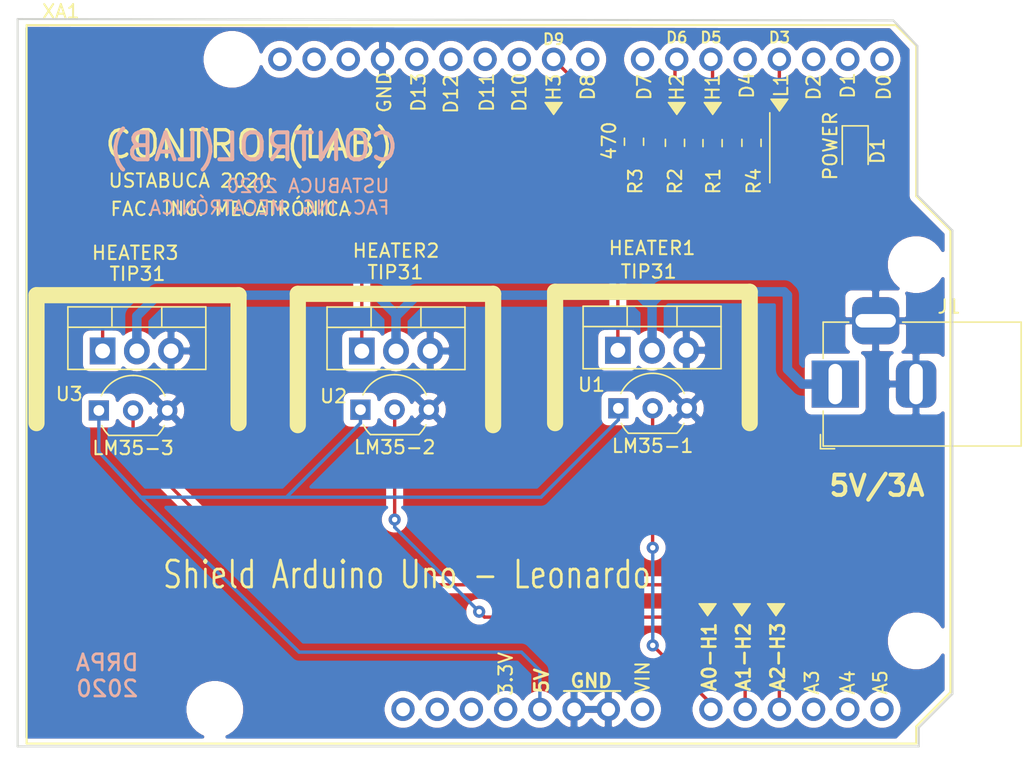
<source format=kicad_pcb>
(kicad_pcb (version 20171130) (host pcbnew "(5.1.8)-1")

  (general
    (thickness 1.6)
    (drawings 66)
    (tracks 78)
    (zones 0)
    (modules 13)
    (nets 35)
  )

  (page A4)
  (layers
    (0 F.Cu signal)
    (31 B.Cu signal)
    (32 B.Adhes user)
    (33 F.Adhes user)
    (34 B.Paste user)
    (35 F.Paste user)
    (36 B.SilkS user)
    (37 F.SilkS user)
    (38 B.Mask user)
    (39 F.Mask user)
    (40 Dwgs.User user)
    (41 Cmts.User user)
    (42 Eco1.User user)
    (43 Eco2.User user)
    (44 Edge.Cuts user)
    (45 Margin user)
    (46 B.CrtYd user)
    (47 F.CrtYd user)
    (48 B.Fab user)
    (49 F.Fab user)
  )

  (setup
    (last_trace_width 0.25)
    (user_trace_width 0.7)
    (trace_clearance 0.2)
    (zone_clearance 0.508)
    (zone_45_only no)
    (trace_min 0.2)
    (via_size 0.9)
    (via_drill 0.4)
    (via_min_size 0.9)
    (via_min_drill 0.4)
    (user_via 0.9 0.4)
    (uvia_size 0.3)
    (uvia_drill 0.1)
    (uvias_allowed no)
    (uvia_min_size 0.25)
    (uvia_min_drill 0.1)
    (edge_width 0.05)
    (segment_width 0.2)
    (pcb_text_width 0.3)
    (pcb_text_size 1.5 1.5)
    (mod_edge_width 0.12)
    (mod_text_size 1 1)
    (mod_text_width 0.15)
    (pad_size 1.524 1.524)
    (pad_drill 0.762)
    (pad_to_mask_clearance 0.051)
    (solder_mask_min_width 0.25)
    (aux_axis_origin 0 0)
    (visible_elements 7FFFFFFF)
    (pcbplotparams
      (layerselection 0x010fc_ffffffff)
      (usegerberextensions false)
      (usegerberattributes false)
      (usegerberadvancedattributes false)
      (creategerberjobfile false)
      (excludeedgelayer true)
      (linewidth 0.100000)
      (plotframeref false)
      (viasonmask false)
      (mode 1)
      (useauxorigin false)
      (hpglpennumber 1)
      (hpglpenspeed 20)
      (hpglpendiameter 15.000000)
      (psnegative false)
      (psa4output false)
      (plotreference true)
      (plotvalue true)
      (plotinvisibletext false)
      (padsonsilk false)
      (subtractmaskfromsilk false)
      (outputformat 1)
      (mirror false)
      (drillshape 0)
      (scaleselection 1)
      (outputdirectory "Gerber/"))
  )

  (net 0 "")
  (net 1 PWM_3)
  (net 2 PWM_5)
  (net 3 +5V)
  (net 4 PWM_6)
  (net 5 GND)
  (net 6 PWM_9)
  (net 7 "Net-(D1-Pad2)")
  (net 8 +VDC)
  (net 9 "Net-(Q1-Pad1)")
  (net 10 "Net-(Q2-Pad1)")
  (net 11 "Net-(Q3-Pad1)")
  (net 12 A0)
  (net 13 A1)
  (net 14 A2)
  (net 15 "Net-(XA1-PadVIN)")
  (net 16 "Net-(XA1-Pad3V3)")
  (net 17 "Net-(XA1-PadRST1)")
  (net 18 "Net-(XA1-PadIORF)")
  (net 19 "Net-(XA1-PadD0)")
  (net 20 "Net-(XA1-PadD1)")
  (net 21 "Net-(XA1-PadD2)")
  (net 22 "Net-(XA1-PadD4)")
  (net 23 "Net-(XA1-PadD7)")
  (net 24 "Net-(XA1-PadD8)")
  (net 25 "Net-(XA1-PadD10)")
  (net 26 "Net-(XA1-PadSCL)")
  (net 27 "Net-(XA1-PadSDA)")
  (net 28 "Net-(XA1-PadAREF)")
  (net 29 "Net-(XA1-PadD13)")
  (net 30 "Net-(XA1-PadD12)")
  (net 31 "Net-(XA1-PadD11)")
  (net 32 "Net-(XA1-PadA3)")
  (net 33 "Net-(XA1-PadA4)")
  (net 34 "Net-(XA1-PadA5)")

  (net_class Default "Esta es la clase de red por defecto."
    (clearance 0.2)
    (trace_width 0.25)
    (via_dia 0.9)
    (via_drill 0.4)
    (uvia_dia 0.3)
    (uvia_drill 0.1)
    (add_net +5V)
    (add_net +VDC)
    (add_net A0)
    (add_net A1)
    (add_net A2)
    (add_net GND)
    (add_net "Net-(D1-Pad2)")
    (add_net "Net-(Q1-Pad1)")
    (add_net "Net-(Q2-Pad1)")
    (add_net "Net-(Q3-Pad1)")
    (add_net "Net-(XA1-Pad3V3)")
    (add_net "Net-(XA1-PadA3)")
    (add_net "Net-(XA1-PadA4)")
    (add_net "Net-(XA1-PadA5)")
    (add_net "Net-(XA1-PadAREF)")
    (add_net "Net-(XA1-PadD0)")
    (add_net "Net-(XA1-PadD1)")
    (add_net "Net-(XA1-PadD10)")
    (add_net "Net-(XA1-PadD11)")
    (add_net "Net-(XA1-PadD12)")
    (add_net "Net-(XA1-PadD13)")
    (add_net "Net-(XA1-PadD2)")
    (add_net "Net-(XA1-PadD4)")
    (add_net "Net-(XA1-PadD7)")
    (add_net "Net-(XA1-PadD8)")
    (add_net "Net-(XA1-PadIORF)")
    (add_net "Net-(XA1-PadRST1)")
    (add_net "Net-(XA1-PadSCL)")
    (add_net "Net-(XA1-PadSDA)")
    (add_net "Net-(XA1-PadVIN)")
    (add_net PWM_3)
    (add_net PWM_5)
    (add_net PWM_6)
    (add_net PWM_9)
  )

  (module Arduino_Uno_Shield:Arduino_Leonardo_Shield (layer F.Cu) (tedit 5FBD7F3E) (tstamp 601F5A31)
    (at 104.77 115.79)
    (descr https://store.arduino.cc/arduino-leonardo-with-headers)
    (path /5FC58BB5)
    (fp_text reference XA1 (at 2.54 -54.356) (layer F.SilkS)
      (effects (font (size 1 1) (thickness 0.15)))
    )
    (fp_text value Arduino_Uno_Shield (at 6.54 1.13 180) (layer F.Fab)
      (effects (font (size 1 1) (thickness 0.15)))
    )
    (fp_line (start 11.43 -12.065) (end 11.43 -3.175) (layer B.CrtYd) (width 0.15))
    (fp_line (start -1.905 -3.175) (end 11.43 -3.175) (layer B.CrtYd) (width 0.15))
    (fp_line (start -1.905 -12.065) (end -1.905 -3.175) (layer B.CrtYd) (width 0.15))
    (fp_line (start -1.905 -12.065) (end 11.43 -12.065) (layer B.CrtYd) (width 0.15))
    (fp_line (start 0 -53.34) (end 0 0) (layer F.SilkS) (width 0.15))
    (fp_line (start 66.04 -40.64) (end 66.04 -51.816) (layer F.SilkS) (width 0.15))
    (fp_line (start 68.58 -38.1) (end 66.04 -40.64) (layer F.SilkS) (width 0.15))
    (fp_line (start 68.58 -3.81) (end 68.58 -38.1) (layer F.SilkS) (width 0.15))
    (fp_line (start 66.04 -1.27) (end 68.58 -3.81) (layer F.SilkS) (width 0.15))
    (fp_line (start 66.04 0) (end 66.04 -1.27) (layer F.SilkS) (width 0.15))
    (fp_line (start 64.516 -53.34) (end 66.04 -51.816) (layer F.SilkS) (width 0.15))
    (fp_line (start 0 0) (end 66.04 0) (layer F.SilkS) (width 0.15))
    (fp_line (start 0 -53.34) (end 64.516 -53.34) (layer F.SilkS) (width 0.15))
    (pad A0 thru_hole oval (at 50.8 -2.54) (size 1.7272 1.7272) (drill 1.016) (layers *.Cu *.Mask)
      (net 12 A0))
    (pad VIN thru_hole oval (at 45.72 -2.54) (size 1.7272 1.7272) (drill 1.016) (layers *.Cu *.Mask)
      (net 15 "Net-(XA1-PadVIN)"))
    (pad GND3 thru_hole oval (at 43.18 -2.54) (size 1.7272 1.7272) (drill 1.016) (layers *.Cu *.Mask)
      (net 5 GND))
    (pad GND2 thru_hole oval (at 40.64 -2.54) (size 1.7272 1.7272) (drill 1.016) (layers *.Cu *.Mask)
      (net 5 GND))
    (pad 5V1 thru_hole oval (at 38.1 -2.54) (size 1.7272 1.7272) (drill 1.016) (layers *.Cu *.Mask)
      (net 3 +5V))
    (pad 3V3 thru_hole oval (at 35.56 -2.54) (size 1.7272 1.7272) (drill 1.016) (layers *.Cu *.Mask)
      (net 16 "Net-(XA1-Pad3V3)"))
    (pad RST1 thru_hole oval (at 33.02 -2.54) (size 1.7272 1.7272) (drill 1.016) (layers *.Cu *.Mask)
      (net 17 "Net-(XA1-PadRST1)"))
    (pad IORF thru_hole oval (at 30.48 -2.54) (size 1.7272 1.7272) (drill 1.016) (layers *.Cu *.Mask)
      (net 18 "Net-(XA1-PadIORF)"))
    (pad D0 thru_hole oval (at 63.5 -50.8) (size 1.7272 1.7272) (drill 1.016) (layers *.Cu *.Mask)
      (net 19 "Net-(XA1-PadD0)"))
    (pad D1 thru_hole oval (at 60.96 -50.8) (size 1.7272 1.7272) (drill 1.016) (layers *.Cu *.Mask)
      (net 20 "Net-(XA1-PadD1)"))
    (pad D2 thru_hole oval (at 58.42 -50.8) (size 1.7272 1.7272) (drill 1.016) (layers *.Cu *.Mask)
      (net 21 "Net-(XA1-PadD2)"))
    (pad D3 thru_hole oval (at 55.88 -50.8) (size 1.7272 1.7272) (drill 1.016) (layers *.Cu *.Mask)
      (net 1 PWM_3))
    (pad D4 thru_hole oval (at 53.34 -50.8) (size 1.7272 1.7272) (drill 1.016) (layers *.Cu *.Mask)
      (net 22 "Net-(XA1-PadD4)"))
    (pad D5 thru_hole oval (at 50.8 -50.8) (size 1.7272 1.7272) (drill 1.016) (layers *.Cu *.Mask)
      (net 2 PWM_5))
    (pad D6 thru_hole oval (at 48.26 -50.8) (size 1.7272 1.7272) (drill 1.016) (layers *.Cu *.Mask)
      (net 4 PWM_6))
    (pad D7 thru_hole oval (at 45.72 -50.8) (size 1.7272 1.7272) (drill 1.016) (layers *.Cu *.Mask)
      (net 23 "Net-(XA1-PadD7)"))
    (pad GND1 thru_hole oval (at 26.416 -50.8) (size 1.7272 1.7272) (drill 1.016) (layers *.Cu *.Mask)
      (net 5 GND))
    (pad D8 thru_hole oval (at 41.656 -50.8) (size 1.7272 1.7272) (drill 1.016) (layers *.Cu *.Mask)
      (net 24 "Net-(XA1-PadD8)"))
    (pad D9 thru_hole oval (at 39.116 -50.8) (size 1.7272 1.7272) (drill 1.016) (layers *.Cu *.Mask)
      (net 6 PWM_9))
    (pad D10 thru_hole oval (at 36.576 -50.8) (size 1.7272 1.7272) (drill 1.016) (layers *.Cu *.Mask)
      (net 25 "Net-(XA1-PadD10)"))
    (pad "" np_thru_hole circle (at 66.04 -7.62) (size 3.2 3.2) (drill 3.2) (layers *.Cu *.Mask))
    (pad "" np_thru_hole circle (at 66.04 -35.56) (size 3.2 3.2) (drill 3.2) (layers *.Cu *.Mask))
    (pad "" np_thru_hole circle (at 15.24 -50.8) (size 3.2 3.2) (drill 3.2) (layers *.Cu *.Mask))
    (pad "" np_thru_hole circle (at 13.97 -2.54) (size 3.2 3.2) (drill 3.2) (layers *.Cu *.Mask))
    (pad SCL thru_hole oval (at 18.796 -50.8) (size 1.7272 1.7272) (drill 1.016) (layers *.Cu *.Mask)
      (net 26 "Net-(XA1-PadSCL)"))
    (pad SDA thru_hole oval (at 21.336 -50.8) (size 1.7272 1.7272) (drill 1.016) (layers *.Cu *.Mask)
      (net 27 "Net-(XA1-PadSDA)"))
    (pad AREF thru_hole oval (at 23.876 -50.8) (size 1.7272 1.7272) (drill 1.016) (layers *.Cu *.Mask)
      (net 28 "Net-(XA1-PadAREF)"))
    (pad D13 thru_hole oval (at 28.956 -50.8) (size 1.7272 1.7272) (drill 1.016) (layers *.Cu *.Mask)
      (net 29 "Net-(XA1-PadD13)"))
    (pad D12 thru_hole oval (at 31.496 -50.8) (size 1.7272 1.7272) (drill 1.016) (layers *.Cu *.Mask)
      (net 30 "Net-(XA1-PadD12)"))
    (pad D11 thru_hole oval (at 34.036 -50.8) (size 1.7272 1.7272) (drill 1.016) (layers *.Cu *.Mask)
      (net 31 "Net-(XA1-PadD11)"))
    (pad "" thru_hole oval (at 27.94 -2.54) (size 1.7272 1.7272) (drill 1.016) (layers *.Cu *.Mask))
    (pad A1 thru_hole oval (at 53.34 -2.54) (size 1.7272 1.7272) (drill 1.016) (layers *.Cu *.Mask)
      (net 13 A1))
    (pad A2 thru_hole oval (at 55.88 -2.54) (size 1.7272 1.7272) (drill 1.016) (layers *.Cu *.Mask)
      (net 14 A2))
    (pad A3 thru_hole oval (at 58.42 -2.54) (size 1.7272 1.7272) (drill 1.016) (layers *.Cu *.Mask)
      (net 32 "Net-(XA1-PadA3)"))
    (pad A4 thru_hole oval (at 60.96 -2.54) (size 1.7272 1.7272) (drill 1.016) (layers *.Cu *.Mask)
      (net 33 "Net-(XA1-PadA4)"))
    (pad A5 thru_hole oval (at 63.5 -2.54) (size 1.7272 1.7272) (drill 1.016) (layers *.Cu *.Mask)
      (net 34 "Net-(XA1-PadA5)"))
    (model "C:/Users/diego/Documents/Kicad_PCB/Pin_Headers_2_54_3D/1x10 TH Vert 100mil.step"
      (offset (xyz 18.8 50.8 -1.5))
      (scale (xyz 1 1 1))
      (rotate (xyz 180 0 0))
    )
    (model "C:/Users/diego/Documents/Kicad_PCB/Pin_Headers_2_54_3D/1x8 TH Vert 100mil.step"
      (offset (xyz 45.8 50.8 -1.5))
      (scale (xyz 1 1 1))
      (rotate (xyz -180 0 0))
    )
    (model "C:/Users/diego/Documents/Kicad_PCB/Pin_Headers_2_54_3D/1x8 TH Vert 100mil.step"
      (offset (xyz 28 2.5 -1.5))
      (scale (xyz 1 1 1))
      (rotate (xyz -180 0 0))
    )
    (model "C:/Users/diego/Documents/Kicad_PCB/Pin_Headers_2_54_3D/1x6 TH Vert 100mil.step"
      (offset (xyz 50.8 2.5 -1.5))
      (scale (xyz 1 1 1))
      (rotate (xyz -180 0 0))
    )
  )

  (module Package_TO_SOT_THT:TO-220-3_Vertical (layer F.Cu) (tedit 5AC8BA0D) (tstamp 5FBE0D46)
    (at 110.41 86.64)
    (descr "TO-220-3, Vertical, RM 2.54mm, see https://www.vishay.com/docs/66542/to-220-1.pdf")
    (tags "TO-220-3 Vertical RM 2.54mm")
    (path /5FBC7205)
    (fp_text reference HEATER3 (at 2.42 -7.28) (layer F.SilkS)
      (effects (font (size 1 1) (thickness 0.15)))
    )
    (fp_text value TIP31 (at 2.59 -5.72 180) (layer F.SilkS)
      (effects (font (size 1 1) (thickness 0.15)))
    )
    (fp_line (start -2.46 -3.15) (end -2.46 1.25) (layer F.Fab) (width 0.1))
    (fp_line (start -2.46 1.25) (end 7.54 1.25) (layer F.Fab) (width 0.1))
    (fp_line (start 7.54 1.25) (end 7.54 -3.15) (layer F.Fab) (width 0.1))
    (fp_line (start 7.54 -3.15) (end -2.46 -3.15) (layer F.Fab) (width 0.1))
    (fp_line (start -2.46 -1.88) (end 7.54 -1.88) (layer F.Fab) (width 0.1))
    (fp_line (start 0.69 -3.15) (end 0.69 -1.88) (layer F.Fab) (width 0.1))
    (fp_line (start 4.39 -3.15) (end 4.39 -1.88) (layer F.Fab) (width 0.1))
    (fp_line (start -2.58 -3.27) (end 7.66 -3.27) (layer F.SilkS) (width 0.12))
    (fp_line (start -2.58 1.371) (end 7.66 1.371) (layer F.SilkS) (width 0.12))
    (fp_line (start -2.58 -3.27) (end -2.58 1.371) (layer F.SilkS) (width 0.12))
    (fp_line (start 7.66 -3.27) (end 7.66 1.371) (layer F.SilkS) (width 0.12))
    (fp_line (start -2.58 -1.76) (end 7.66 -1.76) (layer F.SilkS) (width 0.12))
    (fp_line (start 0.69 -3.27) (end 0.69 -1.76) (layer F.SilkS) (width 0.12))
    (fp_line (start 4.391 -3.27) (end 4.391 -1.76) (layer F.SilkS) (width 0.12))
    (fp_line (start -2.71 -3.4) (end -2.71 1.51) (layer F.CrtYd) (width 0.05))
    (fp_line (start -2.71 1.51) (end 7.79 1.51) (layer F.CrtYd) (width 0.05))
    (fp_line (start 7.79 1.51) (end 7.79 -3.4) (layer F.CrtYd) (width 0.05))
    (fp_line (start 7.79 -3.4) (end -2.71 -3.4) (layer F.CrtYd) (width 0.05))
    (fp_text user %R (at 2.4 -7.32) (layer F.Fab)
      (effects (font (size 1 1) (thickness 0.15)))
    )
    (pad 1 thru_hole rect (at 0 0) (size 1.905 2) (drill 1.1) (layers *.Cu *.Mask)
      (net 11 "Net-(Q3-Pad1)"))
    (pad 2 thru_hole oval (at 2.54 0) (size 1.905 2) (drill 1.1) (layers *.Cu *.Mask)
      (net 8 +VDC))
    (pad 3 thru_hole oval (at 5.08 0) (size 1.905 2) (drill 1.1) (layers *.Cu *.Mask)
      (net 5 GND))
    (model ${KICAD_USER_TEMPLATE_DIR}/to-220_disipador_3D/TO220andHeatsinkAssy.STEP
      (offset (xyz 2.05 7 14.9))
      (scale (xyz 1 1 1))
      (rotate (xyz -90 0 0))
    )
    (model C:/Users/diego/Documents/Kicad_PCB/to-220_disipador_3D/TO220andHeatsinkAssy.STEP
      (offset (xyz 2.1 7.5 15))
      (scale (xyz 1 1 1))
      (rotate (xyz -90 0 0))
    )
  )

  (module Connector_BarrelJack:BarrelJack_Horizontal (layer F.Cu) (tedit 5A1DBF6A) (tstamp 5FBD969D)
    (at 164.8 89.1 180)
    (descr "DC Barrel Jack")
    (tags "Power Jack")
    (path /5FBCA135)
    (fp_text reference J1 (at -8.45 5.75) (layer F.SilkS)
      (effects (font (size 1 1) (thickness 0.15)))
    )
    (fp_text value "External Vin 5V" (at -6.2 -5.5) (layer F.Fab)
      (effects (font (size 1 1) (thickness 0.15)))
    )
    (fp_line (start -0.003213 -4.505425) (end 0.8 -3.75) (layer F.Fab) (width 0.1))
    (fp_line (start 1.1 -3.75) (end 1.1 -4.8) (layer F.SilkS) (width 0.12))
    (fp_line (start 0.05 -4.8) (end 1.1 -4.8) (layer F.SilkS) (width 0.12))
    (fp_line (start 1 -4.5) (end 1 -4.75) (layer F.CrtYd) (width 0.05))
    (fp_line (start 1 -4.75) (end -14 -4.75) (layer F.CrtYd) (width 0.05))
    (fp_line (start 1 -4.5) (end 1 -2) (layer F.CrtYd) (width 0.05))
    (fp_line (start 1 -2) (end 2 -2) (layer F.CrtYd) (width 0.05))
    (fp_line (start 2 -2) (end 2 2) (layer F.CrtYd) (width 0.05))
    (fp_line (start 2 2) (end 1 2) (layer F.CrtYd) (width 0.05))
    (fp_line (start 1 2) (end 1 4.75) (layer F.CrtYd) (width 0.05))
    (fp_line (start 1 4.75) (end -1 4.75) (layer F.CrtYd) (width 0.05))
    (fp_line (start -1 4.75) (end -1 6.75) (layer F.CrtYd) (width 0.05))
    (fp_line (start -1 6.75) (end -5 6.75) (layer F.CrtYd) (width 0.05))
    (fp_line (start -5 6.75) (end -5 4.75) (layer F.CrtYd) (width 0.05))
    (fp_line (start -5 4.75) (end -14 4.75) (layer F.CrtYd) (width 0.05))
    (fp_line (start -14 4.75) (end -14 -4.75) (layer F.CrtYd) (width 0.05))
    (fp_line (start -5 4.6) (end -13.8 4.6) (layer F.SilkS) (width 0.12))
    (fp_line (start -13.8 4.6) (end -13.8 -4.6) (layer F.SilkS) (width 0.12))
    (fp_line (start 0.9 1.9) (end 0.9 4.6) (layer F.SilkS) (width 0.12))
    (fp_line (start 0.9 4.6) (end -1 4.6) (layer F.SilkS) (width 0.12))
    (fp_line (start -13.8 -4.6) (end 0.9 -4.6) (layer F.SilkS) (width 0.12))
    (fp_line (start 0.9 -4.6) (end 0.9 -2) (layer F.SilkS) (width 0.12))
    (fp_line (start -10.2 -4.5) (end -10.2 4.5) (layer F.Fab) (width 0.1))
    (fp_line (start -13.7 -4.5) (end -13.7 4.5) (layer F.Fab) (width 0.1))
    (fp_line (start -13.7 4.5) (end 0.8 4.5) (layer F.Fab) (width 0.1))
    (fp_line (start 0.8 4.5) (end 0.8 -3.75) (layer F.Fab) (width 0.1))
    (fp_line (start 0 -4.5) (end -13.7 -4.5) (layer F.Fab) (width 0.1))
    (fp_text user %R (at -3 -2.95) (layer F.Fab)
      (effects (font (size 1 1) (thickness 0.15)))
    )
    (pad 1 thru_hole rect (at 0 0 180) (size 3.5 3.5) (drill oval 1 3) (layers *.Cu *.Mask)
      (net 8 +VDC))
    (pad 2 thru_hole roundrect (at -6 0 180) (size 3 3.5) (drill oval 1 3) (layers *.Cu *.Mask) (roundrect_rratio 0.25)
      (net 5 GND))
    (pad 3 thru_hole roundrect (at -3 4.7 180) (size 3.5 3.5) (drill oval 3 1) (layers *.Cu *.Mask) (roundrect_rratio 0.25)
      (net 5 GND))
    (model "C:/Users/diego/Documents/Kicad_PCB/dc-power-jacks_3d/models3d/DC PJ/PJ-002B.step"
      (offset (xyz -6 0 0))
      (scale (xyz 1 1 1))
      (rotate (xyz 0 0 -90))
    )
  )

  (module Package_TO_SOT_THT:TO-220-3_Vertical (layer F.Cu) (tedit 5AC8BA0D) (tstamp 5FBD9649)
    (at 148.66 86.59)
    (descr "TO-220-3, Vertical, RM 2.54mm, see https://www.vishay.com/docs/66542/to-220-1.pdf")
    (tags "TO-220-3 Vertical RM 2.54mm")
    (path /5FBC5B41)
    (fp_text reference HEATER1 (at 2.54 -7.59) (layer F.SilkS)
      (effects (font (size 1 1) (thickness 0.15)))
    )
    (fp_text value TIP31 (at 2.29 -5.84) (layer F.SilkS)
      (effects (font (size 1 1) (thickness 0.15)))
    )
    (fp_line (start -2.46 -3.15) (end -2.46 1.25) (layer F.Fab) (width 0.1))
    (fp_line (start -2.46 1.25) (end 7.54 1.25) (layer F.Fab) (width 0.1))
    (fp_line (start 7.54 1.25) (end 7.54 -3.15) (layer F.Fab) (width 0.1))
    (fp_line (start 7.54 -3.15) (end -2.46 -3.15) (layer F.Fab) (width 0.1))
    (fp_line (start -2.46 -1.88) (end 7.54 -1.88) (layer F.Fab) (width 0.1))
    (fp_line (start 0.69 -3.15) (end 0.69 -1.88) (layer F.Fab) (width 0.1))
    (fp_line (start 4.39 -3.15) (end 4.39 -1.88) (layer F.Fab) (width 0.1))
    (fp_line (start -2.58 -3.27) (end 7.66 -3.27) (layer F.SilkS) (width 0.12))
    (fp_line (start -2.58 1.371) (end 7.66 1.371) (layer F.SilkS) (width 0.12))
    (fp_line (start -2.58 -3.27) (end -2.58 1.371) (layer F.SilkS) (width 0.12))
    (fp_line (start 7.66 -3.27) (end 7.66 1.371) (layer F.SilkS) (width 0.12))
    (fp_line (start -2.58 -1.76) (end 7.66 -1.76) (layer F.SilkS) (width 0.12))
    (fp_line (start 0.69 -3.27) (end 0.69 -1.76) (layer F.SilkS) (width 0.12))
    (fp_line (start 4.391 -3.27) (end 4.391 -1.76) (layer F.SilkS) (width 0.12))
    (fp_line (start -2.71 -3.4) (end -2.71 1.51) (layer F.CrtYd) (width 0.05))
    (fp_line (start -2.71 1.51) (end 7.79 1.51) (layer F.CrtYd) (width 0.05))
    (fp_line (start 7.79 1.51) (end 7.79 -3.4) (layer F.CrtYd) (width 0.05))
    (fp_line (start 7.79 -3.4) (end -2.71 -3.4) (layer F.CrtYd) (width 0.05))
    (fp_text user %R (at 2.54 -7.59) (layer F.Fab)
      (effects (font (size 1 1) (thickness 0.15)))
    )
    (pad 1 thru_hole rect (at 0 0) (size 1.905 2) (drill 1.1) (layers *.Cu *.Mask)
      (net 9 "Net-(Q1-Pad1)"))
    (pad 2 thru_hole oval (at 2.54 0) (size 1.905 2) (drill 1.1) (layers *.Cu *.Mask)
      (net 8 +VDC))
    (pad 3 thru_hole oval (at 5.08 0) (size 1.905 2) (drill 1.1) (layers *.Cu *.Mask)
      (net 5 GND))
    (model C:/Users/diego/Documents/Kicad_PCB/to-220_disipador_3D/TO220andHeatsinkAssy.STEP
      (offset (xyz 2 7 15))
      (scale (xyz 1 1 1))
      (rotate (xyz -90 0 0))
    )
  )

  (module Package_TO_SOT_THT:TO-220-3_Vertical (layer F.Cu) (tedit 5AC8BA0D) (tstamp 5FBD957A)
    (at 129.65 86.65)
    (descr "TO-220-3, Vertical, RM 2.54mm, see https://www.vishay.com/docs/66542/to-220-1.pdf")
    (tags "TO-220-3 Vertical RM 2.54mm")
    (path /5FBC692C)
    (fp_text reference HEATER2 (at 2.54 -7.45) (layer F.SilkS)
      (effects (font (size 1 1) (thickness 0.15)))
    )
    (fp_text value TIP31 (at 2.5 -5.85) (layer F.SilkS)
      (effects (font (size 1 1) (thickness 0.15)))
    )
    (fp_line (start 7.79 -3.4) (end -2.71 -3.4) (layer F.CrtYd) (width 0.05))
    (fp_line (start 7.79 1.51) (end 7.79 -3.4) (layer F.CrtYd) (width 0.05))
    (fp_line (start -2.71 1.51) (end 7.79 1.51) (layer F.CrtYd) (width 0.05))
    (fp_line (start -2.71 -3.4) (end -2.71 1.51) (layer F.CrtYd) (width 0.05))
    (fp_line (start 4.391 -3.27) (end 4.391 -1.76) (layer F.SilkS) (width 0.12))
    (fp_line (start 0.69 -3.27) (end 0.69 -1.76) (layer F.SilkS) (width 0.12))
    (fp_line (start -2.58 -1.76) (end 7.66 -1.76) (layer F.SilkS) (width 0.12))
    (fp_line (start 7.66 -3.27) (end 7.66 1.371) (layer F.SilkS) (width 0.12))
    (fp_line (start -2.58 -3.27) (end -2.58 1.371) (layer F.SilkS) (width 0.12))
    (fp_line (start -2.58 1.371) (end 7.66 1.371) (layer F.SilkS) (width 0.12))
    (fp_line (start -2.58 -3.27) (end 7.66 -3.27) (layer F.SilkS) (width 0.12))
    (fp_line (start 4.39 -3.15) (end 4.39 -1.88) (layer F.Fab) (width 0.1))
    (fp_line (start 0.69 -3.15) (end 0.69 -1.88) (layer F.Fab) (width 0.1))
    (fp_line (start -2.46 -1.88) (end 7.54 -1.88) (layer F.Fab) (width 0.1))
    (fp_line (start 7.54 -3.15) (end -2.46 -3.15) (layer F.Fab) (width 0.1))
    (fp_line (start 7.54 1.25) (end 7.54 -3.15) (layer F.Fab) (width 0.1))
    (fp_line (start -2.46 1.25) (end 7.54 1.25) (layer F.Fab) (width 0.1))
    (fp_line (start -2.46 -3.15) (end -2.46 1.25) (layer F.Fab) (width 0.1))
    (fp_text user %R (at 2.54 -7.45) (layer F.Fab)
      (effects (font (size 1 1) (thickness 0.15)))
    )
    (pad 3 thru_hole oval (at 5.08 0) (size 1.905 2) (drill 1.1) (layers *.Cu *.Mask)
      (net 5 GND))
    (pad 2 thru_hole oval (at 2.54 0) (size 1.905 2) (drill 1.1) (layers *.Cu *.Mask)
      (net 8 +VDC))
    (pad 1 thru_hole rect (at 0 0) (size 1.905 2) (drill 1.1) (layers *.Cu *.Mask)
      (net 10 "Net-(Q2-Pad1)"))
    (model ${KICAD_USER_TEMPLATE_DIR}/to-220_disipador_3D/TO220andHeatsinkAssy.STEP
      (offset (xyz 2.05 7 14.9))
      (scale (xyz 1 1 1))
      (rotate (xyz -90 0 0))
    )
    (model C:/Users/diego/Documents/Kicad_PCB/to-220_disipador_3D/TO220andHeatsinkAssy.STEP
      (offset (xyz 2 7 15))
      (scale (xyz 1 1 1))
      (rotate (xyz -90 0 0))
    )
  )

  (module Resistor_SMD:R_0805_2012Metric_Pad1.15x1.40mm_HandSolder (layer F.Cu) (tedit 5B36C52B) (tstamp 5FBDB268)
    (at 155.69 71.21 90)
    (descr "Resistor SMD 0805 (2012 Metric), square (rectangular) end terminal, IPC_7351 nominal with elongated pad for handsoldering. (Body size source: https://docs.google.com/spreadsheets/d/1BsfQQcO9C6DZCsRaXUlFlo91Tg2WpOkGARC1WS5S8t0/edit?usp=sharing), generated with kicad-footprint-generator")
    (tags "resistor handsolder")
    (path /5FBCB712)
    (attr smd)
    (fp_text reference R1 (at -2.831 0.06 90) (layer F.SilkS)
      (effects (font (size 1 1) (thickness 0.15)))
    )
    (fp_text value 470 (at -3.29 0.06 90) (layer F.SilkS) hide
      (effects (font (size 1 1) (thickness 0.15)))
    )
    (fp_line (start 1.85 0.95) (end -1.85 0.95) (layer F.CrtYd) (width 0.05))
    (fp_line (start 1.85 -0.95) (end 1.85 0.95) (layer F.CrtYd) (width 0.05))
    (fp_line (start -1.85 -0.95) (end 1.85 -0.95) (layer F.CrtYd) (width 0.05))
    (fp_line (start -1.85 0.95) (end -1.85 -0.95) (layer F.CrtYd) (width 0.05))
    (fp_line (start -0.261252 0.71) (end 0.261252 0.71) (layer F.SilkS) (width 0.12))
    (fp_line (start -0.261252 -0.71) (end 0.261252 -0.71) (layer F.SilkS) (width 0.12))
    (fp_line (start 1 0.6) (end -1 0.6) (layer F.Fab) (width 0.1))
    (fp_line (start 1 -0.6) (end 1 0.6) (layer F.Fab) (width 0.1))
    (fp_line (start -1 -0.6) (end 1 -0.6) (layer F.Fab) (width 0.1))
    (fp_line (start -1 0.6) (end -1 -0.6) (layer F.Fab) (width 0.1))
    (fp_text user %R (at 0 0 90) (layer F.Fab)
      (effects (font (size 0.5 0.5) (thickness 0.08)))
    )
    (pad 2 smd roundrect (at 1.025 0 90) (size 1.15 1.4) (layers F.Cu F.Paste F.Mask) (roundrect_rratio 0.217391)
      (net 2 PWM_5))
    (pad 1 smd roundrect (at -1.025 0 90) (size 1.15 1.4) (layers F.Cu F.Paste F.Mask) (roundrect_rratio 0.217391)
      (net 9 "Net-(Q1-Pad1)"))
    (model ${KISYS3DMOD}/Resistor_SMD.3dshapes/R_0805_2012Metric.wrl
      (at (xyz 0 0 0))
      (scale (xyz 1 1 1))
      (rotate (xyz 0 0 0))
    )
  )

  (module Resistor_SMD:R_0805_2012Metric_Pad1.15x1.40mm_HandSolder (layer F.Cu) (tedit 5B36C52B) (tstamp 602147E6)
    (at 152.9 71.19 90)
    (descr "Resistor SMD 0805 (2012 Metric), square (rectangular) end terminal, IPC_7351 nominal with elongated pad for handsoldering. (Body size source: https://docs.google.com/spreadsheets/d/1BsfQQcO9C6DZCsRaXUlFlo91Tg2WpOkGARC1WS5S8t0/edit?usp=sharing), generated with kicad-footprint-generator")
    (tags "resistor handsolder")
    (path /5FBCBFA9)
    (attr smd)
    (fp_text reference R2 (at -2.851 0.008 90) (layer F.SilkS)
      (effects (font (size 1 1) (thickness 0.15)))
    )
    (fp_text value 470 (at -3.486 0.135 90) (layer F.SilkS) hide
      (effects (font (size 1 1) (thickness 0.15)))
    )
    (fp_line (start 1.85 0.95) (end -1.85 0.95) (layer F.CrtYd) (width 0.05))
    (fp_line (start 1.85 -0.95) (end 1.85 0.95) (layer F.CrtYd) (width 0.05))
    (fp_line (start -1.85 -0.95) (end 1.85 -0.95) (layer F.CrtYd) (width 0.05))
    (fp_line (start -1.85 0.95) (end -1.85 -0.95) (layer F.CrtYd) (width 0.05))
    (fp_line (start -0.261252 0.71) (end 0.261252 0.71) (layer F.SilkS) (width 0.12))
    (fp_line (start -0.261252 -0.71) (end 0.261252 -0.71) (layer F.SilkS) (width 0.12))
    (fp_line (start 1 0.6) (end -1 0.6) (layer F.Fab) (width 0.1))
    (fp_line (start 1 -0.6) (end 1 0.6) (layer F.Fab) (width 0.1))
    (fp_line (start -1 -0.6) (end 1 -0.6) (layer F.Fab) (width 0.1))
    (fp_line (start -1 0.6) (end -1 -0.6) (layer F.Fab) (width 0.1))
    (fp_text user %R (at 0 0 90) (layer F.Fab)
      (effects (font (size 0.5 0.5) (thickness 0.08)))
    )
    (pad 2 smd roundrect (at 1.025 0 90) (size 1.15 1.4) (layers F.Cu F.Paste F.Mask) (roundrect_rratio 0.217391)
      (net 4 PWM_6))
    (pad 1 smd roundrect (at -1.025 0 90) (size 1.15 1.4) (layers F.Cu F.Paste F.Mask) (roundrect_rratio 0.217391)
      (net 10 "Net-(Q2-Pad1)"))
    (model ${KISYS3DMOD}/Resistor_SMD.3dshapes/R_0805_2012Metric.wrl
      (at (xyz 0 0 0))
      (scale (xyz 1 1 1))
      (rotate (xyz 0 0 0))
    )
  )

  (module Resistor_SMD:R_0805_2012Metric_Pad1.15x1.40mm_HandSolder (layer F.Cu) (tedit 5B36C52B) (tstamp 5FBDB288)
    (at 149.86 71.11 90)
    (descr "Resistor SMD 0805 (2012 Metric), square (rectangular) end terminal, IPC_7351 nominal with elongated pad for handsoldering. (Body size source: https://docs.google.com/spreadsheets/d/1BsfQQcO9C6DZCsRaXUlFlo91Tg2WpOkGARC1WS5S8t0/edit?usp=sharing), generated with kicad-footprint-generator")
    (tags "resistor handsolder")
    (path /5FBCC905)
    (attr smd)
    (fp_text reference R3 (at -2.931 0.1 90) (layer F.SilkS)
      (effects (font (size 1 1) (thickness 0.15)))
    )
    (fp_text value 470 (at 0.07 -1.85 90) (layer F.SilkS)
      (effects (font (size 1 1) (thickness 0.15)))
    )
    (fp_line (start -1 0.6) (end -1 -0.6) (layer F.Fab) (width 0.1))
    (fp_line (start -1 -0.6) (end 1 -0.6) (layer F.Fab) (width 0.1))
    (fp_line (start 1 -0.6) (end 1 0.6) (layer F.Fab) (width 0.1))
    (fp_line (start 1 0.6) (end -1 0.6) (layer F.Fab) (width 0.1))
    (fp_line (start -0.261252 -0.71) (end 0.261252 -0.71) (layer F.SilkS) (width 0.12))
    (fp_line (start -0.261252 0.71) (end 0.261252 0.71) (layer F.SilkS) (width 0.12))
    (fp_line (start -1.85 0.95) (end -1.85 -0.95) (layer F.CrtYd) (width 0.05))
    (fp_line (start -1.85 -0.95) (end 1.85 -0.95) (layer F.CrtYd) (width 0.05))
    (fp_line (start 1.85 -0.95) (end 1.85 0.95) (layer F.CrtYd) (width 0.05))
    (fp_line (start 1.85 0.95) (end -1.85 0.95) (layer F.CrtYd) (width 0.05))
    (fp_text user %R (at 0 0 90) (layer F.Fab)
      (effects (font (size 0.5 0.5) (thickness 0.08)))
    )
    (pad 1 smd roundrect (at -1.025 0 90) (size 1.15 1.4) (layers F.Cu F.Paste F.Mask) (roundrect_rratio 0.217391)
      (net 11 "Net-(Q3-Pad1)"))
    (pad 2 smd roundrect (at 1.025 0 90) (size 1.15 1.4) (layers F.Cu F.Paste F.Mask) (roundrect_rratio 0.217391)
      (net 6 PWM_9))
    (model ${KISYS3DMOD}/Resistor_SMD.3dshapes/R_0805_2012Metric.wrl
      (at (xyz 0 0 0))
      (scale (xyz 1 1 1))
      (rotate (xyz 0 0 0))
    )
  )

  (module Resistor_SMD:R_0805_2012Metric_Pad1.15x1.40mm_HandSolder (layer F.Cu) (tedit 5B36C52B) (tstamp 5FBDF373)
    (at 158.58 71.19 90)
    (descr "Resistor SMD 0805 (2012 Metric), square (rectangular) end terminal, IPC_7351 nominal with elongated pad for handsoldering. (Body size source: https://docs.google.com/spreadsheets/d/1BsfQQcO9C6DZCsRaXUlFlo91Tg2WpOkGARC1WS5S8t0/edit?usp=sharing), generated with kicad-footprint-generator")
    (tags "resistor handsolder")
    (path /5FBCAE21)
    (attr smd)
    (fp_text reference R4 (at -2.851 0.17 90) (layer F.SilkS)
      (effects (font (size 1 1) (thickness 0.15)))
    )
    (fp_text value 470 (at -3.42 0.13 90) (layer F.SilkS) hide
      (effects (font (size 1 1) (thickness 0.15)))
    )
    (fp_line (start -1 0.6) (end -1 -0.6) (layer F.Fab) (width 0.1))
    (fp_line (start -1 -0.6) (end 1 -0.6) (layer F.Fab) (width 0.1))
    (fp_line (start 1 -0.6) (end 1 0.6) (layer F.Fab) (width 0.1))
    (fp_line (start 1 0.6) (end -1 0.6) (layer F.Fab) (width 0.1))
    (fp_line (start -0.261252 -0.71) (end 0.261252 -0.71) (layer F.SilkS) (width 0.12))
    (fp_line (start -0.261252 0.71) (end 0.261252 0.71) (layer F.SilkS) (width 0.12))
    (fp_line (start -1.85 0.95) (end -1.85 -0.95) (layer F.CrtYd) (width 0.05))
    (fp_line (start -1.85 -0.95) (end 1.85 -0.95) (layer F.CrtYd) (width 0.05))
    (fp_line (start 1.85 -0.95) (end 1.85 0.95) (layer F.CrtYd) (width 0.05))
    (fp_line (start 1.85 0.95) (end -1.85 0.95) (layer F.CrtYd) (width 0.05))
    (fp_text user %R (at 0 0 90) (layer F.Fab)
      (effects (font (size 0.5 0.5) (thickness 0.08)))
    )
    (pad 1 smd roundrect (at -1.025 0 90) (size 1.15 1.4) (layers F.Cu F.Paste F.Mask) (roundrect_rratio 0.217391)
      (net 7 "Net-(D1-Pad2)"))
    (pad 2 smd roundrect (at 1.025 0 90) (size 1.15 1.4) (layers F.Cu F.Paste F.Mask) (roundrect_rratio 0.217391)
      (net 1 PWM_3))
    (model ${KISYS3DMOD}/Resistor_SMD.3dshapes/R_0805_2012Metric.wrl
      (at (xyz 0 0 0))
      (scale (xyz 1 1 1))
      (rotate (xyz 0 0 0))
    )
  )

  (module Package_TO_SOT_THT:TO-92_Inline_Wide (layer F.Cu) (tedit 5A02FF81) (tstamp 5FBDB2A8)
    (at 148.7 90.9)
    (descr "TO-92 leads in-line, wide, drill 0.75mm (see NXP sot054_po.pdf)")
    (tags "to-92 sc-43 sc-43a sot54 PA33 transistor")
    (path /5FBC3099)
    (fp_text reference U1 (at -2 -1.75) (layer F.SilkS)
      (effects (font (size 1 1) (thickness 0.15)))
    )
    (fp_text value LM35-1 (at 2.54 2.79) (layer F.SilkS)
      (effects (font (size 1 1) (thickness 0.15)))
    )
    (fp_line (start 0.74 1.85) (end 4.34 1.85) (layer F.SilkS) (width 0.12))
    (fp_line (start 0.8 1.75) (end 4.3 1.75) (layer F.Fab) (width 0.1))
    (fp_line (start -1.01 -2.73) (end 6.09 -2.73) (layer F.CrtYd) (width 0.05))
    (fp_line (start -1.01 -2.73) (end -1.01 2.01) (layer F.CrtYd) (width 0.05))
    (fp_line (start 6.09 2.01) (end 6.09 -2.73) (layer F.CrtYd) (width 0.05))
    (fp_line (start 6.09 2.01) (end -1.01 2.01) (layer F.CrtYd) (width 0.05))
    (fp_text user %R (at -2 -1.75) (layer F.Fab)
      (effects (font (size 1 1) (thickness 0.15)))
    )
    (fp_arc (start 2.54 0) (end 0.74 1.85) (angle 20) (layer F.SilkS) (width 0.12))
    (fp_arc (start 2.54 0) (end 2.54 -2.6) (angle -65) (layer F.SilkS) (width 0.12))
    (fp_arc (start 2.54 0) (end 2.54 -2.6) (angle 65) (layer F.SilkS) (width 0.12))
    (fp_arc (start 2.54 0) (end 2.54 -2.48) (angle 135) (layer F.Fab) (width 0.1))
    (fp_arc (start 2.54 0) (end 2.54 -2.48) (angle -135) (layer F.Fab) (width 0.1))
    (fp_arc (start 2.54 0) (end 4.34 1.85) (angle -20) (layer F.SilkS) (width 0.12))
    (pad 2 thru_hole circle (at 2.54 0 90) (size 1.5 1.5) (drill 0.8) (layers *.Cu *.Mask)
      (net 12 A0))
    (pad 3 thru_hole circle (at 5.08 0 90) (size 1.5 1.5) (drill 0.8) (layers *.Cu *.Mask)
      (net 5 GND))
    (pad 1 thru_hole rect (at 0 0 90) (size 1.5 1.5) (drill 0.8) (layers *.Cu *.Mask)
      (net 3 +5V))
    (model ${KISYS3DMOD}/Package_TO_SOT_THT.3dshapes/TO-92_Inline_Wide.wrl
      (at (xyz 0 0 0))
      (scale (xyz 1 1 1))
      (rotate (xyz 0 0 0))
    )
  )

  (module Package_TO_SOT_THT:TO-92_Inline_Wide (layer F.Cu) (tedit 5A02FF81) (tstamp 5FBDF2F8)
    (at 129.55 91)
    (descr "TO-92 leads in-line, wide, drill 0.75mm (see NXP sot054_po.pdf)")
    (tags "to-92 sc-43 sc-43a sot54 PA33 transistor")
    (path /5FBC3A26)
    (fp_text reference U2 (at -2 -1) (layer F.SilkS)
      (effects (font (size 1 1) (thickness 0.15)))
    )
    (fp_text value LM35-2 (at 2.54 2.79) (layer F.SilkS)
      (effects (font (size 1 1) (thickness 0.15)))
    )
    (fp_line (start 6.09 2.01) (end -1.01 2.01) (layer F.CrtYd) (width 0.05))
    (fp_line (start 6.09 2.01) (end 6.09 -2.73) (layer F.CrtYd) (width 0.05))
    (fp_line (start -1.01 -2.73) (end -1.01 2.01) (layer F.CrtYd) (width 0.05))
    (fp_line (start -1.01 -2.73) (end 6.09 -2.73) (layer F.CrtYd) (width 0.05))
    (fp_line (start 0.8 1.75) (end 4.3 1.75) (layer F.Fab) (width 0.1))
    (fp_line (start 0.74 1.85) (end 4.34 1.85) (layer F.SilkS) (width 0.12))
    (fp_arc (start 2.54 0) (end 4.34 1.85) (angle -20) (layer F.SilkS) (width 0.12))
    (fp_arc (start 2.54 0) (end 2.54 -2.48) (angle -135) (layer F.Fab) (width 0.1))
    (fp_arc (start 2.54 0) (end 2.54 -2.48) (angle 135) (layer F.Fab) (width 0.1))
    (fp_arc (start 2.54 0) (end 2.54 -2.6) (angle 65) (layer F.SilkS) (width 0.12))
    (fp_arc (start 2.54 0) (end 2.54 -2.6) (angle -65) (layer F.SilkS) (width 0.12))
    (fp_arc (start 2.54 0) (end 0.74 1.85) (angle 20) (layer F.SilkS) (width 0.12))
    (fp_text user %R (at -2 -1) (layer F.Fab)
      (effects (font (size 1 1) (thickness 0.15)))
    )
    (pad 1 thru_hole rect (at 0 0 90) (size 1.5 1.5) (drill 0.8) (layers *.Cu *.Mask)
      (net 3 +5V))
    (pad 3 thru_hole circle (at 5.08 0 90) (size 1.5 1.5) (drill 0.8) (layers *.Cu *.Mask)
      (net 5 GND))
    (pad 2 thru_hole circle (at 2.54 0 90) (size 1.5 1.5) (drill 0.8) (layers *.Cu *.Mask)
      (net 13 A1))
    (model ${KISYS3DMOD}/Package_TO_SOT_THT.3dshapes/TO-92_Inline_Wide.wrl
      (at (xyz 0 0 0))
      (scale (xyz 1 1 1))
      (rotate (xyz 0 0 0))
    )
  )

  (module Package_TO_SOT_THT:TO-92_Inline_Wide (layer F.Cu) (tedit 5A02FF81) (tstamp 5FBDB2CE)
    (at 110.13 91.06)
    (descr "TO-92 leads in-line, wide, drill 0.75mm (see NXP sot054_po.pdf)")
    (tags "to-92 sc-43 sc-43a sot54 PA33 transistor")
    (path /5FBC45CD)
    (fp_text reference U3 (at -2.2 -1.22) (layer F.SilkS)
      (effects (font (size 1 1) (thickness 0.15)))
    )
    (fp_text value LM35-3 (at 2.54 2.79) (layer F.SilkS)
      (effects (font (size 1 1) (thickness 0.15)))
    )
    (fp_line (start 0.74 1.85) (end 4.34 1.85) (layer F.SilkS) (width 0.12))
    (fp_line (start 0.8 1.75) (end 4.3 1.75) (layer F.Fab) (width 0.1))
    (fp_line (start -1.01 -2.73) (end 6.09 -2.73) (layer F.CrtYd) (width 0.05))
    (fp_line (start -1.01 -2.73) (end -1.01 2.01) (layer F.CrtYd) (width 0.05))
    (fp_line (start 6.09 2.01) (end 6.09 -2.73) (layer F.CrtYd) (width 0.05))
    (fp_line (start 6.09 2.01) (end -1.01 2.01) (layer F.CrtYd) (width 0.05))
    (fp_text user %R (at -2.22 -1.22) (layer F.Fab)
      (effects (font (size 1 1) (thickness 0.15)))
    )
    (fp_arc (start 2.54 0) (end 0.74 1.85) (angle 20) (layer F.SilkS) (width 0.12))
    (fp_arc (start 2.54 0) (end 2.54 -2.6) (angle -65) (layer F.SilkS) (width 0.12))
    (fp_arc (start 2.54 0) (end 2.54 -2.6) (angle 65) (layer F.SilkS) (width 0.12))
    (fp_arc (start 2.54 0) (end 2.54 -2.48) (angle 135) (layer F.Fab) (width 0.1))
    (fp_arc (start 2.54 0) (end 2.54 -2.48) (angle -135) (layer F.Fab) (width 0.1))
    (fp_arc (start 2.54 0) (end 4.34 1.85) (angle -20) (layer F.SilkS) (width 0.12))
    (pad 2 thru_hole circle (at 2.54 0 90) (size 1.5 1.5) (drill 0.8) (layers *.Cu *.Mask)
      (net 14 A2))
    (pad 3 thru_hole circle (at 5.08 0 90) (size 1.5 1.5) (drill 0.8) (layers *.Cu *.Mask)
      (net 5 GND))
    (pad 1 thru_hole rect (at 0 0 90) (size 1.5 1.5) (drill 0.8) (layers *.Cu *.Mask)
      (net 3 +5V))
    (model ${KISYS3DMOD}/Package_TO_SOT_THT.3dshapes/TO-92_Inline_Wide.wrl
      (at (xyz 0 0 0))
      (scale (xyz 1 1 1))
      (rotate (xyz 0 0 0))
    )
  )

  (module LED_SMD:LED_0805_2012Metric_Pad1.15x1.40mm_HandSolder (layer F.Cu) (tedit 5B4B45C9) (tstamp 5FBE001D)
    (at 166.28 71.79 270)
    (descr "LED SMD 0805 (2012 Metric), square (rectangular) end terminal, IPC_7351 nominal, (Body size source: https://docs.google.com/spreadsheets/d/1BsfQQcO9C6DZCsRaXUlFlo91Tg2WpOkGARC1WS5S8t0/edit?usp=sharing), generated with kicad-footprint-generator")
    (tags "LED handsolder")
    (path /5FBCD5FC)
    (attr smd)
    (fp_text reference D1 (at 0 -1.65 90) (layer F.SilkS)
      (effects (font (size 1 1) (thickness 0.15)))
    )
    (fp_text value POWER (at -0.37 1.85 90) (layer F.SilkS)
      (effects (font (size 1 1) (thickness 0.15)))
    )
    (fp_line (start 1 -0.6) (end -0.7 -0.6) (layer F.Fab) (width 0.1))
    (fp_line (start -0.7 -0.6) (end -1 -0.3) (layer F.Fab) (width 0.1))
    (fp_line (start -1 -0.3) (end -1 0.6) (layer F.Fab) (width 0.1))
    (fp_line (start -1 0.6) (end 1 0.6) (layer F.Fab) (width 0.1))
    (fp_line (start 1 0.6) (end 1 -0.6) (layer F.Fab) (width 0.1))
    (fp_line (start 1 -0.96) (end -1.86 -0.96) (layer F.SilkS) (width 0.12))
    (fp_line (start -1.86 -0.96) (end -1.86 0.96) (layer F.SilkS) (width 0.12))
    (fp_line (start -1.86 0.96) (end 1 0.96) (layer F.SilkS) (width 0.12))
    (fp_line (start -1.85 0.95) (end -1.85 -0.95) (layer F.CrtYd) (width 0.05))
    (fp_line (start -1.85 -0.95) (end 1.85 -0.95) (layer F.CrtYd) (width 0.05))
    (fp_line (start 1.85 -0.95) (end 1.85 0.95) (layer F.CrtYd) (width 0.05))
    (fp_line (start 1.85 0.95) (end -1.85 0.95) (layer F.CrtYd) (width 0.05))
    (fp_text user %R (at 0 0 90) (layer F.Fab)
      (effects (font (size 0.5 0.5) (thickness 0.08)))
    )
    (pad 1 smd roundrect (at -1.025 0 270) (size 1.15 1.4) (layers F.Cu F.Paste F.Mask) (roundrect_rratio 0.217391)
      (net 5 GND))
    (pad 2 smd roundrect (at 1.025 0 270) (size 1.15 1.4) (layers F.Cu F.Paste F.Mask) (roundrect_rratio 0.217391)
      (net 7 "Net-(D1-Pad2)"))
    (model ${KISYS3DMOD}/LED_SMD.3dshapes/LED_0805_2012Metric.wrl
      (at (xyz 0 0 0))
      (scale (xyz 1 1 1))
      (rotate (xyz 0 0 0))
    )
  )

  (gr_poly (pts (xy 160.401 106.299) (xy 159.766 105.41) (xy 161.036 105.41)) (layer F.SilkS) (width 0.1) (tstamp 6057C1BF))
  (gr_poly (pts (xy 157.861 106.299) (xy 157.226 105.41) (xy 158.496 105.41)) (layer F.SilkS) (width 0.1) (tstamp 6057C1BD))
  (gr_poly (pts (xy 155.321 106.299) (xy 154.686 105.41) (xy 155.956 105.41)) (layer F.SilkS) (width 0.1) (tstamp 6057C1BB))
  (gr_text D3 (at 160.655 63.373) (layer F.SilkS) (tstamp 6057C0D6)
    (effects (font (size 0.8 0.8) (thickness 0.15)))
  )
  (gr_text D9 (at 143.891 63.5) (layer F.SilkS) (tstamp 6057C0D0)
    (effects (font (size 0.8 0.8) (thickness 0.15)))
  )
  (gr_text D6 (at 153.035 63.373) (layer F.SilkS) (tstamp 6057C0CE)
    (effects (font (size 0.8 0.8) (thickness 0.15)))
  )
  (gr_text D5 (at 155.575 63.373) (layer F.SilkS) (tstamp 6057C0C5)
    (effects (font (size 0.8 0.8) (thickness 0.15)))
  )
  (gr_poly (pts (xy 160.655 68.834) (xy 160.02 67.945) (xy 161.29 67.945)) (layer F.SilkS) (width 0.1) (tstamp 6057BEDA))
  (gr_poly (pts (xy 155.702 69.088) (xy 155.067 68.199) (xy 156.337 68.199)) (layer F.SilkS) (width 0.1) (tstamp 6057BED8))
  (gr_poly (pts (xy 153.035 69.088) (xy 152.4 68.199) (xy 153.67 68.199)) (layer F.SilkS) (width 0.1) (tstamp 6057BED6))
  (gr_poly (pts (xy 143.891 69.088) (xy 143.256 68.199) (xy 144.526 68.199)) (layer F.SilkS) (width 0.1))
  (gr_text 5V/3A (at 167.894 96.647) (layer F.SilkS)
    (effects (font (size 1.5 1.5) (thickness 0.3)))
  )
  (gr_text VIN (at 150.495 110.871 90) (layer F.SilkS)
    (effects (font (size 1 1) (thickness 0.15)))
  )
  (gr_text 3.3V (at 140.335 110.617 90) (layer F.SilkS)
    (effects (font (size 1 1) (thickness 0.15)))
  )
  (gr_text A5 (at 168.148 111.252 90) (layer F.SilkS)
    (effects (font (size 1 1) (thickness 0.15)))
  )
  (gr_text A4 (at 165.735 111.252 90) (layer F.SilkS)
    (effects (font (size 1 1) (thickness 0.15)))
  )
  (gr_text A3 (at 163.068 111.252 90) (layer F.SilkS)
    (effects (font (size 1 1) (thickness 0.15)))
  )
  (gr_text D0 (at 168.402 67.056 90) (layer F.SilkS)
    (effects (font (size 1 1) (thickness 0.15)))
  )
  (gr_text D1 (at 165.735 66.929 90) (layer F.SilkS)
    (effects (font (size 1 1) (thickness 0.15)))
  )
  (gr_text D2 (at 163.195 67.056 90) (layer F.SilkS)
    (effects (font (size 1 1) (thickness 0.15)))
  )
  (gr_text GND (at 131.318 67.437 90) (layer F.SilkS)
    (effects (font (size 1 1) (thickness 0.15)))
  )
  (gr_text D13 (at 133.858 67.437 90) (layer F.SilkS)
    (effects (font (size 1 1) (thickness 0.15)))
  )
  (gr_text D12 (at 136.271 67.564 90) (layer F.SilkS)
    (effects (font (size 1 1) (thickness 0.15)))
  )
  (gr_text D11 (at 138.938 67.437 90) (layer F.SilkS)
    (effects (font (size 1 1) (thickness 0.15)))
  )
  (gr_text D10 (at 141.351 67.437 90) (layer F.SilkS)
    (effects (font (size 1 1) (thickness 0.15)))
  )
  (gr_text "H3\n" (at 143.891 67.056 90) (layer F.SilkS)
    (effects (font (size 1 1) (thickness 0.15)))
  )
  (gr_text D7 (at 150.622 67.056 90) (layer F.SilkS)
    (effects (font (size 1 1) (thickness 0.15)))
  )
  (gr_text D8 (at 146.431 67.056 90) (layer F.SilkS)
    (effects (font (size 1 1) (thickness 0.15)))
  )
  (gr_text H2 (at 153.035 67.056 90) (layer F.SilkS)
    (effects (font (size 1 1) (thickness 0.15)))
  )
  (gr_text H1 (at 155.702 67.056 90) (layer F.SilkS)
    (effects (font (size 1 1) (thickness 0.15)))
  )
  (gr_text D4 (at 158.242 66.929 90) (layer F.SilkS)
    (effects (font (size 1 1) (thickness 0.15)))
  )
  (gr_line (start 144.653 111.887) (end 148.844 111.887) (layer F.SilkS) (width 0.15))
  (gr_text L1 (at 160.782 66.929 90) (layer F.SilkS)
    (effects (font (size 1 1) (thickness 0.15)))
  )
  (gr_text A2-H3 (at 160.528 109.347 90) (layer F.SilkS) (tstamp 6057C1DA)
    (effects (font (size 1 1) (thickness 0.2)))
  )
  (gr_text "A1-H2\n" (at 157.988 109.347 90) (layer F.SilkS)
    (effects (font (size 1 1) (thickness 0.2)))
  )
  (gr_text A0-H1 (at 155.448 109.347 90) (layer F.SilkS) (tstamp 6057C1C7)
    (effects (font (size 1 1) (thickness 0.2)))
  )
  (gr_text GND (at 146.685 111.125) (layer F.SilkS)
    (effects (font (size 1 1) (thickness 0.2)))
  )
  (gr_text 5V (at 143.002 111.125 90) (layer F.SilkS)
    (effects (font (size 1 1) (thickness 0.2)))
  )
  (gr_text "Shield Arduino Uno - Leonardo" (at 133 103.25) (layer F.SilkS)
    (effects (font (size 2 1.5) (thickness 0.2)))
  )
  (gr_text "DRPA\n2020" (at 110.744 110.744) (layer B.SilkS)
    (effects (font (size 1.2 1.2) (thickness 0.2)) (justify mirror))
  )
  (gr_text "USTABUCA 2020\nFAC. ING. MECATRÓNICA" (at 131.8 75.2) (layer B.SilkS)
    (effects (font (size 1 1) (thickness 0.15)) (justify left mirror))
  )
  (gr_line (start 104.1 116) (end 104.1 62) (layer Edge.Cuts) (width 0.15))
  (gr_text "CONTROL(LAB)" (at 121.6 71.5) (layer B.SilkS)
    (effects (font (size 2 2) (thickness 0.3)) (justify mirror))
  )
  (gr_text "FAC. ING. MECATRÓNICA" (at 119.9 76.1) (layer F.SilkS)
    (effects (font (size 1 1) (thickness 0.15)))
  )
  (gr_text "USTABUCA 2020" (at 116.9 74) (layer F.SilkS)
    (effects (font (size 1 1) (thickness 0.15)))
  )
  (gr_text "CONTROL(LAB)" (at 121.3 71.3) (layer F.SilkS) (tstamp 5FBE2835)
    (effects (font (size 2 2) (thickness 0.25)))
  )
  (gr_line (start 169.1 62.1) (end 169.4 62.4) (layer Edge.Cuts) (width 0.15) (tstamp 5FBE2778))
  (gr_line (start 168.9 62.1) (end 169.1 62.1) (layer Edge.Cuts) (width 0.15))
  (gr_line (start 104.1 62) (end 168.9 62.1) (layer Edge.Cuts) (width 0.15))
  (gr_line (start 171 116) (end 104.1 116) (layer Edge.Cuts) (width 0.15))
  (gr_line (start 171 114.6) (end 171 116) (layer Edge.Cuts) (width 0.15))
  (gr_line (start 173.5 112.1) (end 171 114.6) (layer Edge.Cuts) (width 0.15))
  (gr_line (start 173.5 77.7) (end 173.5 112.1) (layer Edge.Cuts) (width 0.15))
  (gr_line (start 170.9 75.1) (end 173.5 77.7) (layer Edge.Cuts) (width 0.15))
  (gr_line (start 170.9 64) (end 170.9 75.1) (layer Edge.Cuts) (width 0.15))
  (gr_line (start 169.4 62.4) (end 170.9 64) (layer Edge.Cuts) (width 0.15))
  (gr_line (start 158.45 82.25) (end 158.45 92) (layer F.SilkS) (width 1.2))
  (gr_line (start 144 82.25) (end 158.45 82.25) (layer F.SilkS) (width 1.2))
  (gr_line (start 144 92) (end 144 82.25) (layer F.SilkS) (width 1.2))
  (gr_line (start 139.4 82.4) (end 139.4 92.15) (layer F.SilkS) (width 1.2))
  (gr_line (start 124.9 82.4) (end 139.4 82.4) (layer F.SilkS) (width 1.2))
  (gr_line (start 124.9 92.15) (end 124.9 82.4) (layer F.SilkS) (width 1.2))
  (gr_line (start 120.5 82.5) (end 120.5 92) (layer F.SilkS) (width 1.2))
  (gr_line (start 105.5 82.5) (end 120.5 82.5) (layer F.SilkS) (width 1.2))
  (gr_line (start 105.5 92) (end 105.5 82.5) (layer F.SilkS) (width 1.2))
  (gr_line (start 159.94 68.961) (end 159.94 74.15) (layer F.SilkS) (width 0.12))

  (segment (start 160.65 66.211314) (end 160.65 64.99) (width 0.25) (layer F.Cu) (net 1))
  (segment (start 160.65 68.795) (end 160.65 66.211314) (width 0.25) (layer F.Cu) (net 1))
  (segment (start 159.28 70.165) (end 160.65 68.795) (width 0.25) (layer F.Cu) (net 1))
  (segment (start 158.58 70.165) (end 159.28 70.165) (width 0.25) (layer F.Cu) (net 1))
  (segment (start 155.69 65.11) (end 155.57 64.99) (width 0.25) (layer F.Cu) (net 2))
  (segment (start 155.69 70.185) (end 155.69 65.11) (width 0.25) (layer F.Cu) (net 2))
  (segment (start 142.87 110.37) (end 142.87 113.25) (width 0.25) (layer B.Cu) (net 3))
  (segment (start 141.5 109) (end 142.87 110.37) (width 0.25) (layer B.Cu) (net 3))
  (segment (start 125 109) (end 141.5 109) (width 0.25) (layer B.Cu) (net 3))
  (segment (start 110.13 91.06) (end 110.13 94.13) (width 0.25) (layer B.Cu) (net 3))
  (segment (start 124.05 97.5) (end 113.25 97.5) (width 0.25) (layer B.Cu) (net 3))
  (segment (start 129.55 91) (end 129.55 92) (width 0.25) (layer B.Cu) (net 3))
  (segment (start 129.55 92) (end 124.05 97.5) (width 0.25) (layer B.Cu) (net 3))
  (segment (start 110.13 94.13) (end 113.25 97.5) (width 0.25) (layer B.Cu) (net 3))
  (segment (start 113.25 97.5) (end 125 109) (width 0.25) (layer B.Cu) (net 3))
  (segment (start 142.95 97.5) (end 124.05 97.5) (width 0.25) (layer B.Cu) (net 3))
  (segment (start 148.7 91.75) (end 142.95 97.5) (width 0.25) (layer B.Cu) (net 3))
  (segment (start 148.7 90.75) (end 148.7 91.75) (width 0.25) (layer B.Cu) (net 3))
  (segment (start 152.9 65.12) (end 153.03 64.99) (width 0.25) (layer F.Cu) (net 4))
  (segment (start 152.9 70.165) (end 152.9 65.12) (width 0.25) (layer F.Cu) (net 4))
  (segment (start 148.981 70.085) (end 143.886 64.99) (width 0.25) (layer F.Cu) (net 6))
  (segment (start 149.86 70.085) (end 148.981 70.085) (width 0.25) (layer F.Cu) (net 6))
  (segment (start 158.58 72.215) (end 164.465 72.215) (width 0.25) (layer F.Cu) (net 7))
  (segment (start 165.065 72.815) (end 166.28 72.815) (width 0.25) (layer F.Cu) (net 7))
  (segment (start 164.465 72.215) (end 165.065 72.815) (width 0.25) (layer F.Cu) (net 7))
  (segment (start 162.35 89.1) (end 161.25 88) (width 0.7) (layer B.Cu) (net 8))
  (segment (start 164.8 89.1) (end 162.35 89.1) (width 0.7) (layer B.Cu) (net 8))
  (segment (start 161.25 88) (end 161.25 82.5) (width 0.7) (layer B.Cu) (net 8))
  (segment (start 161.25 82.5) (end 161 82.25) (width 0.7) (layer B.Cu) (net 8))
  (segment (start 161 82.25) (end 152 82.25) (width 0.7) (layer B.Cu) (net 8))
  (segment (start 151.2 83.05) (end 151.2 86.59) (width 0.7) (layer B.Cu) (net 8))
  (segment (start 152 82.25) (end 151.2 83.05) (width 0.7) (layer B.Cu) (net 8))
  (segment (start 151.2 83.05) (end 150.8 83.05) (width 0.7) (layer B.Cu) (net 8))
  (segment (start 150.8 83.05) (end 150.25 82.5) (width 0.7) (layer B.Cu) (net 8))
  (segment (start 150.25 82.5) (end 133.75 82.5) (width 0.7) (layer B.Cu) (net 8))
  (segment (start 132.19 84.06) (end 132.19 86.65) (width 0.7) (layer B.Cu) (net 8))
  (segment (start 133.75 82.5) (end 132.19 84.06) (width 0.7) (layer B.Cu) (net 8))
  (segment (start 132.19 84.06) (end 132.19 83.94) (width 0.7) (layer B.Cu) (net 8))
  (segment (start 132.19 83.94) (end 130.75 82.5) (width 0.7) (layer B.Cu) (net 8))
  (segment (start 130.75 82.5) (end 114.5 82.5) (width 0.7) (layer B.Cu) (net 8))
  (segment (start 112.95 84.05) (end 112.95 86.64) (width 0.7) (layer B.Cu) (net 8))
  (segment (start 114.5 82.5) (end 112.95 84.05) (width 0.7) (layer B.Cu) (net 8))
  (segment (start 155.69 72.235) (end 155.69 76.31) (width 0.25) (layer F.Cu) (net 9))
  (segment (start 155.69 76.31) (end 152.5 79.5) (width 0.25) (layer F.Cu) (net 9))
  (segment (start 152.5 79.5) (end 149.75 79.5) (width 0.25) (layer F.Cu) (net 9))
  (segment (start 148.66 80.59) (end 148.66 86.59) (width 0.25) (layer F.Cu) (net 9))
  (segment (start 149.75 79.5) (end 148.66 80.59) (width 0.25) (layer F.Cu) (net 9))
  (segment (start 152.9 72.79) (end 153 72.89) (width 0.25) (layer F.Cu) (net 10))
  (segment (start 152.9 72.215) (end 152.9 72.79) (width 0.25) (layer F.Cu) (net 10))
  (segment (start 152.9 72.215) (end 152.9 73.6) (width 0.25) (layer F.Cu) (net 10))
  (segment (start 152.9 73.6) (end 150.75 75.75) (width 0.25) (layer F.Cu) (net 10))
  (segment (start 150.75 75.75) (end 130.75 75.75) (width 0.25) (layer F.Cu) (net 10))
  (segment (start 129.65 76.85) (end 129.65 86.65) (width 0.25) (layer F.Cu) (net 10))
  (segment (start 130.75 75.75) (end 129.65 76.85) (width 0.25) (layer F.Cu) (net 10))
  (segment (start 149.86 72.135) (end 116.615 72.135) (width 0.25) (layer F.Cu) (net 11))
  (segment (start 110.41 78.34) (end 110.41 86.64) (width 0.25) (layer F.Cu) (net 11))
  (segment (start 116.615 72.135) (end 110.41 78.34) (width 0.25) (layer F.Cu) (net 11))
  (segment (start 151.24 90.75) (end 151.24 101.24) (width 0.25) (layer F.Cu) (net 12))
  (via (at 151.25 101.25) (size 0.9) (drill 0.4) (layers F.Cu B.Cu) (net 12))
  (segment (start 151.24 101.24) (end 151.25 101.25) (width 0.25) (layer F.Cu) (net 12))
  (segment (start 151.25 101.25) (end 151.25 108.5) (width 0.25) (layer B.Cu) (net 12))
  (via (at 151.25 108.5) (size 0.9) (drill 0.4) (layers F.Cu B.Cu) (net 12))
  (segment (start 155.57 112.82) (end 155.57 113.25) (width 0.25) (layer F.Cu) (net 12))
  (segment (start 151.25 108.5) (end 155.57 112.82) (width 0.25) (layer F.Cu) (net 12))
  (segment (start 132.09 91) (end 132.09 99.16) (width 0.25) (layer F.Cu) (net 13))
  (via (at 132.09 99.16) (size 0.9) (drill 0.4) (layers F.Cu B.Cu) (net 13))
  (segment (start 132.09 99.725685) (end 138.364315 106) (width 0.25) (layer B.Cu) (net 13))
  (segment (start 132.09 99.16) (end 132.09 99.725685) (width 0.25) (layer B.Cu) (net 13))
  (via (at 138.364315 106) (size 0.9) (drill 0.4) (layers F.Cu B.Cu) (net 13))
  (segment (start 138.764314 106.399999) (end 157.399999 106.399999) (width 0.25) (layer F.Cu) (net 13))
  (segment (start 138.364315 106) (end 138.764314 106.399999) (width 0.25) (layer F.Cu) (net 13))
  (segment (start 158.11 107.11) (end 158.11 113.25) (width 0.25) (layer F.Cu) (net 13))
  (segment (start 157.399999 106.399999) (end 158.11 107.11) (width 0.25) (layer F.Cu) (net 13))
  (segment (start 112.67 91.06) (end 112.67 93.92) (width 0.25) (layer F.Cu) (net 14))
  (segment (start 112.67 93.92) (end 122.75 104) (width 0.25) (layer F.Cu) (net 14))
  (segment (start 122.75 104) (end 159.5 104) (width 0.25) (layer F.Cu) (net 14))
  (segment (start 160.65 105.15) (end 160.65 113.25) (width 0.25) (layer F.Cu) (net 14))
  (segment (start 159.5 104) (end 160.65 105.15) (width 0.25) (layer F.Cu) (net 14))

  (zone (net 5) (net_name GND) (layer B.Cu) (tstamp 5FD23702) (hatch edge 0.508)
    (connect_pads (clearance 0.508))
    (min_thickness 0.254)
    (fill yes (arc_segments 32) (thermal_gap 0.508) (thermal_bridge_width 0.508))
    (polygon
      (pts
        (xy 169 62.5) (xy 170.5 64.25) (xy 170.5 75.5) (xy 173 78) (xy 173 111.75)
        (xy 169.25 115.5) (xy 104.5 115.5) (xy 104.5 62.25)
      )
    )
    (filled_polygon
      (pts
        (xy 168.805763 62.809854) (xy 168.889855 62.893946) (xy 170.19 64.280768) (xy 170.190001 75.065115) (xy 170.186565 75.1)
        (xy 170.200274 75.239184) (xy 170.240872 75.373019) (xy 170.240873 75.37302) (xy 170.306801 75.496363) (xy 170.395526 75.604475)
        (xy 170.422617 75.626708) (xy 172.79 77.994092) (xy 172.79 79.170387) (xy 172.546038 78.805271) (xy 172.234729 78.493962)
        (xy 171.868669 78.249369) (xy 171.461925 78.08089) (xy 171.030128 77.995) (xy 170.589872 77.995) (xy 170.158075 78.08089)
        (xy 169.751331 78.249369) (xy 169.385271 78.493962) (xy 169.073962 78.805271) (xy 168.829369 79.171331) (xy 168.66089 79.578075)
        (xy 168.575 80.009872) (xy 168.575 80.450128) (xy 168.66089 80.881925) (xy 168.829369 81.288669) (xy 169.073962 81.654729)
        (xy 169.385271 81.966038) (xy 169.454251 82.012129) (xy 168.08575 82.015) (xy 167.927 82.17375) (xy 167.927 84.273)
        (xy 170.02625 84.273) (xy 170.185 84.11425) (xy 170.188072 82.65) (xy 170.175812 82.525518) (xy 170.139502 82.40582)
        (xy 170.115884 82.361634) (xy 170.158075 82.37911) (xy 170.589872 82.465) (xy 171.030128 82.465) (xy 171.461925 82.37911)
        (xy 171.868669 82.210631) (xy 172.234729 81.966038) (xy 172.546038 81.654729) (xy 172.79 81.289613) (xy 172.79 86.946112)
        (xy 172.751185 86.898815) (xy 172.654494 86.819463) (xy 172.54418 86.760498) (xy 172.424482 86.724188) (xy 172.3 86.711928)
        (xy 171.08575 86.715) (xy 170.927 86.87375) (xy 170.927 88.973) (xy 170.947 88.973) (xy 170.947 89.227)
        (xy 170.927 89.227) (xy 170.927 91.32625) (xy 171.08575 91.485) (xy 172.3 91.488072) (xy 172.424482 91.475812)
        (xy 172.54418 91.439502) (xy 172.654494 91.380537) (xy 172.751185 91.301185) (xy 172.79 91.253888) (xy 172.790001 107.110388)
        (xy 172.546038 106.745271) (xy 172.234729 106.433962) (xy 171.868669 106.189369) (xy 171.461925 106.02089) (xy 171.030128 105.935)
        (xy 170.589872 105.935) (xy 170.158075 106.02089) (xy 169.751331 106.189369) (xy 169.385271 106.433962) (xy 169.073962 106.745271)
        (xy 168.829369 107.111331) (xy 168.66089 107.518075) (xy 168.575 107.949872) (xy 168.575 108.390128) (xy 168.66089 108.821925)
        (xy 168.829369 109.228669) (xy 169.073962 109.594729) (xy 169.385271 109.906038) (xy 169.751331 110.150631) (xy 170.158075 110.31911)
        (xy 170.589872 110.405) (xy 171.030128 110.405) (xy 171.461925 110.31911) (xy 171.868669 110.150631) (xy 172.234729 109.906038)
        (xy 172.546038 109.594729) (xy 172.790001 109.229612) (xy 172.790001 111.780393) (xy 169.280394 115.29) (xy 119.65534 115.29)
        (xy 119.798669 115.230631) (xy 120.164729 114.986038) (xy 120.476038 114.674729) (xy 120.720631 114.308669) (xy 120.88911 113.901925)
        (xy 120.975 113.470128) (xy 120.975 113.029872) (xy 120.88911 112.598075) (xy 120.720631 112.191331) (xy 120.476038 111.825271)
        (xy 120.164729 111.513962) (xy 119.798669 111.269369) (xy 119.391925 111.10089) (xy 118.960128 111.015) (xy 118.519872 111.015)
        (xy 118.088075 111.10089) (xy 117.681331 111.269369) (xy 117.315271 111.513962) (xy 117.003962 111.825271) (xy 116.759369 112.191331)
        (xy 116.59089 112.598075) (xy 116.505 113.029872) (xy 116.505 113.470128) (xy 116.59089 113.901925) (xy 116.759369 114.308669)
        (xy 117.003962 114.674729) (xy 117.315271 114.986038) (xy 117.681331 115.230631) (xy 117.82466 115.29) (xy 104.81 115.29)
        (xy 104.81 90.31) (xy 108.741928 90.31) (xy 108.741928 91.81) (xy 108.754188 91.934482) (xy 108.790498 92.05418)
        (xy 108.849463 92.164494) (xy 108.928815 92.261185) (xy 109.025506 92.340537) (xy 109.13582 92.399502) (xy 109.255518 92.435812)
        (xy 109.37 92.447087) (xy 109.370001 94.077986) (xy 109.36689 94.100605) (xy 109.370001 94.152678) (xy 109.370001 94.167333)
        (xy 109.372226 94.189929) (xy 109.375818 94.250044) (xy 109.379553 94.264312) (xy 109.380998 94.278986) (xy 109.398476 94.336606)
        (xy 109.413728 94.394871) (xy 109.420174 94.408135) (xy 109.424455 94.422247) (xy 109.452844 94.475358) (xy 109.479166 94.52952)
        (xy 109.488076 94.541272) (xy 109.495027 94.554276) (xy 109.533221 94.600816) (xy 109.546949 94.618922) (xy 109.556913 94.629685)
        (xy 109.59 94.670001) (xy 109.607647 94.684483) (xy 112.676908 97.99968) (xy 112.709999 98.040001) (xy 112.742165 98.066399)
        (xy 124.438803 109.514173) (xy 124.459999 109.540001) (xy 124.492157 109.566392) (xy 124.495088 109.569261) (xy 124.521055 109.590108)
        (xy 124.575724 109.634974) (xy 124.579359 109.636917) (xy 124.582575 109.639499) (xy 124.645332 109.672181) (xy 124.707753 109.705546)
        (xy 124.711701 109.706744) (xy 124.715356 109.708647) (xy 124.783262 109.728451) (xy 124.851014 109.749003) (xy 124.855119 109.749407)
        (xy 124.859075 109.750561) (xy 124.929509 109.756734) (xy 124.962667 109.76) (xy 124.966771 109.76) (xy 125.008211 109.763632)
        (xy 125.041422 109.76) (xy 141.185199 109.76) (xy 142.11 110.684802) (xy 142.110001 111.955465) (xy 141.914698 112.085961)
        (xy 141.705961 112.294698) (xy 141.6 112.453281) (xy 141.494039 112.294698) (xy 141.285302 112.085961) (xy 141.039853 111.921958)
        (xy 140.767125 111.80899) (xy 140.477599 111.7514) (xy 140.182401 111.7514) (xy 139.892875 111.80899) (xy 139.620147 111.921958)
        (xy 139.374698 112.085961) (xy 139.165961 112.294698) (xy 139.06 112.453281) (xy 138.954039 112.294698) (xy 138.745302 112.085961)
        (xy 138.499853 111.921958) (xy 138.227125 111.80899) (xy 137.937599 111.7514) (xy 137.642401 111.7514) (xy 137.352875 111.80899)
        (xy 137.080147 111.921958) (xy 136.834698 112.085961) (xy 136.625961 112.294698) (xy 136.52 112.453281) (xy 136.414039 112.294698)
        (xy 136.205302 112.085961) (xy 135.959853 111.921958) (xy 135.687125 111.80899) (xy 135.397599 111.7514) (xy 135.102401 111.7514)
        (xy 134.812875 111.80899) (xy 134.540147 111.921958) (xy 134.294698 112.085961) (xy 134.085961 112.294698) (xy 133.98 112.453281)
        (xy 133.874039 112.294698) (xy 133.665302 112.085961) (xy 133.419853 111.921958) (xy 133.147125 111.80899) (xy 132.857599 111.7514)
        (xy 132.562401 111.7514) (xy 132.272875 111.80899) (xy 132.000147 111.921958) (xy 131.754698 112.085961) (xy 131.545961 112.294698)
        (xy 131.381958 112.540147) (xy 131.26899 112.812875) (xy 131.2114 113.102401) (xy 131.2114 113.397599) (xy 131.26899 113.687125)
        (xy 131.381958 113.959853) (xy 131.545961 114.205302) (xy 131.754698 114.414039) (xy 132.000147 114.578042) (xy 132.272875 114.69101)
        (xy 132.562401 114.7486) (xy 132.857599 114.7486) (xy 133.147125 114.69101) (xy 133.419853 114.578042) (xy 133.665302 114.414039)
        (xy 133.874039 114.205302) (xy 133.98 114.046719) (xy 134.085961 114.205302) (xy 134.294698 114.414039) (xy 134.540147 114.578042)
        (xy 134.812875 114.69101) (xy 135.102401 114.7486) (xy 135.397599 114.7486) (xy 135.687125 114.69101) (xy 135.959853 114.578042)
        (xy 136.205302 114.414039) (xy 136.414039 114.205302) (xy 136.52 114.046719) (xy 136.625961 114.205302) (xy 136.834698 114.414039)
        (xy 137.080147 114.578042) (xy 137.352875 114.69101) (xy 137.642401 114.7486) (xy 137.937599 114.7486) (xy 138.227125 114.69101)
        (xy 138.499853 114.578042) (xy 138.745302 114.414039) (xy 138.954039 114.205302) (xy 139.06 114.046719) (xy 139.165961 114.205302)
        (xy 139.374698 114.414039) (xy 139.620147 114.578042) (xy 139.892875 114.69101) (xy 140.182401 114.7486) (xy 140.477599 114.7486)
        (xy 140.767125 114.69101) (xy 141.039853 114.578042) (xy 141.285302 114.414039) (xy 141.494039 114.205302) (xy 141.6 114.046719)
        (xy 141.705961 114.205302) (xy 141.914698 114.414039) (xy 142.160147 114.578042) (xy 142.432875 114.69101) (xy 142.722401 114.7486)
        (xy 143.017599 114.7486) (xy 143.307125 114.69101) (xy 143.579853 114.578042) (xy 143.825302 114.414039) (xy 144.034039 114.205302)
        (xy 144.141692 114.044187) (xy 144.303146 114.260293) (xy 144.521512 114.456817) (xy 144.774022 114.606964) (xy 145.050973 114.704963)
        (xy 145.283 114.584464) (xy 145.283 113.377) (xy 145.537 113.377) (xy 145.537 114.584464) (xy 145.769027 114.704963)
        (xy 146.045978 114.606964) (xy 146.298488 114.456817) (xy 146.516854 114.260293) (xy 146.68 114.041922) (xy 146.843146 114.260293)
        (xy 147.061512 114.456817) (xy 147.314022 114.606964) (xy 147.590973 114.704963) (xy 147.823 114.584464) (xy 147.823 113.377)
        (xy 145.537 113.377) (xy 145.283 113.377) (xy 145.263 113.377) (xy 145.263 113.123) (xy 145.283 113.123)
        (xy 145.283 111.915536) (xy 145.537 111.915536) (xy 145.537 113.123) (xy 147.823 113.123) (xy 147.823 111.915536)
        (xy 148.077 111.915536) (xy 148.077 113.123) (xy 148.097 113.123) (xy 148.097 113.377) (xy 148.077 113.377)
        (xy 148.077 114.584464) (xy 148.309027 114.704963) (xy 148.585978 114.606964) (xy 148.838488 114.456817) (xy 149.056854 114.260293)
        (xy 149.218308 114.044187) (xy 149.325961 114.205302) (xy 149.534698 114.414039) (xy 149.780147 114.578042) (xy 150.052875 114.69101)
        (xy 150.342401 114.7486) (xy 150.637599 114.7486) (xy 150.927125 114.69101) (xy 151.199853 114.578042) (xy 151.445302 114.414039)
        (xy 151.654039 114.205302) (xy 151.818042 113.959853) (xy 151.93101 113.687125) (xy 151.9886 113.397599) (xy 151.9886 113.102401)
        (xy 154.0714 113.102401) (xy 154.0714 113.397599) (xy 154.12899 113.687125) (xy 154.241958 113.959853) (xy 154.405961 114.205302)
        (xy 154.614698 114.414039) (xy 154.860147 114.578042) (xy 155.132875 114.69101) (xy 155.422401 114.7486) (xy 155.717599 114.7486)
        (xy 156.007125 114.69101) (xy 156.279853 114.578042) (xy 156.525302 114.414039) (xy 156.734039 114.205302) (xy 156.84 114.046719)
        (xy 156.945961 114.205302) (xy 157.154698 114.414039) (xy 157.400147 114.578042) (xy 157.672875 114.69101) (xy 157.962401 114.7486)
        (xy 158.257599 114.7486) (xy 158.547125 114.69101) (xy 158.819853 114.578042) (xy 159.065302 114.414039) (xy 159.274039 114.205302)
        (xy 159.38 114.046719) (xy 159.485961 114.205302) (xy 159.694698 114.414039) (xy 159.940147 114.578042) (xy 160.212875 114.69101)
        (xy 160.502401 114.7486) (xy 160.797599 114.7486) (xy 161.087125 114.69101) (xy 161.359853 114.578042) (xy 161.605302 114.414039)
        (xy 161.814039 114.205302) (xy 161.92 114.046719) (xy 162.025961 114.205302) (xy 162.234698 114.414039) (xy 162.480147 114.578042)
        (xy 162.752875 114.69101) (xy 163.042401 114.7486) (xy 163.337599 114.7486) (xy 163.627125 114.69101) (xy 163.899853 114.578042)
        (xy 164.145302 114.414039) (xy 164.354039 114.205302) (xy 164.46 114.046719) (xy 164.565961 114.205302) (xy 164.774698 114.414039)
        (xy 165.020147 114.578042) (xy 165.292875 114.69101) (xy 165.582401 114.7486) (xy 165.877599 114.7486) (xy 166.167125 114.69101)
        (xy 166.439853 114.578042) (xy 166.685302 114.414039) (xy 166.894039 114.205302) (xy 167 114.046719) (xy 167.105961 114.205302)
        (xy 167.314698 114.414039) (xy 167.560147 114.578042) (xy 167.832875 114.69101) (xy 168.122401 114.7486) (xy 168.417599 114.7486)
        (xy 168.707125 114.69101) (xy 168.979853 114.578042) (xy 169.225302 114.414039) (xy 169.434039 114.205302) (xy 169.598042 113.959853)
        (xy 169.71101 113.687125) (xy 169.7686 113.397599) (xy 169.7686 113.102401) (xy 169.71101 112.812875) (xy 169.598042 112.540147)
        (xy 169.434039 112.294698) (xy 169.225302 112.085961) (xy 168.979853 111.921958) (xy 168.707125 111.80899) (xy 168.417599 111.7514)
        (xy 168.122401 111.7514) (xy 167.832875 111.80899) (xy 167.560147 111.921958) (xy 167.314698 112.085961) (xy 167.105961 112.294698)
        (xy 167 112.453281) (xy 166.894039 112.294698) (xy 166.685302 112.085961) (xy 166.439853 111.921958) (xy 166.167125 111.80899)
        (xy 165.877599 111.7514) (xy 165.582401 111.7514) (xy 165.292875 111.80899) (xy 165.020147 111.921958) (xy 164.774698 112.085961)
        (xy 164.565961 112.294698) (xy 164.46 112.453281) (xy 164.354039 112.294698) (xy 164.145302 112.085961) (xy 163.899853 111.921958)
        (xy 163.627125 111.80899) (xy 163.337599 111.7514) (xy 163.042401 111.7514) (xy 162.752875 111.80899) (xy 162.480147 111.921958)
        (xy 162.234698 112.085961) (xy 162.025961 112.294698) (xy 161.92 112.453281) (xy 161.814039 112.294698) (xy 161.605302 112.085961)
        (xy 161.359853 111.921958) (xy 161.087125 111.80899) (xy 160.797599 111.7514) (xy 160.502401 111.7514) (xy 160.212875 111.80899)
        (xy 159.940147 111.921958) (xy 159.694698 112.085961) (xy 159.485961 112.294698) (xy 159.38 112.453281) (xy 159.274039 112.294698)
        (xy 159.065302 112.085961) (xy 158.819853 111.921958) (xy 158.547125 111.80899) (xy 158.257599 111.7514) (xy 157.962401 111.7514)
        (xy 157.672875 111.80899) (xy 157.400147 111.921958) (xy 157.154698 112.085961) (xy 156.945961 112.294698) (xy 156.84 112.453281)
        (xy 156.734039 112.294698) (xy 156.525302 112.085961) (xy 156.279853 111.921958) (xy 156.007125 111.80899) (xy 155.717599 111.7514)
        (xy 155.422401 111.7514) (xy 155.132875 111.80899) (xy 154.860147 111.921958) (xy 154.614698 112.085961) (xy 154.405961 112.294698)
        (xy 154.241958 112.540147) (xy 154.12899 112.812875) (xy 154.0714 113.102401) (xy 151.9886 113.102401) (xy 151.93101 112.812875)
        (xy 151.818042 112.540147) (xy 151.654039 112.294698) (xy 151.445302 112.085961) (xy 151.199853 111.921958) (xy 150.927125 111.80899)
        (xy 150.637599 111.7514) (xy 150.342401 111.7514) (xy 150.052875 111.80899) (xy 149.780147 111.921958) (xy 149.534698 112.085961)
        (xy 149.325961 112.294698) (xy 149.218308 112.455813) (xy 149.056854 112.239707) (xy 148.838488 112.043183) (xy 148.585978 111.893036)
        (xy 148.309027 111.795037) (xy 148.077 111.915536) (xy 147.823 111.915536) (xy 147.590973 111.795037) (xy 147.314022 111.893036)
        (xy 147.061512 112.043183) (xy 146.843146 112.239707) (xy 146.68 112.458078) (xy 146.516854 112.239707) (xy 146.298488 112.043183)
        (xy 146.045978 111.893036) (xy 145.769027 111.795037) (xy 145.537 111.915536) (xy 145.283 111.915536) (xy 145.050973 111.795037)
        (xy 144.774022 111.893036) (xy 144.521512 112.043183) (xy 144.303146 112.239707) (xy 144.141692 112.455813) (xy 144.034039 112.294698)
        (xy 143.825302 112.085961) (xy 143.63 111.955465) (xy 143.63 110.407333) (xy 143.633677 110.37) (xy 143.619003 110.221014)
        (xy 143.575546 110.077753) (xy 143.504974 109.945724) (xy 143.433799 109.858997) (xy 143.410001 109.829999) (xy 143.381004 109.806202)
        (xy 142.063804 108.489003) (xy 142.040001 108.459999) (xy 141.924276 108.365026) (xy 141.792247 108.294454) (xy 141.648986 108.250997)
        (xy 141.537333 108.24) (xy 141.537322 108.24) (xy 141.5 108.236324) (xy 141.462678 108.24) (xy 125.310026 108.24)
        (xy 115.113069 98.26) (xy 124.012678 98.26) (xy 124.05 98.263676) (xy 124.087322 98.26) (xy 131.483996 98.26)
        (xy 131.398353 98.317225) (xy 131.247225 98.468353) (xy 131.128485 98.64606) (xy 131.046696 98.843517) (xy 131.005 99.053137)
        (xy 131.005 99.266863) (xy 131.046696 99.476483) (xy 131.128485 99.67394) (xy 131.247225 99.851647) (xy 131.371802 99.976224)
        (xy 131.384454 100.017932) (xy 131.409037 100.063921) (xy 131.455026 100.149961) (xy 131.498804 100.203304) (xy 131.55 100.265686)
        (xy 131.578998 100.289484) (xy 137.279315 105.989802) (xy 137.279315 106.106863) (xy 137.321011 106.316483) (xy 137.4028 106.51394)
        (xy 137.52154 106.691647) (xy 137.672668 106.842775) (xy 137.850375 106.961515) (xy 138.047832 107.043304) (xy 138.257452 107.085)
        (xy 138.471178 107.085) (xy 138.680798 107.043304) (xy 138.878255 106.961515) (xy 139.055962 106.842775) (xy 139.20709 106.691647)
        (xy 139.32583 106.51394) (xy 139.407619 106.316483) (xy 139.449315 106.106863) (xy 139.449315 105.893137) (xy 139.407619 105.683517)
        (xy 139.32583 105.48606) (xy 139.20709 105.308353) (xy 139.055962 105.157225) (xy 138.878255 105.038485) (xy 138.680798 104.956696)
        (xy 138.471178 104.915) (xy 138.354117 104.915) (xy 134.582254 101.143137) (xy 150.165 101.143137) (xy 150.165 101.356863)
        (xy 150.206696 101.566483) (xy 150.288485 101.76394) (xy 150.407225 101.941647) (xy 150.49 102.024422) (xy 150.490001 107.725577)
        (xy 150.407225 107.808353) (xy 150.288485 107.98606) (xy 150.206696 108.183517) (xy 150.165 108.393137) (xy 150.165 108.606863)
        (xy 150.206696 108.816483) (xy 150.288485 109.01394) (xy 150.407225 109.191647) (xy 150.558353 109.342775) (xy 150.73606 109.461515)
        (xy 150.933517 109.543304) (xy 151.143137 109.585) (xy 151.356863 109.585) (xy 151.566483 109.543304) (xy 151.76394 109.461515)
        (xy 151.941647 109.342775) (xy 152.092775 109.191647) (xy 152.211515 109.01394) (xy 152.293304 108.816483) (xy 152.335 108.606863)
        (xy 152.335 108.393137) (xy 152.293304 108.183517) (xy 152.211515 107.98606) (xy 152.092775 107.808353) (xy 152.01 107.725578)
        (xy 152.01 102.024422) (xy 152.092775 101.941647) (xy 152.211515 101.76394) (xy 152.293304 101.566483) (xy 152.335 101.356863)
        (xy 152.335 101.143137) (xy 152.293304 100.933517) (xy 152.211515 100.73606) (xy 152.092775 100.558353) (xy 151.941647 100.407225)
        (xy 151.76394 100.288485) (xy 151.566483 100.206696) (xy 151.356863 100.165) (xy 151.143137 100.165) (xy 150.933517 100.206696)
        (xy 150.73606 100.288485) (xy 150.558353 100.407225) (xy 150.407225 100.558353) (xy 150.288485 100.73606) (xy 150.206696 100.933517)
        (xy 150.165 101.143137) (xy 134.582254 101.143137) (xy 133.06954 99.630424) (xy 133.133304 99.476483) (xy 133.175 99.266863)
        (xy 133.175 99.053137) (xy 133.133304 98.843517) (xy 133.051515 98.64606) (xy 132.932775 98.468353) (xy 132.781647 98.317225)
        (xy 132.696004 98.26) (xy 142.912678 98.26) (xy 142.95 98.263676) (xy 142.987322 98.26) (xy 142.987333 98.26)
        (xy 143.098986 98.249003) (xy 143.242247 98.205546) (xy 143.374276 98.134974) (xy 143.490001 98.040001) (xy 143.513804 98.010997)
        (xy 149.211003 92.313799) (xy 149.240001 92.290001) (xy 149.241584 92.288072) (xy 149.45 92.288072) (xy 149.574482 92.275812)
        (xy 149.69418 92.239502) (xy 149.804494 92.180537) (xy 149.901185 92.101185) (xy 149.980537 92.004494) (xy 150.039502 91.89418)
        (xy 150.075812 91.774482) (xy 150.086445 91.666517) (xy 150.164201 91.782886) (xy 150.357114 91.975799) (xy 150.583957 92.127371)
        (xy 150.836011 92.231775) (xy 151.103589 92.285) (xy 151.376411 92.285) (xy 151.643989 92.231775) (xy 151.896043 92.127371)
        (xy 152.122886 91.975799) (xy 152.241692 91.856993) (xy 153.002612 91.856993) (xy 153.068137 92.09586) (xy 153.315116 92.21176)
        (xy 153.57996 92.27725) (xy 153.852492 92.289812) (xy 154.122238 92.248965) (xy 154.378832 92.156277) (xy 154.491863 92.09586)
        (xy 154.557388 91.856993) (xy 153.78 91.079605) (xy 153.002612 91.856993) (xy 152.241692 91.856993) (xy 152.315799 91.782886)
        (xy 152.467371 91.556043) (xy 152.508511 91.456721) (xy 152.523723 91.498832) (xy 152.58414 91.611863) (xy 152.823007 91.677388)
        (xy 153.600395 90.9) (xy 153.959605 90.9) (xy 154.736993 91.677388) (xy 154.97586 91.611863) (xy 155.09176 91.364884)
        (xy 155.15725 91.10004) (xy 155.169812 90.827508) (xy 155.128965 90.557762) (xy 155.036277 90.301168) (xy 154.97586 90.188137)
        (xy 154.736993 90.122612) (xy 153.959605 90.9) (xy 153.600395 90.9) (xy 152.823007 90.122612) (xy 152.58414 90.188137)
        (xy 152.509836 90.346477) (xy 152.467371 90.243957) (xy 152.315799 90.017114) (xy 152.241692 89.943007) (xy 153.002612 89.943007)
        (xy 153.78 90.720395) (xy 154.557388 89.943007) (xy 154.491863 89.70414) (xy 154.244884 89.58824) (xy 153.98004 89.52275)
        (xy 153.707508 89.510188) (xy 153.437762 89.551035) (xy 153.181168 89.643723) (xy 153.068137 89.70414) (xy 153.002612 89.943007)
        (xy 152.241692 89.943007) (xy 152.122886 89.824201) (xy 151.896043 89.672629) (xy 151.643989 89.568225) (xy 151.376411 89.515)
        (xy 151.103589 89.515) (xy 150.836011 89.568225) (xy 150.583957 89.672629) (xy 150.357114 89.824201) (xy 150.164201 90.017114)
        (xy 150.086445 90.133483) (xy 150.075812 90.025518) (xy 150.039502 89.90582) (xy 149.980537 89.795506) (xy 149.901185 89.698815)
        (xy 149.804494 89.619463) (xy 149.69418 89.560498) (xy 149.574482 89.524188) (xy 149.45 89.511928) (xy 147.95 89.511928)
        (xy 147.825518 89.524188) (xy 147.70582 89.560498) (xy 147.595506 89.619463) (xy 147.498815 89.698815) (xy 147.419463 89.795506)
        (xy 147.360498 89.90582) (xy 147.324188 90.025518) (xy 147.311928 90.15) (xy 147.311928 91.65) (xy 147.324188 91.774482)
        (xy 147.360498 91.89418) (xy 147.402479 91.972719) (xy 142.635199 96.74) (xy 125.884801 96.74) (xy 130.061003 92.563799)
        (xy 130.090001 92.540001) (xy 130.184974 92.424276) (xy 130.204326 92.388072) (xy 130.3 92.388072) (xy 130.424482 92.375812)
        (xy 130.54418 92.339502) (xy 130.654494 92.280537) (xy 130.751185 92.201185) (xy 130.830537 92.104494) (xy 130.889502 91.99418)
        (xy 130.925812 91.874482) (xy 130.936445 91.766517) (xy 131.014201 91.882886) (xy 131.207114 92.075799) (xy 131.433957 92.227371)
        (xy 131.686011 92.331775) (xy 131.953589 92.385) (xy 132.226411 92.385) (xy 132.493989 92.331775) (xy 132.746043 92.227371)
        (xy 132.972886 92.075799) (xy 133.091692 91.956993) (xy 133.852612 91.956993) (xy 133.918137 92.19586) (xy 134.165116 92.31176)
        (xy 134.42996 92.37725) (xy 134.702492 92.389812) (xy 134.972238 92.348965) (xy 135.228832 92.256277) (xy 135.341863 92.19586)
        (xy 135.407388 91.956993) (xy 134.63 91.179605) (xy 133.852612 91.956993) (xy 133.091692 91.956993) (xy 133.165799 91.882886)
        (xy 133.317371 91.656043) (xy 133.358511 91.556721) (xy 133.373723 91.598832) (xy 133.43414 91.711863) (xy 133.673007 91.777388)
        (xy 134.450395 91) (xy 134.809605 91) (xy 135.586993 91.777388) (xy 135.82586 91.711863) (xy 135.94176 91.464884)
        (xy 136.00725 91.20004) (xy 136.019812 90.927508) (xy 135.978965 90.657762) (xy 135.886277 90.401168) (xy 135.82586 90.288137)
        (xy 135.586993 90.222612) (xy 134.809605 91) (xy 134.450395 91) (xy 133.673007 90.222612) (xy 133.43414 90.288137)
        (xy 133.359836 90.446477) (xy 133.317371 90.343957) (xy 133.165799 90.117114) (xy 133.091692 90.043007) (xy 133.852612 90.043007)
        (xy 134.63 90.820395) (xy 135.407388 90.043007) (xy 135.341863 89.80414) (xy 135.094884 89.68824) (xy 134.83004 89.62275)
        (xy 134.557508 89.610188) (xy 134.287762 89.651035) (xy 134.031168 89.743723) (xy 133.918137 89.80414) (xy 133.852612 90.043007)
        (xy 133.091692 90.043007) (xy 132.972886 89.924201) (xy 132.746043 89.772629) (xy 132.493989 89.668225) (xy 132.226411 89.615)
        (xy 131.953589 89.615) (xy 131.686011 89.668225) (xy 131.433957 89.772629) (xy 131.207114 89.924201) (xy 131.014201 90.117114)
        (xy 130.936445 90.233483) (xy 130.925812 90.125518) (xy 130.889502 90.00582) (xy 130.830537 89.895506) (xy 130.751185 89.798815)
        (xy 130.654494 89.719463) (xy 130.54418 89.660498) (xy 130.424482 89.624188) (xy 130.3 89.611928) (xy 128.8 89.611928)
        (xy 128.675518 89.624188) (xy 128.55582 89.660498) (xy 128.445506 89.719463) (xy 128.348815 89.798815) (xy 128.269463 89.895506)
        (xy 128.210498 90.00582) (xy 128.174188 90.125518) (xy 128.161928 90.25) (xy 128.161928 91.75) (xy 128.174188 91.874482)
        (xy 128.210498 91.99418) (xy 128.269463 92.104494) (xy 128.315098 92.1601) (xy 123.735199 96.74) (xy 113.582083 96.74)
        (xy 110.89 93.832206) (xy 110.89 92.447087) (xy 111.004482 92.435812) (xy 111.12418 92.399502) (xy 111.234494 92.340537)
        (xy 111.331185 92.261185) (xy 111.410537 92.164494) (xy 111.469502 92.05418) (xy 111.505812 91.934482) (xy 111.516445 91.826517)
        (xy 111.594201 91.942886) (xy 111.787114 92.135799) (xy 112.013957 92.287371) (xy 112.266011 92.391775) (xy 112.533589 92.445)
        (xy 112.806411 92.445) (xy 113.073989 92.391775) (xy 113.326043 92.287371) (xy 113.552886 92.135799) (xy 113.671692 92.016993)
        (xy 114.432612 92.016993) (xy 114.498137 92.25586) (xy 114.745116 92.37176) (xy 115.00996 92.43725) (xy 115.282492 92.449812)
        (xy 115.552238 92.408965) (xy 115.808832 92.316277) (xy 115.921863 92.25586) (xy 115.987388 92.016993) (xy 115.21 91.239605)
        (xy 114.432612 92.016993) (xy 113.671692 92.016993) (xy 113.745799 91.942886) (xy 113.897371 91.716043) (xy 113.938511 91.616721)
        (xy 113.953723 91.658832) (xy 114.01414 91.771863) (xy 114.253007 91.837388) (xy 115.030395 91.06) (xy 115.389605 91.06)
        (xy 116.166993 91.837388) (xy 116.40586 91.771863) (xy 116.52176 91.524884) (xy 116.58725 91.26004) (xy 116.599812 90.987508)
        (xy 116.558965 90.717762) (xy 116.466277 90.461168) (xy 116.40586 90.348137) (xy 116.166993 90.282612) (xy 115.389605 91.06)
        (xy 115.030395 91.06) (xy 114.253007 90.282612) (xy 114.01414 90.348137) (xy 113.939836 90.506477) (xy 113.897371 90.403957)
        (xy 113.745799 90.177114) (xy 113.671692 90.103007) (xy 114.432612 90.103007) (xy 115.21 90.880395) (xy 115.987388 90.103007)
        (xy 115.921863 89.86414) (xy 115.674884 89.74824) (xy 115.41004 89.68275) (xy 115.137508 89.670188) (xy 114.867762 89.711035)
        (xy 114.611168 89.803723) (xy 114.498137 89.86414) (xy 114.432612 90.103007) (xy 113.671692 90.103007) (xy 113.552886 89.984201)
        (xy 113.326043 89.832629) (xy 113.073989 89.728225) (xy 112.806411 89.675) (xy 112.533589 89.675) (xy 112.266011 89.728225)
        (xy 112.013957 89.832629) (xy 111.787114 89.984201) (xy 111.594201 90.177114) (xy 111.516445 90.293483) (xy 111.505812 90.185518)
        (xy 111.469502 90.06582) (xy 111.410537 89.955506) (xy 111.331185 89.858815) (xy 111.234494 89.779463) (xy 111.12418 89.720498)
        (xy 111.004482 89.684188) (xy 110.88 89.671928) (xy 109.38 89.671928) (xy 109.255518 89.684188) (xy 109.13582 89.720498)
        (xy 109.025506 89.779463) (xy 108.928815 89.858815) (xy 108.849463 89.955506) (xy 108.790498 90.06582) (xy 108.754188 90.185518)
        (xy 108.741928 90.31) (xy 104.81 90.31) (xy 104.81 85.64) (xy 108.819428 85.64) (xy 108.819428 87.64)
        (xy 108.831688 87.764482) (xy 108.867998 87.88418) (xy 108.926963 87.994494) (xy 109.006315 88.091185) (xy 109.103006 88.170537)
        (xy 109.21332 88.229502) (xy 109.333018 88.265812) (xy 109.4575 88.278072) (xy 111.3625 88.278072) (xy 111.486982 88.265812)
        (xy 111.60668 88.229502) (xy 111.716994 88.170537) (xy 111.813685 88.091185) (xy 111.893037 87.994494) (xy 111.937905 87.910553)
        (xy 112.063766 88.013845) (xy 112.339552 88.161255) (xy 112.638797 88.25203) (xy 112.95 88.282681) (xy 113.261204 88.25203)
        (xy 113.560449 88.161255) (xy 113.836235 88.013845) (xy 114.077963 87.815463) (xy 114.225162 87.6361) (xy 114.380563 87.821315)
        (xy 114.623077 88.015969) (xy 114.898906 88.159571) (xy 115.11702 88.230563) (xy 115.363 88.110594) (xy 115.363 86.767)
        (xy 115.617 86.767) (xy 115.617 88.110594) (xy 115.86298 88.230563) (xy 116.081094 88.159571) (xy 116.356923 88.015969)
        (xy 116.599437 87.821315) (xy 116.799316 87.583089) (xy 116.948879 87.310446) (xy 117.042378 87.013863) (xy 116.91557 86.767)
        (xy 115.617 86.767) (xy 115.363 86.767) (xy 115.343 86.767) (xy 115.343 86.513) (xy 115.363 86.513)
        (xy 115.363 85.169406) (xy 115.617 85.169406) (xy 115.617 86.513) (xy 116.91557 86.513) (xy 117.042378 86.266137)
        (xy 116.948879 85.969554) (xy 116.799316 85.696911) (xy 116.599437 85.458685) (xy 116.356923 85.264031) (xy 116.081094 85.120429)
        (xy 115.86298 85.049437) (xy 115.617 85.169406) (xy 115.363 85.169406) (xy 115.11702 85.049437) (xy 114.898906 85.120429)
        (xy 114.623077 85.264031) (xy 114.380563 85.458685) (xy 114.225163 85.643899) (xy 114.077963 85.464537) (xy 113.935 85.34721)
        (xy 113.935 84.458) (xy 114.908 83.485) (xy 130.342 83.485) (xy 131.205 84.348001) (xy 131.205001 85.357209)
        (xy 131.177905 85.379446) (xy 131.133037 85.295506) (xy 131.053685 85.198815) (xy 130.956994 85.119463) (xy 130.84668 85.060498)
        (xy 130.726982 85.024188) (xy 130.6025 85.011928) (xy 128.6975 85.011928) (xy 128.573018 85.024188) (xy 128.45332 85.060498)
        (xy 128.343006 85.119463) (xy 128.246315 85.198815) (xy 128.166963 85.295506) (xy 128.107998 85.40582) (xy 128.071688 85.525518)
        (xy 128.059428 85.65) (xy 128.059428 87.65) (xy 128.071688 87.774482) (xy 128.107998 87.89418) (xy 128.166963 88.004494)
        (xy 128.246315 88.101185) (xy 128.343006 88.180537) (xy 128.45332 88.239502) (xy 128.573018 88.275812) (xy 128.6975 88.288072)
        (xy 130.6025 88.288072) (xy 130.726982 88.275812) (xy 130.84668 88.239502) (xy 130.956994 88.180537) (xy 131.053685 88.101185)
        (xy 131.133037 88.004494) (xy 131.177905 87.920553) (xy 131.303766 88.023845) (xy 131.579552 88.171255) (xy 131.878797 88.26203)
        (xy 132.19 88.292681) (xy 132.501204 88.26203) (xy 132.800449 88.171255) (xy 133.076235 88.023845) (xy 133.317963 87.825463)
        (xy 133.465162 87.6461) (xy 133.620563 87.831315) (xy 133.863077 88.025969) (xy 134.138906 88.169571) (xy 134.35702 88.240563)
        (xy 134.603 88.120594) (xy 134.603 86.777) (xy 134.857 86.777) (xy 134.857 88.120594) (xy 135.10298 88.240563)
        (xy 135.321094 88.169571) (xy 135.596923 88.025969) (xy 135.839437 87.831315) (xy 136.039316 87.593089) (xy 136.188879 87.320446)
        (xy 136.282378 87.023863) (xy 136.15557 86.777) (xy 134.857 86.777) (xy 134.603 86.777) (xy 134.583 86.777)
        (xy 134.583 86.523) (xy 134.603 86.523) (xy 134.603 85.179406) (xy 134.857 85.179406) (xy 134.857 86.523)
        (xy 136.15557 86.523) (xy 136.282378 86.276137) (xy 136.188879 85.979554) (xy 136.039316 85.706911) (xy 135.839437 85.468685)
        (xy 135.596923 85.274031) (xy 135.321094 85.130429) (xy 135.10298 85.059437) (xy 134.857 85.179406) (xy 134.603 85.179406)
        (xy 134.35702 85.059437) (xy 134.138906 85.130429) (xy 133.863077 85.274031) (xy 133.620563 85.468685) (xy 133.465163 85.653899)
        (xy 133.317963 85.474537) (xy 133.175 85.35721) (xy 133.175 84.468) (xy 134.158 83.485) (xy 149.842001 83.485)
        (xy 150.06928 83.712279) (xy 150.10013 83.74987) (xy 150.215 83.844141) (xy 150.215001 85.297209) (xy 150.187905 85.319446)
        (xy 150.143037 85.235506) (xy 150.063685 85.138815) (xy 149.966994 85.059463) (xy 149.85668 85.000498) (xy 149.736982 84.964188)
        (xy 149.6125 84.951928) (xy 147.7075 84.951928) (xy 147.583018 84.964188) (xy 147.46332 85.000498) (xy 147.353006 85.059463)
        (xy 147.256315 85.138815) (xy 147.176963 85.235506) (xy 147.117998 85.34582) (xy 147.081688 85.465518) (xy 147.069428 85.59)
        (xy 147.069428 87.59) (xy 147.081688 87.714482) (xy 147.117998 87.83418) (xy 147.176963 87.944494) (xy 147.256315 88.041185)
        (xy 147.353006 88.120537) (xy 147.46332 88.179502) (xy 147.583018 88.215812) (xy 147.7075 88.228072) (xy 149.6125 88.228072)
        (xy 149.736982 88.215812) (xy 149.85668 88.179502) (xy 149.966994 88.120537) (xy 150.063685 88.041185) (xy 150.143037 87.944494)
        (xy 150.187905 87.860553) (xy 150.313766 87.963845) (xy 150.589552 88.111255) (xy 150.888797 88.20203) (xy 151.2 88.232681)
        (xy 151.511204 88.20203) (xy 151.810449 88.111255) (xy 152.086235 87.963845) (xy 152.327963 87.765463) (xy 152.475162 87.5861)
        (xy 152.630563 87.771315) (xy 152.873077 87.965969) (xy 153.148906 88.109571) (xy 153.36702 88.180563) (xy 153.613 88.060594)
        (xy 153.613 86.717) (xy 153.867 86.717) (xy 153.867 88.060594) (xy 154.11298 88.180563) (xy 154.331094 88.109571)
        (xy 154.606923 87.965969) (xy 154.849437 87.771315) (xy 155.049316 87.533089) (xy 155.198879 87.260446) (xy 155.292378 86.963863)
        (xy 155.16557 86.717) (xy 153.867 86.717) (xy 153.613 86.717) (xy 153.593 86.717) (xy 153.593 86.463)
        (xy 153.613 86.463) (xy 153.613 85.119406) (xy 153.867 85.119406) (xy 153.867 86.463) (xy 155.16557 86.463)
        (xy 155.292378 86.216137) (xy 155.198879 85.919554) (xy 155.049316 85.646911) (xy 154.849437 85.408685) (xy 154.606923 85.214031)
        (xy 154.331094 85.070429) (xy 154.11298 84.999437) (xy 153.867 85.119406) (xy 153.613 85.119406) (xy 153.36702 84.999437)
        (xy 153.148906 85.070429) (xy 152.873077 85.214031) (xy 152.630563 85.408685) (xy 152.475163 85.593899) (xy 152.327963 85.414537)
        (xy 152.185 85.29721) (xy 152.185 83.458) (xy 152.408001 83.235) (xy 160.265001 83.235) (xy 160.265 87.95162)
        (xy 160.260235 88) (xy 160.272965 88.129253) (xy 160.279253 88.193093) (xy 160.335576 88.378766) (xy 160.42704 88.549884)
        (xy 160.55013 88.69987) (xy 160.587715 88.730715) (xy 161.619289 89.76229) (xy 161.65013 89.79987) (xy 161.800116 89.92296)
        (xy 161.91469 89.984201) (xy 161.971233 90.014424) (xy 162.156906 90.070747) (xy 162.35 90.089765) (xy 162.39838 90.085)
        (xy 162.411928 90.085) (xy 162.411928 90.85) (xy 162.424188 90.974482) (xy 162.460498 91.09418) (xy 162.519463 91.204494)
        (xy 162.598815 91.301185) (xy 162.695506 91.380537) (xy 162.80582 91.439502) (xy 162.925518 91.475812) (xy 163.05 91.488072)
        (xy 166.55 91.488072) (xy 166.674482 91.475812) (xy 166.79418 91.439502) (xy 166.904494 91.380537) (xy 167.001185 91.301185)
        (xy 167.080537 91.204494) (xy 167.139502 91.09418) (xy 167.175812 90.974482) (xy 167.188072 90.85) (xy 168.661928 90.85)
        (xy 168.674188 90.974482) (xy 168.710498 91.09418) (xy 168.769463 91.204494) (xy 168.848815 91.301185) (xy 168.945506 91.380537)
        (xy 169.05582 91.439502) (xy 169.175518 91.475812) (xy 169.3 91.488072) (xy 170.51425 91.485) (xy 170.673 91.32625)
        (xy 170.673 89.227) (xy 168.82375 89.227) (xy 168.665 89.38575) (xy 168.661928 90.85) (xy 167.188072 90.85)
        (xy 167.188072 87.35) (xy 167.175812 87.225518) (xy 167.139502 87.10582) (xy 167.080537 86.995506) (xy 167.001185 86.898815)
        (xy 166.904494 86.819463) (xy 166.842655 86.786409) (xy 167.51425 86.785) (xy 167.673 86.62625) (xy 167.673 84.527)
        (xy 167.927 84.527) (xy 167.927 86.62625) (xy 168.08575 86.785) (xy 169.006367 86.786931) (xy 168.945506 86.819463)
        (xy 168.848815 86.898815) (xy 168.769463 86.995506) (xy 168.710498 87.10582) (xy 168.674188 87.225518) (xy 168.661928 87.35)
        (xy 168.665 88.81425) (xy 168.82375 88.973) (xy 170.673 88.973) (xy 170.673 86.87375) (xy 170.51425 86.715)
        (xy 169.843195 86.713302) (xy 169.904494 86.680537) (xy 170.001185 86.601185) (xy 170.080537 86.504494) (xy 170.139502 86.39418)
        (xy 170.175812 86.274482) (xy 170.188072 86.15) (xy 170.185 84.68575) (xy 170.02625 84.527) (xy 167.927 84.527)
        (xy 167.673 84.527) (xy 165.57375 84.527) (xy 165.415 84.68575) (xy 165.411928 86.15) (xy 165.424188 86.274482)
        (xy 165.460498 86.39418) (xy 165.519463 86.504494) (xy 165.598815 86.601185) (xy 165.695506 86.680537) (xy 165.754233 86.711928)
        (xy 163.05 86.711928) (xy 162.925518 86.724188) (xy 162.80582 86.760498) (xy 162.695506 86.819463) (xy 162.598815 86.898815)
        (xy 162.519463 86.995506) (xy 162.460498 87.10582) (xy 162.424188 87.225518) (xy 162.411928 87.35) (xy 162.411928 87.768928)
        (xy 162.235 87.592) (xy 162.235 82.65) (xy 165.411928 82.65) (xy 165.415 84.11425) (xy 165.57375 84.273)
        (xy 167.673 84.273) (xy 167.673 82.17375) (xy 167.51425 82.015) (xy 166.05 82.011928) (xy 165.925518 82.024188)
        (xy 165.80582 82.060498) (xy 165.695506 82.119463) (xy 165.598815 82.198815) (xy 165.519463 82.295506) (xy 165.460498 82.40582)
        (xy 165.424188 82.525518) (xy 165.411928 82.65) (xy 162.235 82.65) (xy 162.235 82.548379) (xy 162.239765 82.499999)
        (xy 162.220747 82.306905) (xy 162.191542 82.210631) (xy 162.164424 82.121233) (xy 162.07296 81.950116) (xy 161.94987 81.80013)
        (xy 161.91228 81.769281) (xy 161.730717 81.587717) (xy 161.69987 81.55013) (xy 161.549884 81.42704) (xy 161.378767 81.335576)
        (xy 161.193094 81.279253) (xy 161.04838 81.265) (xy 161 81.260235) (xy 160.95162 81.265) (xy 152.04838 81.265)
        (xy 152 81.260235) (xy 151.95162 81.265) (xy 151.806906 81.279253) (xy 151.621233 81.335576) (xy 151.450116 81.42704)
        (xy 151.30013 81.55013) (xy 151.269288 81.587711) (xy 151 81.857) (xy 150.980716 81.837716) (xy 150.94987 81.80013)
        (xy 150.799884 81.67704) (xy 150.628767 81.585576) (xy 150.443094 81.529253) (xy 150.29838 81.515) (xy 150.25 81.510235)
        (xy 150.20162 81.515) (xy 133.798379 81.515) (xy 133.749999 81.510235) (xy 133.556905 81.529253) (xy 133.371233 81.585576)
        (xy 133.200116 81.67704) (xy 133.05013 81.80013) (xy 133.019284 81.837716) (xy 132.25 82.607) (xy 131.480716 81.837715)
        (xy 131.44987 81.80013) (xy 131.299884 81.67704) (xy 131.128767 81.585576) (xy 130.943094 81.529253) (xy 130.79838 81.515)
        (xy 130.75 81.510235) (xy 130.70162 81.515) (xy 114.548379 81.515) (xy 114.499999 81.510235) (xy 114.306906 81.529253)
        (xy 114.121233 81.585576) (xy 113.950116 81.67704) (xy 113.80013 81.80013) (xy 113.769284 81.837716) (xy 112.287716 83.319284)
        (xy 112.25013 83.35013) (xy 112.12704 83.500116) (xy 112.035577 83.671233) (xy 112.035576 83.671234) (xy 111.979253 83.856907)
        (xy 111.960235 84.05) (xy 111.965 84.09838) (xy 111.965001 85.347209) (xy 111.937905 85.369446) (xy 111.893037 85.285506)
        (xy 111.813685 85.188815) (xy 111.716994 85.109463) (xy 111.60668 85.050498) (xy 111.486982 85.014188) (xy 111.3625 85.001928)
        (xy 109.4575 85.001928) (xy 109.333018 85.014188) (xy 109.21332 85.050498) (xy 109.103006 85.109463) (xy 109.006315 85.188815)
        (xy 108.926963 85.285506) (xy 108.867998 85.39582) (xy 108.831688 85.515518) (xy 108.819428 85.64) (xy 104.81 85.64)
        (xy 104.81 64.769872) (xy 117.775 64.769872) (xy 117.775 65.210128) (xy 117.86089 65.641925) (xy 118.029369 66.048669)
        (xy 118.273962 66.414729) (xy 118.585271 66.726038) (xy 118.951331 66.970631) (xy 119.358075 67.13911) (xy 119.789872 67.225)
        (xy 120.230128 67.225) (xy 120.661925 67.13911) (xy 121.068669 66.970631) (xy 121.434729 66.726038) (xy 121.746038 66.414729)
        (xy 121.990631 66.048669) (xy 122.15911 65.641925) (xy 122.176906 65.55246) (xy 122.237958 65.699853) (xy 122.401961 65.945302)
        (xy 122.610698 66.154039) (xy 122.856147 66.318042) (xy 123.128875 66.43101) (xy 123.418401 66.4886) (xy 123.713599 66.4886)
        (xy 124.003125 66.43101) (xy 124.275853 66.318042) (xy 124.521302 66.154039) (xy 124.730039 65.945302) (xy 124.836 65.786719)
        (xy 124.941961 65.945302) (xy 125.150698 66.154039) (xy 125.396147 66.318042) (xy 125.668875 66.43101) (xy 125.958401 66.4886)
        (xy 126.253599 66.4886) (xy 126.543125 66.43101) (xy 126.815853 66.318042) (xy 127.061302 66.154039) (xy 127.270039 65.945302)
        (xy 127.376 65.786719) (xy 127.481961 65.945302) (xy 127.690698 66.154039) (xy 127.936147 66.318042) (xy 128.208875 66.43101)
        (xy 128.498401 66.4886) (xy 128.793599 66.4886) (xy 129.083125 66.43101) (xy 129.355853 66.318042) (xy 129.601302 66.154039)
        (xy 129.810039 65.945302) (xy 129.917692 65.784187) (xy 130.079146 66.000293) (xy 130.297512 66.196817) (xy 130.550022 66.346964)
        (xy 130.826973 66.444963) (xy 131.059 66.324464) (xy 131.059 65.117) (xy 131.039 65.117) (xy 131.039 64.863)
        (xy 131.059 64.863) (xy 131.059 63.655536) (xy 131.313 63.655536) (xy 131.313 64.863) (xy 131.333 64.863)
        (xy 131.333 65.117) (xy 131.313 65.117) (xy 131.313 66.324464) (xy 131.545027 66.444963) (xy 131.821978 66.346964)
        (xy 132.074488 66.196817) (xy 132.292854 66.000293) (xy 132.454308 65.784187) (xy 132.561961 65.945302) (xy 132.770698 66.154039)
        (xy 133.016147 66.318042) (xy 133.288875 66.43101) (xy 133.578401 66.4886) (xy 133.873599 66.4886) (xy 134.163125 66.43101)
        (xy 134.435853 66.318042) (xy 134.681302 66.154039) (xy 134.890039 65.945302) (xy 134.996 65.786719) (xy 135.101961 65.945302)
        (xy 135.310698 66.154039) (xy 135.556147 66.318042) (xy 135.828875 66.43101) (xy 136.118401 66.4886) (xy 136.413599 66.4886)
        (xy 136.703125 66.43101) (xy 136.975853 66.318042) (xy 137.221302 66.154039) (xy 137.430039 65.945302) (xy 137.536 65.786719)
        (xy 137.641961 65.945302) (xy 137.850698 66.154039) (xy 138.096147 66.318042) (xy 138.368875 66.43101) (xy 138.658401 66.4886)
        (xy 138.953599 66.4886) (xy 139.243125 66.43101) (xy 139.515853 66.318042) (xy 139.761302 66.154039) (xy 139.970039 65.945302)
        (xy 140.076 65.786719) (xy 140.181961 65.945302) (xy 140.390698 66.154039) (xy 140.636147 66.318042) (xy 140.908875 66.43101)
        (xy 141.198401 66.4886) (xy 141.493599 66.4886) (xy 141.783125 66.43101) (xy 142.055853 66.318042) (xy 142.301302 66.154039)
        (xy 142.510039 65.945302) (xy 142.616 65.786719) (xy 142.721961 65.945302) (xy 142.930698 66.154039) (xy 143.176147 66.318042)
        (xy 143.448875 66.43101) (xy 143.738401 66.4886) (xy 144.033599 66.4886) (xy 144.323125 66.43101) (xy 144.595853 66.318042)
        (xy 144.841302 66.154039) (xy 145.050039 65.945302) (xy 145.156 65.786719) (xy 145.261961 65.945302) (xy 145.470698 66.154039)
        (xy 145.716147 66.318042) (xy 145.988875 66.43101) (xy 146.278401 66.4886) (xy 146.573599 66.4886) (xy 146.863125 66.43101)
        (xy 147.135853 66.318042) (xy 147.381302 66.154039) (xy 147.590039 65.945302) (xy 147.754042 65.699853) (xy 147.86701 65.427125)
        (xy 147.9246 65.137599) (xy 147.9246 64.842401) (xy 148.9914 64.842401) (xy 148.9914 65.137599) (xy 149.04899 65.427125)
        (xy 149.161958 65.699853) (xy 149.325961 65.945302) (xy 149.534698 66.154039) (xy 149.780147 66.318042) (xy 150.052875 66.43101)
        (xy 150.342401 66.4886) (xy 150.637599 66.4886) (xy 150.927125 66.43101) (xy 151.199853 66.318042) (xy 151.445302 66.154039)
        (xy 151.654039 65.945302) (xy 151.76 65.786719) (xy 151.865961 65.945302) (xy 152.074698 66.154039) (xy 152.320147 66.318042)
        (xy 152.592875 66.43101) (xy 152.882401 66.4886) (xy 153.177599 66.4886) (xy 153.467125 66.43101) (xy 153.739853 66.318042)
        (xy 153.985302 66.154039) (xy 154.194039 65.945302) (xy 154.3 65.786719) (xy 154.405961 65.945302) (xy 154.614698 66.154039)
        (xy 154.860147 66.318042) (xy 155.132875 66.43101) (xy 155.422401 66.4886) (xy 155.717599 66.4886) (xy 156.007125 66.43101)
        (xy 156.279853 66.318042) (xy 156.525302 66.154039) (xy 156.734039 65.945302) (xy 156.84 65.786719) (xy 156.945961 65.945302)
        (xy 157.154698 66.154039) (xy 157.400147 66.318042) (xy 157.672875 66.43101) (xy 157.962401 66.4886) (xy 158.257599 66.4886)
        (xy 158.547125 66.43101) (xy 158.819853 66.318042) (xy 159.065302 66.154039) (xy 159.274039 65.945302) (xy 159.38 65.786719)
        (xy 159.485961 65.945302) (xy 159.694698 66.154039) (xy 159.940147 66.318042) (xy 160.212875 66.43101) (xy 160.502401 66.4886)
        (xy 160.797599 66.4886) (xy 161.087125 66.43101) (xy 161.359853 66.318042) (xy 161.605302 66.154039) (xy 161.814039 65.945302)
        (xy 161.92 65.786719) (xy 162.025961 65.945302) (xy 162.234698 66.154039) (xy 162.480147 66.318042) (xy 162.752875 66.43101)
        (xy 163.042401 66.4886) (xy 163.337599 66.4886) (xy 163.627125 66.43101) (xy 163.899853 66.318042) (xy 164.145302 66.154039)
        (xy 164.354039 65.945302) (xy 164.46 65.786719) (xy 164.565961 65.945302) (xy 164.774698 66.154039) (xy 165.020147 66.318042)
        (xy 165.292875 66.43101) (xy 165.582401 66.4886) (xy 165.877599 66.4886) (xy 166.167125 66.43101) (xy 166.439853 66.318042)
        (xy 166.685302 66.154039) (xy 166.894039 65.945302) (xy 167 65.786719) (xy 167.105961 65.945302) (xy 167.314698 66.154039)
        (xy 167.560147 66.318042) (xy 167.832875 66.43101) (xy 168.122401 66.4886) (xy 168.417599 66.4886) (xy 168.707125 66.43101)
        (xy 168.979853 66.318042) (xy 169.225302 66.154039) (xy 169.434039 65.945302) (xy 169.598042 65.699853) (xy 169.71101 65.427125)
        (xy 169.7686 65.137599) (xy 169.7686 64.842401) (xy 169.71101 64.552875) (xy 169.598042 64.280147) (xy 169.434039 64.034698)
        (xy 169.225302 63.825961) (xy 168.979853 63.661958) (xy 168.707125 63.54899) (xy 168.417599 63.4914) (xy 168.122401 63.4914)
        (xy 167.832875 63.54899) (xy 167.560147 63.661958) (xy 167.314698 63.825961) (xy 167.105961 64.034698) (xy 167 64.193281)
        (xy 166.894039 64.034698) (xy 166.685302 63.825961) (xy 166.439853 63.661958) (xy 166.167125 63.54899) (xy 165.877599 63.4914)
        (xy 165.582401 63.4914) (xy 165.292875 63.54899) (xy 165.020147 63.661958) (xy 164.774698 63.825961) (xy 164.565961 64.034698)
        (xy 164.46 64.193281) (xy 164.354039 64.034698) (xy 164.145302 63.825961) (xy 163.899853 63.661958) (xy 163.627125 63.54899)
        (xy 163.337599 63.4914) (xy 163.042401 63.4914) (xy 162.752875 63.54899) (xy 162.480147 63.661958) (xy 162.234698 63.825961)
        (xy 162.025961 64.034698) (xy 161.92 64.193281) (xy 161.814039 64.034698) (xy 161.605302 63.825961) (xy 161.359853 63.661958)
        (xy 161.087125 63.54899) (xy 160.797599 63.4914) (xy 160.502401 63.4914) (xy 160.212875 63.54899) (xy 159.940147 63.661958)
        (xy 159.694698 63.825961) (xy 159.485961 64.034698) (xy 159.38 64.193281) (xy 159.274039 64.034698) (xy 159.065302 63.825961)
        (xy 158.819853 63.661958) (xy 158.547125 63.54899) (xy 158.257599 63.4914) (xy 157.962401 63.4914) (xy 157.672875 63.54899)
        (xy 157.400147 63.661958) (xy 157.154698 63.825961) (xy 156.945961 64.034698) (xy 156.84 64.193281) (xy 156.734039 64.034698)
        (xy 156.525302 63.825961) (xy 156.279853 63.661958) (xy 156.007125 63.54899) (xy 155.717599 63.4914) (xy 155.422401 63.4914)
        (xy 155.132875 63.54899) (xy 154.860147 63.661958) (xy 154.614698 63.825961) (xy 154.405961 64.034698) (xy 154.3 64.193281)
        (xy 154.194039 64.034698) (xy 153.985302 63.825961) (xy 153.739853 63.661958) (xy 153.467125 63.54899) (xy 153.177599 63.4914)
        (xy 152.882401 63.4914) (xy 152.592875 63.54899) (xy 152.320147 63.661958) (xy 152.074698 63.825961) (xy 151.865961 64.034698)
        (xy 151.76 64.193281) (xy 151.654039 64.034698) (xy 151.445302 63.825961) (xy 151.199853 63.661958) (xy 150.927125 63.54899)
        (xy 150.637599 63.4914) (xy 150.342401 63.4914) (xy 150.052875 63.54899) (xy 149.780147 63.661958) (xy 149.534698 63.825961)
        (xy 149.325961 64.034698) (xy 149.161958 64.280147) (xy 149.04899 64.552875) (xy 148.9914 64.842401) (xy 147.9246 64.842401)
        (xy 147.86701 64.552875) (xy 147.754042 64.280147) (xy 147.590039 64.034698) (xy 147.381302 63.825961) (xy 147.135853 63.661958)
        (xy 146.863125 63.54899) (xy 146.573599 63.4914) (xy 146.278401 63.4914) (xy 145.988875 63.54899) (xy 145.716147 63.661958)
        (xy 145.470698 63.825961) (xy 145.261961 64.034698) (xy 145.156 64.193281) (xy 145.050039 64.034698) (xy 144.841302 63.825961)
        (xy 144.595853 63.661958) (xy 144.323125 63.54899) (xy 144.033599 63.4914) (xy 143.738401 63.4914) (xy 143.448875 63.54899)
        (xy 143.176147 63.661958) (xy 142.930698 63.825961) (xy 142.721961 64.034698) (xy 142.616 64.193281) (xy 142.510039 64.034698)
        (xy 142.301302 63.825961) (xy 142.055853 63.661958) (xy 141.783125 63.54899) (xy 141.493599 63.4914) (xy 141.198401 63.4914)
        (xy 140.908875 63.54899) (xy 140.636147 63.661958) (xy 140.390698 63.825961) (xy 140.181961 64.034698) (xy 140.076 64.193281)
        (xy 139.970039 64.034698) (xy 139.761302 63.825961) (xy 139.515853 63.661958) (xy 139.243125 63.54899) (xy 138.953599 63.4914)
        (xy 138.658401 63.4914) (xy 138.368875 63.54899) (xy 138.096147 63.661958) (xy 137.850698 63.825961) (xy 137.641961 64.034698)
        (xy 137.536 64.193281) (xy 137.430039 64.034698) (xy 137.221302 63.825961) (xy 136.975853 63.661958) (xy 136.703125 63.54899)
        (xy 136.413599 63.4914) (xy 136.118401 63.4914) (xy 135.828875 63.54899) (xy 135.556147 63.661958) (xy 135.310698 63.825961)
        (xy 135.101961 64.034698) (xy 134.996 64.193281) (xy 134.890039 64.034698) (xy 134.681302 63.825961) (xy 134.435853 63.661958)
        (xy 134.163125 63.54899) (xy 133.873599 63.4914) (xy 133.578401 63.4914) (xy 133.288875 63.54899) (xy 133.016147 63.661958)
        (xy 132.770698 63.825961) (xy 132.561961 64.034698) (xy 132.454308 64.195813) (xy 132.292854 63.979707) (xy 132.074488 63.783183)
        (xy 131.821978 63.633036) (xy 131.545027 63.535037) (xy 131.313 63.655536) (xy 131.059 63.655536) (xy 130.826973 63.535037)
        (xy 130.550022 63.633036) (xy 130.297512 63.783183) (xy 130.079146 63.979707) (xy 129.917692 64.195813) (xy 129.810039 64.034698)
        (xy 129.601302 63.825961) (xy 129.355853 63.661958) (xy 129.083125 63.54899) (xy 128.793599 63.4914) (xy 128.498401 63.4914)
        (xy 128.208875 63.54899) (xy 127.936147 63.661958) (xy 127.690698 63.825961) (xy 127.481961 64.034698) (xy 127.376 64.193281)
        (xy 127.270039 64.034698) (xy 127.061302 63.825961) (xy 126.815853 63.661958) (xy 126.543125 63.54899) (xy 126.253599 63.4914)
        (xy 125.958401 63.4914) (xy 125.668875 63.54899) (xy 125.396147 63.661958) (xy 125.150698 63.825961) (xy 124.941961 64.034698)
        (xy 124.836 64.193281) (xy 124.730039 64.034698) (xy 124.521302 63.825961) (xy 124.275853 63.661958) (xy 124.003125 63.54899)
        (xy 123.713599 63.4914) (xy 123.418401 63.4914) (xy 123.128875 63.54899) (xy 122.856147 63.661958) (xy 122.610698 63.825961)
        (xy 122.401961 64.034698) (xy 122.237958 64.280147) (xy 122.176906 64.42754) (xy 122.15911 64.338075) (xy 121.990631 63.931331)
        (xy 121.746038 63.565271) (xy 121.434729 63.253962) (xy 121.068669 63.009369) (xy 120.661925 62.84089) (xy 120.230128 62.755)
        (xy 119.789872 62.755) (xy 119.358075 62.84089) (xy 118.951331 63.009369) (xy 118.585271 63.253962) (xy 118.273962 63.565271)
        (xy 118.029369 63.931331) (xy 117.86089 64.338075) (xy 117.775 64.769872) (xy 104.81 64.769872) (xy 104.81 62.711096)
      )
    )
  )
  (zone (net 5) (net_name GND) (layer F.Cu) (tstamp 5FD236FF) (hatch edge 0.508)
    (connect_pads (clearance 0.508))
    (min_thickness 0.254)
    (fill yes (arc_segments 32) (thermal_gap 0.508) (thermal_bridge_width 0.508) (smoothing fillet))
    (polygon
      (pts
        (xy 170.6 64.2) (xy 170.6 75.4) (xy 172.95 77.85) (xy 173 111.7) (xy 169.3 115.45)
        (xy 104.5 115.45) (xy 104.6 62.5) (xy 169.05 62.5)
      )
    )
    (filled_polygon
      (pts
        (xy 168.805763 62.809854) (xy 168.889855 62.893946) (xy 170.19 64.280768) (xy 170.190001 75.065115) (xy 170.186565 75.1)
        (xy 170.200274 75.239184) (xy 170.240872 75.373019) (xy 170.286164 75.457754) (xy 170.306801 75.496363) (xy 170.395526 75.604475)
        (xy 170.422617 75.626708) (xy 172.79 77.994092) (xy 172.79 79.170387) (xy 172.546038 78.805271) (xy 172.234729 78.493962)
        (xy 171.868669 78.249369) (xy 171.461925 78.08089) (xy 171.030128 77.995) (xy 170.589872 77.995) (xy 170.158075 78.08089)
        (xy 169.751331 78.249369) (xy 169.385271 78.493962) (xy 169.073962 78.805271) (xy 168.829369 79.171331) (xy 168.66089 79.578075)
        (xy 168.575 80.009872) (xy 168.575 80.450128) (xy 168.66089 80.881925) (xy 168.829369 81.288669) (xy 169.073962 81.654729)
        (xy 169.385271 81.966038) (xy 169.454251 82.012129) (xy 168.08575 82.015) (xy 167.927 82.17375) (xy 167.927 84.273)
        (xy 170.02625 84.273) (xy 170.185 84.11425) (xy 170.188072 82.65) (xy 170.175812 82.525518) (xy 170.139502 82.40582)
        (xy 170.115884 82.361634) (xy 170.158075 82.37911) (xy 170.589872 82.465) (xy 171.030128 82.465) (xy 171.461925 82.37911)
        (xy 171.868669 82.210631) (xy 172.234729 81.966038) (xy 172.546038 81.654729) (xy 172.79 81.289613) (xy 172.79 86.946112)
        (xy 172.751185 86.898815) (xy 172.654494 86.819463) (xy 172.54418 86.760498) (xy 172.424482 86.724188) (xy 172.3 86.711928)
        (xy 171.08575 86.715) (xy 170.927 86.87375) (xy 170.927 88.973) (xy 170.947 88.973) (xy 170.947 89.227)
        (xy 170.927 89.227) (xy 170.927 91.32625) (xy 171.08575 91.485) (xy 172.3 91.488072) (xy 172.424482 91.475812)
        (xy 172.54418 91.439502) (xy 172.654494 91.380537) (xy 172.751185 91.301185) (xy 172.79 91.253888) (xy 172.790001 107.110388)
        (xy 172.546038 106.745271) (xy 172.234729 106.433962) (xy 171.868669 106.189369) (xy 171.461925 106.02089) (xy 171.030128 105.935)
        (xy 170.589872 105.935) (xy 170.158075 106.02089) (xy 169.751331 106.189369) (xy 169.385271 106.433962) (xy 169.073962 106.745271)
        (xy 168.829369 107.111331) (xy 168.66089 107.518075) (xy 168.575 107.949872) (xy 168.575 108.390128) (xy 168.66089 108.821925)
        (xy 168.829369 109.228669) (xy 169.073962 109.594729) (xy 169.385271 109.906038) (xy 169.751331 110.150631) (xy 170.158075 110.31911)
        (xy 170.589872 110.405) (xy 171.030128 110.405) (xy 171.461925 110.31911) (xy 171.868669 110.150631) (xy 172.234729 109.906038)
        (xy 172.546038 109.594729) (xy 172.790001 109.229612) (xy 172.790001 111.732015) (xy 169.279455 115.29) (xy 119.65534 115.29)
        (xy 119.798669 115.230631) (xy 120.164729 114.986038) (xy 120.476038 114.674729) (xy 120.720631 114.308669) (xy 120.88911 113.901925)
        (xy 120.975 113.470128) (xy 120.975 113.102401) (xy 131.2114 113.102401) (xy 131.2114 113.397599) (xy 131.26899 113.687125)
        (xy 131.381958 113.959853) (xy 131.545961 114.205302) (xy 131.754698 114.414039) (xy 132.000147 114.578042) (xy 132.272875 114.69101)
        (xy 132.562401 114.7486) (xy 132.857599 114.7486) (xy 133.147125 114.69101) (xy 133.419853 114.578042) (xy 133.665302 114.414039)
        (xy 133.874039 114.205302) (xy 133.98 114.046719) (xy 134.085961 114.205302) (xy 134.294698 114.414039) (xy 134.540147 114.578042)
        (xy 134.812875 114.69101) (xy 135.102401 114.7486) (xy 135.397599 114.7486) (xy 135.687125 114.69101) (xy 135.959853 114.578042)
        (xy 136.205302 114.414039) (xy 136.414039 114.205302) (xy 136.52 114.046719) (xy 136.625961 114.205302) (xy 136.834698 114.414039)
        (xy 137.080147 114.578042) (xy 137.352875 114.69101) (xy 137.642401 114.7486) (xy 137.937599 114.7486) (xy 138.227125 114.69101)
        (xy 138.499853 114.578042) (xy 138.745302 114.414039) (xy 138.954039 114.205302) (xy 139.06 114.046719) (xy 139.165961 114.205302)
        (xy 139.374698 114.414039) (xy 139.620147 114.578042) (xy 139.892875 114.69101) (xy 140.182401 114.7486) (xy 140.477599 114.7486)
        (xy 140.767125 114.69101) (xy 141.039853 114.578042) (xy 141.285302 114.414039) (xy 141.494039 114.205302) (xy 141.6 114.046719)
        (xy 141.705961 114.205302) (xy 141.914698 114.414039) (xy 142.160147 114.578042) (xy 142.432875 114.69101) (xy 142.722401 114.7486)
        (xy 143.017599 114.7486) (xy 143.307125 114.69101) (xy 143.579853 114.578042) (xy 143.825302 114.414039) (xy 144.034039 114.205302)
        (xy 144.141692 114.044187) (xy 144.303146 114.260293) (xy 144.521512 114.456817) (xy 144.774022 114.606964) (xy 145.050973 114.704963)
        (xy 145.283 114.584464) (xy 145.283 113.377) (xy 145.537 113.377) (xy 145.537 114.584464) (xy 145.769027 114.704963)
        (xy 146.045978 114.606964) (xy 146.298488 114.456817) (xy 146.516854 114.260293) (xy 146.68 114.041922) (xy 146.843146 114.260293)
        (xy 147.061512 114.456817) (xy 147.314022 114.606964) (xy 147.590973 114.704963) (xy 147.823 114.584464) (xy 147.823 113.377)
        (xy 145.537 113.377) (xy 145.283 113.377) (xy 145.263 113.377) (xy 145.263 113.123) (xy 145.283 113.123)
        (xy 145.283 111.915536) (xy 145.537 111.915536) (xy 145.537 113.123) (xy 147.823 113.123) (xy 147.823 111.915536)
        (xy 148.077 111.915536) (xy 148.077 113.123) (xy 148.097 113.123) (xy 148.097 113.377) (xy 148.077 113.377)
        (xy 148.077 114.584464) (xy 148.309027 114.704963) (xy 148.585978 114.606964) (xy 148.838488 114.456817) (xy 149.056854 114.260293)
        (xy 149.218308 114.044187) (xy 149.325961 114.205302) (xy 149.534698 114.414039) (xy 149.780147 114.578042) (xy 150.052875 114.69101)
        (xy 150.342401 114.7486) (xy 150.637599 114.7486) (xy 150.927125 114.69101) (xy 151.199853 114.578042) (xy 151.445302 114.414039)
        (xy 151.654039 114.205302) (xy 151.818042 113.959853) (xy 151.93101 113.687125) (xy 151.9886 113.397599) (xy 151.9886 113.102401)
        (xy 151.93101 112.812875) (xy 151.818042 112.540147) (xy 151.654039 112.294698) (xy 151.445302 112.085961) (xy 151.199853 111.921958)
        (xy 150.927125 111.80899) (xy 150.637599 111.7514) (xy 150.342401 111.7514) (xy 150.052875 111.80899) (xy 149.780147 111.921958)
        (xy 149.534698 112.085961) (xy 149.325961 112.294698) (xy 149.218308 112.455813) (xy 149.056854 112.239707) (xy 148.838488 112.043183)
        (xy 148.585978 111.893036) (xy 148.309027 111.795037) (xy 148.077 111.915536) (xy 147.823 111.915536) (xy 147.590973 111.795037)
        (xy 147.314022 111.893036) (xy 147.061512 112.043183) (xy 146.843146 112.239707) (xy 146.68 112.458078) (xy 146.516854 112.239707)
        (xy 146.298488 112.043183) (xy 146.045978 111.893036) (xy 145.769027 111.795037) (xy 145.537 111.915536) (xy 145.283 111.915536)
        (xy 145.050973 111.795037) (xy 144.774022 111.893036) (xy 144.521512 112.043183) (xy 144.303146 112.239707) (xy 144.141692 112.455813)
        (xy 144.034039 112.294698) (xy 143.825302 112.085961) (xy 143.579853 111.921958) (xy 143.307125 111.80899) (xy 143.017599 111.7514)
        (xy 142.722401 111.7514) (xy 142.432875 111.80899) (xy 142.160147 111.921958) (xy 141.914698 112.085961) (xy 141.705961 112.294698)
        (xy 141.6 112.453281) (xy 141.494039 112.294698) (xy 141.285302 112.085961) (xy 141.039853 111.921958) (xy 140.767125 111.80899)
        (xy 140.477599 111.7514) (xy 140.182401 111.7514) (xy 139.892875 111.80899) (xy 139.620147 111.921958) (xy 139.374698 112.085961)
        (xy 139.165961 112.294698) (xy 139.06 112.453281) (xy 138.954039 112.294698) (xy 138.745302 112.085961) (xy 138.499853 111.921958)
        (xy 138.227125 111.80899) (xy 137.937599 111.7514) (xy 137.642401 111.7514) (xy 137.352875 111.80899) (xy 137.080147 111.921958)
        (xy 136.834698 112.085961) (xy 136.625961 112.294698) (xy 136.52 112.453281) (xy 136.414039 112.294698) (xy 136.205302 112.085961)
        (xy 135.959853 111.921958) (xy 135.687125 111.80899) (xy 135.397599 111.7514) (xy 135.102401 111.7514) (xy 134.812875 111.80899)
        (xy 134.540147 111.921958) (xy 134.294698 112.085961) (xy 134.085961 112.294698) (xy 133.98 112.453281) (xy 133.874039 112.294698)
        (xy 133.665302 112.085961) (xy 133.419853 111.921958) (xy 133.147125 111.80899) (xy 132.857599 111.7514) (xy 132.562401 111.7514)
        (xy 132.272875 111.80899) (xy 132.000147 111.921958) (xy 131.754698 112.085961) (xy 131.545961 112.294698) (xy 131.381958 112.540147)
        (xy 131.26899 112.812875) (xy 131.2114 113.102401) (xy 120.975 113.102401) (xy 120.975 113.029872) (xy 120.88911 112.598075)
        (xy 120.720631 112.191331) (xy 120.476038 111.825271) (xy 120.164729 111.513962) (xy 119.798669 111.269369) (xy 119.391925 111.10089)
        (xy 118.960128 111.015) (xy 118.519872 111.015) (xy 118.088075 111.10089) (xy 117.681331 111.269369) (xy 117.315271 111.513962)
        (xy 117.003962 111.825271) (xy 116.759369 112.191331) (xy 116.59089 112.598075) (xy 116.505 113.029872) (xy 116.505 113.470128)
        (xy 116.59089 113.901925) (xy 116.759369 114.308669) (xy 117.003962 114.674729) (xy 117.315271 114.986038) (xy 117.681331 115.230631)
        (xy 117.82466 115.29) (xy 104.81 115.29) (xy 104.81 90.31) (xy 108.741928 90.31) (xy 108.741928 91.81)
        (xy 108.754188 91.934482) (xy 108.790498 92.05418) (xy 108.849463 92.164494) (xy 108.928815 92.261185) (xy 109.025506 92.340537)
        (xy 109.13582 92.399502) (xy 109.255518 92.435812) (xy 109.38 92.448072) (xy 110.88 92.448072) (xy 111.004482 92.435812)
        (xy 111.12418 92.399502) (xy 111.234494 92.340537) (xy 111.331185 92.261185) (xy 111.410537 92.164494) (xy 111.469502 92.05418)
        (xy 111.505812 91.934482) (xy 111.516445 91.826517) (xy 111.594201 91.942886) (xy 111.787114 92.135799) (xy 111.91 92.217909)
        (xy 111.910001 93.882668) (xy 111.906324 93.92) (xy 111.920998 94.068985) (xy 111.964454 94.212246) (xy 112.035026 94.344276)
        (xy 112.106201 94.431002) (xy 112.13 94.460001) (xy 112.158998 94.483799) (xy 122.1862 104.511002) (xy 122.209999 104.540001)
        (xy 122.325724 104.634974) (xy 122.457753 104.705546) (xy 122.601014 104.749003) (xy 122.712667 104.76) (xy 122.712675 104.76)
        (xy 122.75 104.763676) (xy 122.787325 104.76) (xy 159.185199 104.76) (xy 159.89 105.464802) (xy 159.890001 111.955464)
        (xy 159.694698 112.085961) (xy 159.485961 112.294698) (xy 159.38 112.453281) (xy 159.274039 112.294698) (xy 159.065302 112.085961)
        (xy 158.87 111.955465) (xy 158.87 107.147322) (xy 158.873676 107.109999) (xy 158.87 107.072676) (xy 158.87 107.072667)
        (xy 158.859003 106.961014) (xy 158.815546 106.817753) (xy 158.776803 106.745271) (xy 158.744974 106.685723) (xy 158.673799 106.598997)
        (xy 158.650001 106.569999) (xy 158.621004 106.546202) (xy 157.963802 105.889001) (xy 157.94 105.859998) (xy 157.824275 105.765025)
        (xy 157.692246 105.694453) (xy 157.548985 105.650996) (xy 157.437332 105.639999) (xy 157.437321 105.639999) (xy 157.399999 105.636323)
        (xy 157.362677 105.639999) (xy 139.389593 105.639999) (xy 139.32583 105.48606) (xy 139.20709 105.308353) (xy 139.055962 105.157225)
        (xy 138.878255 105.038485) (xy 138.680798 104.956696) (xy 138.471178 104.915) (xy 138.257452 104.915) (xy 138.047832 104.956696)
        (xy 137.850375 105.038485) (xy 137.672668 105.157225) (xy 137.52154 105.308353) (xy 137.4028 105.48606) (xy 137.321011 105.683517)
        (xy 137.279315 105.893137) (xy 137.279315 106.106863) (xy 137.321011 106.316483) (xy 137.4028 106.51394) (xy 137.52154 106.691647)
        (xy 137.672668 106.842775) (xy 137.850375 106.961515) (xy 138.047832 107.043304) (xy 138.257452 107.085) (xy 138.433631 107.085)
        (xy 138.472067 107.105545) (xy 138.615328 107.149002) (xy 138.726981 107.159999) (xy 138.726991 107.159999) (xy 138.764313 107.163675)
        (xy 138.801636 107.159999) (xy 157.085198 107.159999) (xy 157.35 107.424802) (xy 157.350001 111.955464) (xy 157.154698 112.085961)
        (xy 156.945961 112.294698) (xy 156.84 112.453281) (xy 156.734039 112.294698) (xy 156.525302 112.085961) (xy 156.279853 111.921958)
        (xy 156.007125 111.80899) (xy 155.717599 111.7514) (xy 155.576202 111.7514) (xy 152.335 108.510199) (xy 152.335 108.393137)
        (xy 152.293304 108.183517) (xy 152.211515 107.98606) (xy 152.092775 107.808353) (xy 151.941647 107.657225) (xy 151.76394 107.538485)
        (xy 151.566483 107.456696) (xy 151.356863 107.415) (xy 151.143137 107.415) (xy 150.933517 107.456696) (xy 150.73606 107.538485)
        (xy 150.558353 107.657225) (xy 150.407225 107.808353) (xy 150.288485 107.98606) (xy 150.206696 108.183517) (xy 150.165 108.393137)
        (xy 150.165 108.606863) (xy 150.206696 108.816483) (xy 150.288485 109.01394) (xy 150.407225 109.191647) (xy 150.558353 109.342775)
        (xy 150.73606 109.461515) (xy 150.933517 109.543304) (xy 151.143137 109.585) (xy 151.260199 109.585) (xy 154.234163 112.558965)
        (xy 154.12899 112.812875) (xy 154.0714 113.102401) (xy 154.0714 113.397599) (xy 154.12899 113.687125) (xy 154.241958 113.959853)
        (xy 154.405961 114.205302) (xy 154.614698 114.414039) (xy 154.860147 114.578042) (xy 155.132875 114.69101) (xy 155.422401 114.7486)
        (xy 155.717599 114.7486) (xy 156.007125 114.69101) (xy 156.279853 114.578042) (xy 156.525302 114.414039) (xy 156.734039 114.205302)
        (xy 156.84 114.046719) (xy 156.945961 114.205302) (xy 157.154698 114.414039) (xy 157.400147 114.578042) (xy 157.672875 114.69101)
        (xy 157.962401 114.7486) (xy 158.257599 114.7486) (xy 158.547125 114.69101) (xy 158.819853 114.578042) (xy 159.065302 114.414039)
        (xy 159.274039 114.205302) (xy 159.38 114.046719) (xy 159.485961 114.205302) (xy 159.694698 114.414039) (xy 159.940147 114.578042)
        (xy 160.212875 114.69101) (xy 160.502401 114.7486) (xy 160.797599 114.7486) (xy 161.087125 114.69101) (xy 161.359853 114.578042)
        (xy 161.605302 114.414039) (xy 161.814039 114.205302) (xy 161.92 114.046719) (xy 162.025961 114.205302) (xy 162.234698 114.414039)
        (xy 162.480147 114.578042) (xy 162.752875 114.69101) (xy 163.042401 114.7486) (xy 163.337599 114.7486) (xy 163.627125 114.69101)
        (xy 163.899853 114.578042) (xy 164.145302 114.414039) (xy 164.354039 114.205302) (xy 164.46 114.046719) (xy 164.565961 114.205302)
        (xy 164.774698 114.414039) (xy 165.020147 114.578042) (xy 165.292875 114.69101) (xy 165.582401 114.7486) (xy 165.877599 114.7486)
        (xy 166.167125 114.69101) (xy 166.439853 114.578042) (xy 166.685302 114.414039) (xy 166.894039 114.205302) (xy 167 114.046719)
        (xy 167.105961 114.205302) (xy 167.314698 114.414039) (xy 167.560147 114.578042) (xy 167.832875 114.69101) (xy 168.122401 114.7486)
        (xy 168.417599 114.7486) (xy 168.707125 114.69101) (xy 168.979853 114.578042) (xy 169.225302 114.414039) (xy 169.434039 114.205302)
        (xy 169.598042 113.959853) (xy 169.71101 113.687125) (xy 169.7686 113.397599) (xy 169.7686 113.102401) (xy 169.71101 112.812875)
        (xy 169.598042 112.540147) (xy 169.434039 112.294698) (xy 169.225302 112.085961) (xy 168.979853 111.921958) (xy 168.707125 111.80899)
        (xy 168.417599 111.7514) (xy 168.122401 111.7514) (xy 167.832875 111.80899) (xy 167.560147 111.921958) (xy 167.314698 112.085961)
        (xy 167.105961 112.294698) (xy 167 112.453281) (xy 166.894039 112.294698) (xy 166.685302 112.085961) (xy 166.439853 111.921958)
        (xy 166.167125 111.80899) (xy 165.877599 111.7514) (xy 165.582401 111.7514) (xy 165.292875 111.80899) (xy 165.020147 111.921958)
        (xy 164.774698 112.085961) (xy 164.565961 112.294698) (xy 164.46 112.453281) (xy 164.354039 112.294698) (xy 164.145302 112.085961)
        (xy 163.899853 111.921958) (xy 163.627125 111.80899) (xy 163.337599 111.7514) (xy 163.042401 111.7514) (xy 162.752875 111.80899)
        (xy 162.480147 111.921958) (xy 162.234698 112.085961) (xy 162.025961 112.294698) (xy 161.92 112.453281) (xy 161.814039 112.294698)
        (xy 161.605302 112.085961) (xy 161.41 111.955465) (xy 161.41 105.187333) (xy 161.413677 105.15) (xy 161.399003 105.001014)
        (xy 161.355546 104.857753) (xy 161.284974 104.725724) (xy 161.213799 104.638997) (xy 161.190001 104.609999) (xy 161.161004 104.586202)
        (xy 160.063804 103.489003) (xy 160.040001 103.459999) (xy 159.924276 103.365026) (xy 159.792247 103.294454) (xy 159.648986 103.250997)
        (xy 159.537333 103.24) (xy 159.537322 103.24) (xy 159.5 103.236324) (xy 159.462678 103.24) (xy 123.064802 103.24)
        (xy 113.43 93.605199) (xy 113.43 92.217909) (xy 113.552886 92.135799) (xy 113.671692 92.016993) (xy 114.432612 92.016993)
        (xy 114.498137 92.25586) (xy 114.745116 92.37176) (xy 115.00996 92.43725) (xy 115.282492 92.449812) (xy 115.552238 92.408965)
        (xy 115.808832 92.316277) (xy 115.921863 92.25586) (xy 115.987388 92.016993) (xy 115.21 91.239605) (xy 114.432612 92.016993)
        (xy 113.671692 92.016993) (xy 113.745799 91.942886) (xy 113.897371 91.716043) (xy 113.938511 91.616721) (xy 113.953723 91.658832)
        (xy 114.01414 91.771863) (xy 114.253007 91.837388) (xy 115.030395 91.06) (xy 115.389605 91.06) (xy 116.166993 91.837388)
        (xy 116.40586 91.771863) (xy 116.52176 91.524884) (xy 116.58725 91.26004) (xy 116.599812 90.987508) (xy 116.558965 90.717762)
        (xy 116.466277 90.461168) (xy 116.40586 90.348137) (xy 116.166993 90.282612) (xy 115.389605 91.06) (xy 115.030395 91.06)
        (xy 114.253007 90.282612) (xy 114.01414 90.348137) (xy 113.939836 90.506477) (xy 113.897371 90.403957) (xy 113.745799 90.177114)
        (xy 113.671692 90.103007) (xy 114.432612 90.103007) (xy 115.21 90.880395) (xy 115.840395 90.25) (xy 128.161928 90.25)
        (xy 128.161928 91.75) (xy 128.174188 91.874482) (xy 128.210498 91.99418) (xy 128.269463 92.104494) (xy 128.348815 92.201185)
        (xy 128.445506 92.280537) (xy 128.55582 92.339502) (xy 128.675518 92.375812) (xy 128.8 92.388072) (xy 130.3 92.388072)
        (xy 130.424482 92.375812) (xy 130.54418 92.339502) (xy 130.654494 92.280537) (xy 130.751185 92.201185) (xy 130.830537 92.104494)
        (xy 130.889502 91.99418) (xy 130.925812 91.874482) (xy 130.936445 91.766517) (xy 131.014201 91.882886) (xy 131.207114 92.075799)
        (xy 131.33 92.157909) (xy 131.330001 98.385577) (xy 131.247225 98.468353) (xy 131.128485 98.64606) (xy 131.046696 98.843517)
        (xy 131.005 99.053137) (xy 131.005 99.266863) (xy 131.046696 99.476483) (xy 131.128485 99.67394) (xy 131.247225 99.851647)
        (xy 131.398353 100.002775) (xy 131.57606 100.121515) (xy 131.773517 100.203304) (xy 131.983137 100.245) (xy 132.196863 100.245)
        (xy 132.406483 100.203304) (xy 132.60394 100.121515) (xy 132.781647 100.002775) (xy 132.932775 99.851647) (xy 133.051515 99.67394)
        (xy 133.133304 99.476483) (xy 133.175 99.266863) (xy 133.175 99.053137) (xy 133.133304 98.843517) (xy 133.051515 98.64606)
        (xy 132.932775 98.468353) (xy 132.85 98.385578) (xy 132.85 92.157909) (xy 132.972886 92.075799) (xy 133.091692 91.956993)
        (xy 133.852612 91.956993) (xy 133.918137 92.19586) (xy 134.165116 92.31176) (xy 134.42996 92.37725) (xy 134.702492 92.389812)
        (xy 134.972238 92.348965) (xy 135.228832 92.256277) (xy 135.341863 92.19586) (xy 135.407388 91.956993) (xy 134.63 91.179605)
        (xy 133.852612 91.956993) (xy 133.091692 91.956993) (xy 133.165799 91.882886) (xy 133.317371 91.656043) (xy 133.358511 91.556721)
        (xy 133.373723 91.598832) (xy 133.43414 91.711863) (xy 133.673007 91.777388) (xy 134.450395 91) (xy 134.809605 91)
        (xy 135.586993 91.777388) (xy 135.82586 91.711863) (xy 135.94176 91.464884) (xy 136.00725 91.20004) (xy 136.019812 90.927508)
        (xy 135.978965 90.657762) (xy 135.886277 90.401168) (xy 135.82586 90.288137) (xy 135.586993 90.222612) (xy 134.809605 91)
        (xy 134.450395 91) (xy 133.673007 90.222612) (xy 133.43414 90.288137) (xy 133.359836 90.446477) (xy 133.317371 90.343957)
        (xy 133.165799 90.117114) (xy 133.091692 90.043007) (xy 133.852612 90.043007) (xy 134.63 90.820395) (xy 135.300395 90.15)
        (xy 147.311928 90.15) (xy 147.311928 91.65) (xy 147.324188 91.774482) (xy 147.360498 91.89418) (xy 147.419463 92.004494)
        (xy 147.498815 92.101185) (xy 147.595506 92.180537) (xy 147.70582 92.239502) (xy 147.825518 92.275812) (xy 147.95 92.288072)
        (xy 149.45 92.288072) (xy 149.574482 92.275812) (xy 149.69418 92.239502) (xy 149.804494 92.180537) (xy 149.901185 92.101185)
        (xy 149.980537 92.004494) (xy 150.039502 91.89418) (xy 150.075812 91.774482) (xy 150.086445 91.666517) (xy 150.164201 91.782886)
        (xy 150.357114 91.975799) (xy 150.48 92.057909) (xy 150.480001 100.485577) (xy 150.407225 100.558353) (xy 150.288485 100.73606)
        (xy 150.206696 100.933517) (xy 150.165 101.143137) (xy 150.165 101.356863) (xy 150.206696 101.566483) (xy 150.288485 101.76394)
        (xy 150.407225 101.941647) (xy 150.558353 102.092775) (xy 150.73606 102.211515) (xy 150.933517 102.293304) (xy 151.143137 102.335)
        (xy 151.356863 102.335) (xy 151.566483 102.293304) (xy 151.76394 102.211515) (xy 151.941647 102.092775) (xy 152.092775 101.941647)
        (xy 152.211515 101.76394) (xy 152.293304 101.566483) (xy 152.335 101.356863) (xy 152.335 101.143137) (xy 152.293304 100.933517)
        (xy 152.211515 100.73606) (xy 152.092775 100.558353) (xy 152 100.465578) (xy 152 92.057909) (xy 152.122886 91.975799)
        (xy 152.241692 91.856993) (xy 153.002612 91.856993) (xy 153.068137 92.09586) (xy 153.315116 92.21176) (xy 153.57996 92.27725)
        (xy 153.852492 92.289812) (xy 154.122238 92.248965) (xy 154.378832 92.156277) (xy 154.491863 92.09586) (xy 154.557388 91.856993)
        (xy 153.78 91.079605) (xy 153.002612 91.856993) (xy 152.241692 91.856993) (xy 152.315799 91.782886) (xy 152.467371 91.556043)
        (xy 152.508511 91.456721) (xy 152.523723 91.498832) (xy 152.58414 91.611863) (xy 152.823007 91.677388) (xy 153.600395 90.9)
        (xy 153.959605 90.9) (xy 154.736993 91.677388) (xy 154.97586 91.611863) (xy 155.09176 91.364884) (xy 155.15725 91.10004)
        (xy 155.169812 90.827508) (xy 155.128965 90.557762) (xy 155.036277 90.301168) (xy 154.97586 90.188137) (xy 154.736993 90.122612)
        (xy 153.959605 90.9) (xy 153.600395 90.9) (xy 152.823007 90.122612) (xy 152.58414 90.188137) (xy 152.509836 90.346477)
        (xy 152.467371 90.243957) (xy 152.315799 90.017114) (xy 152.241692 89.943007) (xy 153.002612 89.943007) (xy 153.78 90.720395)
        (xy 154.557388 89.943007) (xy 154.491863 89.70414) (xy 154.244884 89.58824) (xy 153.98004 89.52275) (xy 153.707508 89.510188)
        (xy 153.437762 89.551035) (xy 153.181168 89.643723) (xy 153.068137 89.70414) (xy 153.002612 89.943007) (xy 152.241692 89.943007)
        (xy 152.122886 89.824201) (xy 151.896043 89.672629) (xy 151.643989 89.568225) (xy 151.376411 89.515) (xy 151.103589 89.515)
        (xy 150.836011 89.568225) (xy 150.583957 89.672629) (xy 150.357114 89.824201) (xy 150.164201 90.017114) (xy 150.086445 90.133483)
        (xy 150.075812 90.025518) (xy 150.039502 89.90582) (xy 149.980537 89.795506) (xy 149.901185 89.698815) (xy 149.804494 89.619463)
        (xy 149.69418 89.560498) (xy 149.574482 89.524188) (xy 149.45 89.511928) (xy 147.95 89.511928) (xy 147.825518 89.524188)
        (xy 147.70582 89.560498) (xy 147.595506 89.619463) (xy 147.498815 89.698815) (xy 147.419463 89.795506) (xy 147.360498 89.90582)
        (xy 147.324188 90.025518) (xy 147.311928 90.15) (xy 135.300395 90.15) (xy 135.407388 90.043007) (xy 135.341863 89.80414)
        (xy 135.094884 89.68824) (xy 134.83004 89.62275) (xy 134.557508 89.610188) (xy 134.287762 89.651035) (xy 134.031168 89.743723)
        (xy 133.918137 89.80414) (xy 133.852612 90.043007) (xy 133.091692 90.043007) (xy 132.972886 89.924201) (xy 132.746043 89.772629)
        (xy 132.493989 89.668225) (xy 132.226411 89.615) (xy 131.953589 89.615) (xy 131.686011 89.668225) (xy 131.433957 89.772629)
        (xy 131.207114 89.924201) (xy 131.014201 90.117114) (xy 130.936445 90.233483) (xy 130.925812 90.125518) (xy 130.889502 90.00582)
        (xy 130.830537 89.895506) (xy 130.751185 89.798815) (xy 130.654494 89.719463) (xy 130.54418 89.660498) (xy 130.424482 89.624188)
        (xy 130.3 89.611928) (xy 128.8 89.611928) (xy 128.675518 89.624188) (xy 128.55582 89.660498) (xy 128.445506 89.719463)
        (xy 128.348815 89.798815) (xy 128.269463 89.895506) (xy 128.210498 90.00582) (xy 128.174188 90.125518) (xy 128.161928 90.25)
        (xy 115.840395 90.25) (xy 115.987388 90.103007) (xy 115.921863 89.86414) (xy 115.674884 89.74824) (xy 115.41004 89.68275)
        (xy 115.137508 89.670188) (xy 114.867762 89.711035) (xy 114.611168 89.803723) (xy 114.498137 89.86414) (xy 114.432612 90.103007)
        (xy 113.671692 90.103007) (xy 113.552886 89.984201) (xy 113.326043 89.832629) (xy 113.073989 89.728225) (xy 112.806411 89.675)
        (xy 112.533589 89.675) (xy 112.266011 89.728225) (xy 112.013957 89.832629) (xy 111.787114 89.984201) (xy 111.594201 90.177114)
        (xy 111.516445 90.293483) (xy 111.505812 90.185518) (xy 111.469502 90.06582) (xy 111.410537 89.955506) (xy 111.331185 89.858815)
        (xy 111.234494 89.779463) (xy 111.12418 89.720498) (xy 111.004482 89.684188) (xy 110.88 89.671928) (xy 109.38 89.671928)
        (xy 109.255518 89.684188) (xy 109.13582 89.720498) (xy 109.025506 89.779463) (xy 108.928815 89.858815) (xy 108.849463 89.955506)
        (xy 108.790498 90.06582) (xy 108.754188 90.185518) (xy 108.741928 90.31) (xy 104.81 90.31) (xy 104.81 85.64)
        (xy 108.819428 85.64) (xy 108.819428 87.64) (xy 108.831688 87.764482) (xy 108.867998 87.88418) (xy 108.926963 87.994494)
        (xy 109.006315 88.091185) (xy 109.103006 88.170537) (xy 109.21332 88.229502) (xy 109.333018 88.265812) (xy 109.4575 88.278072)
        (xy 111.3625 88.278072) (xy 111.486982 88.265812) (xy 111.60668 88.229502) (xy 111.716994 88.170537) (xy 111.813685 88.091185)
        (xy 111.893037 87.994494) (xy 111.937905 87.910553) (xy 112.063766 88.013845) (xy 112.339552 88.161255) (xy 112.638797 88.25203)
        (xy 112.95 88.282681) (xy 113.261204 88.25203) (xy 113.560449 88.161255) (xy 113.836235 88.013845) (xy 114.077963 87.815463)
        (xy 114.225162 87.6361) (xy 114.380563 87.821315) (xy 114.623077 88.015969) (xy 114.898906 88.159571) (xy 115.11702 88.230563)
        (xy 115.363 88.110594) (xy 115.363 86.767) (xy 115.617 86.767) (xy 115.617 88.110594) (xy 115.86298 88.230563)
        (xy 116.081094 88.159571) (xy 116.356923 88.015969) (xy 116.599437 87.821315) (xy 116.799316 87.583089) (xy 116.948879 87.310446)
        (xy 117.042378 87.013863) (xy 116.91557 86.767) (xy 115.617 86.767) (xy 115.363 86.767) (xy 115.343 86.767)
        (xy 115.343 86.513) (xy 115.363 86.513) (xy 115.363 85.169406) (xy 115.617 85.169406) (xy 115.617 86.513)
        (xy 116.91557 86.513) (xy 117.042378 86.266137) (xy 116.948879 85.969554) (xy 116.799316 85.696911) (xy 116.759957 85.65)
        (xy 128.059428 85.65) (xy 128.059428 87.65) (xy 128.071688 87.774482) (xy 128.107998 87.89418) (xy 128.166963 88.004494)
        (xy 128.246315 88.101185) (xy 128.343006 88.180537) (xy 128.45332 88.239502) (xy 128.573018 88.275812) (xy 128.6975 88.288072)
        (xy 130.6025 88.288072) (xy 130.726982 88.275812) (xy 130.84668 88.239502) (xy 130.956994 88.180537) (xy 131.053685 88.101185)
        (xy 131.133037 88.004494) (xy 131.177905 87.920553) (xy 131.303766 88.023845) (xy 131.579552 88.171255) (xy 131.878797 88.26203)
        (xy 132.19 88.292681) (xy 132.501204 88.26203) (xy 132.800449 88.171255) (xy 133.076235 88.023845) (xy 133.317963 87.825463)
        (xy 133.465162 87.6461) (xy 133.620563 87.831315) (xy 133.863077 88.025969) (xy 134.138906 88.169571) (xy 134.35702 88.240563)
        (xy 134.603 88.120594) (xy 134.603 86.777) (xy 134.857 86.777) (xy 134.857 88.120594) (xy 135.10298 88.240563)
        (xy 135.321094 88.169571) (xy 135.596923 88.025969) (xy 135.839437 87.831315) (xy 136.039316 87.593089) (xy 136.188879 87.320446)
        (xy 136.282378 87.023863) (xy 136.15557 86.777) (xy 134.857 86.777) (xy 134.603 86.777) (xy 134.583 86.777)
        (xy 134.583 86.523) (xy 134.603 86.523) (xy 134.603 85.179406) (xy 134.857 85.179406) (xy 134.857 86.523)
        (xy 136.15557 86.523) (xy 136.282378 86.276137) (xy 136.188879 85.979554) (xy 136.039316 85.706911) (xy 135.839437 85.468685)
        (xy 135.596923 85.274031) (xy 135.321094 85.130429) (xy 135.10298 85.059437) (xy 134.857 85.179406) (xy 134.603 85.179406)
        (xy 134.35702 85.059437) (xy 134.138906 85.130429) (xy 133.863077 85.274031) (xy 133.620563 85.468685) (xy 133.465163 85.653899)
        (xy 133.317963 85.474537) (xy 133.076234 85.276155) (xy 132.800448 85.128745) (xy 132.501203 85.03797) (xy 132.19 85.007319)
        (xy 131.878796 85.03797) (xy 131.579551 85.128745) (xy 131.303765 85.276155) (xy 131.177905 85.379446) (xy 131.133037 85.295506)
        (xy 131.053685 85.198815) (xy 130.956994 85.119463) (xy 130.84668 85.060498) (xy 130.726982 85.024188) (xy 130.6025 85.011928)
        (xy 130.41 85.011928) (xy 130.41 77.164801) (xy 131.064802 76.51) (xy 150.712678 76.51) (xy 150.75 76.513676)
        (xy 150.787322 76.51) (xy 150.787333 76.51) (xy 150.898986 76.499003) (xy 151.042247 76.455546) (xy 151.174276 76.384974)
        (xy 151.290001 76.290001) (xy 151.313804 76.260997) (xy 153.411003 74.163799) (xy 153.440001 74.140001) (xy 153.534974 74.024276)
        (xy 153.605546 73.892247) (xy 153.649003 73.748986) (xy 153.66 73.637333) (xy 153.66 73.637324) (xy 153.663676 73.600001)
        (xy 153.66 73.562678) (xy 153.66 73.369527) (xy 153.689851 73.360472) (xy 153.843387 73.278405) (xy 153.977962 73.167962)
        (xy 154.088405 73.033387) (xy 154.170472 72.879851) (xy 154.221008 72.713255) (xy 154.238072 72.540001) (xy 154.238072 71.889999)
        (xy 154.221008 71.716745) (xy 154.170472 71.550149) (xy 154.088405 71.396613) (xy 153.977962 71.262038) (xy 153.890184 71.19)
        (xy 153.977962 71.117962) (xy 154.088405 70.983387) (xy 154.170472 70.829851) (xy 154.221008 70.663255) (xy 154.238072 70.490001)
        (xy 154.238072 69.839999) (xy 154.221008 69.666745) (xy 154.170472 69.500149) (xy 154.088405 69.346613) (xy 153.977962 69.212038)
        (xy 153.843387 69.101595) (xy 153.689851 69.019528) (xy 153.66 69.010473) (xy 153.66 66.351118) (xy 153.739853 66.318042)
        (xy 153.985302 66.154039) (xy 154.194039 65.945302) (xy 154.3 65.786719) (xy 154.405961 65.945302) (xy 154.614698 66.154039)
        (xy 154.860147 66.318042) (xy 154.930001 66.346976) (xy 154.93 69.030473) (xy 154.900149 69.039528) (xy 154.746613 69.121595)
        (xy 154.612038 69.232038) (xy 154.501595 69.366613) (xy 154.419528 69.520149) (xy 154.368992 69.686745) (xy 154.351928 69.859999)
        (xy 154.351928 70.510001) (xy 154.368992 70.683255) (xy 154.419528 70.849851) (xy 154.501595 71.003387) (xy 154.612038 71.137962)
        (xy 154.699816 71.21) (xy 154.612038 71.282038) (xy 154.501595 71.416613) (xy 154.419528 71.570149) (xy 154.368992 71.736745)
        (xy 154.351928 71.909999) (xy 154.351928 72.560001) (xy 154.368992 72.733255) (xy 154.419528 72.899851) (xy 154.501595 73.053387)
        (xy 154.612038 73.187962) (xy 154.746613 73.298405) (xy 154.900149 73.380472) (xy 154.93 73.389527) (xy 154.930001 75.995197)
        (xy 152.185199 78.74) (xy 149.787325 78.74) (xy 149.75 78.736324) (xy 149.712675 78.74) (xy 149.712667 78.74)
        (xy 149.601014 78.750997) (xy 149.457753 78.794454) (xy 149.325724 78.865026) (xy 149.209999 78.959999) (xy 149.186201 78.988997)
        (xy 148.149002 80.026196) (xy 148.119999 80.049999) (xy 148.064871 80.117174) (xy 148.025026 80.165724) (xy 148.003741 80.205546)
        (xy 147.954454 80.297754) (xy 147.910997 80.441015) (xy 147.9 80.552668) (xy 147.9 80.552678) (xy 147.896324 80.59)
        (xy 147.9 80.627323) (xy 147.900001 84.951928) (xy 147.7075 84.951928) (xy 147.583018 84.964188) (xy 147.46332 85.000498)
        (xy 147.353006 85.059463) (xy 147.256315 85.138815) (xy 147.176963 85.235506) (xy 147.117998 85.34582) (xy 147.081688 85.465518)
        (xy 147.069428 85.59) (xy 147.069428 87.59) (xy 147.081688 87.714482) (xy 147.117998 87.83418) (xy 147.176963 87.944494)
        (xy 147.256315 88.041185) (xy 147.353006 88.120537) (xy 147.46332 88.179502) (xy 147.583018 88.215812) (xy 147.7075 88.228072)
        (xy 149.6125 88.228072) (xy 149.736982 88.215812) (xy 149.85668 88.179502) (xy 149.966994 88.120537) (xy 150.063685 88.041185)
        (xy 150.143037 87.944494) (xy 150.187905 87.860553) (xy 150.313766 87.963845) (xy 150.589552 88.111255) (xy 150.888797 88.20203)
        (xy 151.2 88.232681) (xy 151.511204 88.20203) (xy 151.810449 88.111255) (xy 152.086235 87.963845) (xy 152.327963 87.765463)
        (xy 152.475162 87.5861) (xy 152.630563 87.771315) (xy 152.873077 87.965969) (xy 153.148906 88.109571) (xy 153.36702 88.180563)
        (xy 153.613 88.060594) (xy 153.613 86.717) (xy 153.867 86.717) (xy 153.867 88.060594) (xy 154.11298 88.180563)
        (xy 154.331094 88.109571) (xy 154.606923 87.965969) (xy 154.849437 87.771315) (xy 155.049316 87.533089) (xy 155.149752 87.35)
        (xy 162.411928 87.35) (xy 162.411928 90.85) (xy 162.424188 90.974482) (xy 162.460498 91.09418) (xy 162.519463 91.204494)
        (xy 162.598815 91.301185) (xy 162.695506 91.380537) (xy 162.80582 91.439502) (xy 162.925518 91.475812) (xy 163.05 91.488072)
        (xy 166.55 91.488072) (xy 166.674482 91.475812) (xy 166.79418 91.439502) (xy 166.904494 91.380537) (xy 167.001185 91.301185)
        (xy 167.080537 91.204494) (xy 167.139502 91.09418) (xy 167.175812 90.974482) (xy 167.188072 90.85) (xy 168.661928 90.85)
        (xy 168.674188 90.974482) (xy 168.710498 91.09418) (xy 168.769463 91.204494) (xy 168.848815 91.301185) (xy 168.945506 91.380537)
        (xy 169.05582 91.439502) (xy 169.175518 91.475812) (xy 169.3 91.488072) (xy 170.51425 91.485) (xy 170.673 91.32625)
        (xy 170.673 89.227) (xy 168.82375 89.227) (xy 168.665 89.38575) (xy 168.661928 90.85) (xy 167.188072 90.85)
        (xy 167.188072 87.35) (xy 167.175812 87.225518) (xy 167.139502 87.10582) (xy 167.080537 86.995506) (xy 167.001185 86.898815)
        (xy 166.904494 86.819463) (xy 166.842655 86.786409) (xy 167.51425 86.785) (xy 167.673 86.62625) (xy 167.673 84.527)
        (xy 167.927 84.527) (xy 167.927 86.62625) (xy 168.08575 86.785) (xy 169.006367 86.786931) (xy 168.945506 86.819463)
        (xy 168.848815 86.898815) (xy 168.769463 86.995506) (xy 168.710498 87.10582) (xy 168.674188 87.225518) (xy 168.661928 87.35)
        (xy 168.665 88.81425) (xy 168.82375 88.973) (xy 170.673 88.973) (xy 170.673 86.87375) (xy 170.51425 86.715)
        (xy 169.843195 86.713302) (xy 169.904494 86.680537) (xy 170.001185 86.601185) (xy 170.080537 86.504494) (xy 170.139502 86.39418)
        (xy 170.175812 86.274482) (xy 170.188072 86.15) (xy 170.185 84.68575) (xy 170.02625 84.527) (xy 167.927 84.527)
        (xy 167.673 84.527) (xy 165.57375 84.527) (xy 165.415 84.68575) (xy 165.411928 86.15) (xy 165.424188 86.274482)
        (xy 165.460498 86.39418) (xy 165.519463 86.504494) (xy 165.598815 86.601185) (xy 165.695506 86.680537) (xy 165.754233 86.711928)
        (xy 163.05 86.711928) (xy 162.925518 86.724188) (xy 162.80582 86.760498) (xy 162.695506 86.819463) (xy 162.598815 86.898815)
        (xy 162.519463 86.995506) (xy 162.460498 87.10582) (xy 162.424188 87.225518) (xy 162.411928 87.35) (xy 155.149752 87.35)
        (xy 155.198879 87.260446) (xy 155.292378 86.963863) (xy 155.16557 86.717) (xy 153.867 86.717) (xy 153.613 86.717)
        (xy 153.593 86.717) (xy 153.593 86.463) (xy 153.613 86.463) (xy 153.613 85.119406) (xy 153.867 85.119406)
        (xy 153.867 86.463) (xy 155.16557 86.463) (xy 155.292378 86.216137) (xy 155.198879 85.919554) (xy 155.049316 85.646911)
        (xy 154.849437 85.408685) (xy 154.606923 85.214031) (xy 154.331094 85.070429) (xy 154.11298 84.999437) (xy 153.867 85.119406)
        (xy 153.613 85.119406) (xy 153.36702 84.999437) (xy 153.148906 85.070429) (xy 152.873077 85.214031) (xy 152.630563 85.408685)
        (xy 152.475163 85.593899) (xy 152.327963 85.414537) (xy 152.086234 85.216155) (xy 151.810448 85.068745) (xy 151.511203 84.97797)
        (xy 151.2 84.947319) (xy 150.888796 84.97797) (xy 150.589551 85.068745) (xy 150.313765 85.216155) (xy 150.187905 85.319446)
        (xy 150.143037 85.235506) (xy 150.063685 85.138815) (xy 149.966994 85.059463) (xy 149.85668 85.000498) (xy 149.736982 84.964188)
        (xy 149.6125 84.951928) (xy 149.42 84.951928) (xy 149.42 82.65) (xy 165.411928 82.65) (xy 165.415 84.11425)
        (xy 165.57375 84.273) (xy 167.673 84.273) (xy 167.673 82.17375) (xy 167.51425 82.015) (xy 166.05 82.011928)
        (xy 165.925518 82.024188) (xy 165.80582 82.060498) (xy 165.695506 82.119463) (xy 165.598815 82.198815) (xy 165.519463 82.295506)
        (xy 165.460498 82.40582) (xy 165.424188 82.525518) (xy 165.411928 82.65) (xy 149.42 82.65) (xy 149.42 80.904801)
        (xy 150.064802 80.26) (xy 152.462678 80.26) (xy 152.5 80.263676) (xy 152.537322 80.26) (xy 152.537333 80.26)
        (xy 152.648986 80.249003) (xy 152.792247 80.205546) (xy 152.924276 80.134974) (xy 153.040001 80.040001) (xy 153.063804 80.010997)
        (xy 156.201003 76.873799) (xy 156.230001 76.850001) (xy 156.324974 76.734276) (xy 156.395546 76.602247) (xy 156.439003 76.458986)
        (xy 156.45 76.347333) (xy 156.45 76.347324) (xy 156.453676 76.310001) (xy 156.45 76.272678) (xy 156.45 73.389527)
        (xy 156.479851 73.380472) (xy 156.633387 73.298405) (xy 156.767962 73.187962) (xy 156.878405 73.053387) (xy 156.960472 72.899851)
        (xy 157.011008 72.733255) (xy 157.028072 72.560001) (xy 157.028072 71.909999) (xy 157.011008 71.736745) (xy 156.960472 71.570149)
        (xy 156.878405 71.416613) (xy 156.767962 71.282038) (xy 156.680184 71.21) (xy 156.767962 71.137962) (xy 156.878405 71.003387)
        (xy 156.960472 70.849851) (xy 157.011008 70.683255) (xy 157.028072 70.510001) (xy 157.028072 69.859999) (xy 157.011008 69.686745)
        (xy 156.960472 69.520149) (xy 156.878405 69.366613) (xy 156.767962 69.232038) (xy 156.633387 69.121595) (xy 156.479851 69.039528)
        (xy 156.45 69.030473) (xy 156.45 66.204354) (xy 156.525302 66.154039) (xy 156.734039 65.945302) (xy 156.84 65.786719)
        (xy 156.945961 65.945302) (xy 157.154698 66.154039) (xy 157.400147 66.318042) (xy 157.672875 66.43101) (xy 157.962401 66.4886)
        (xy 158.257599 66.4886) (xy 158.547125 66.43101) (xy 158.819853 66.318042) (xy 159.065302 66.154039) (xy 159.274039 65.945302)
        (xy 159.38 65.786719) (xy 159.485961 65.945302) (xy 159.694698 66.154039) (xy 159.890001 66.284536) (xy 159.89 68.480198)
        (xy 159.355135 69.015064) (xy 159.203255 68.968992) (xy 159.030001 68.951928) (xy 158.129999 68.951928) (xy 157.956745 68.968992)
        (xy 157.790149 69.019528) (xy 157.636613 69.101595) (xy 157.502038 69.212038) (xy 157.391595 69.346613) (xy 157.309528 69.500149)
        (xy 157.258992 69.666745) (xy 157.241928 69.839999) (xy 157.241928 70.490001) (xy 157.258992 70.663255) (xy 157.309528 70.829851)
        (xy 157.391595 70.983387) (xy 157.502038 71.117962) (xy 157.589816 71.19) (xy 157.502038 71.262038) (xy 157.391595 71.396613)
        (xy 157.309528 71.550149) (xy 157.258992 71.716745) (xy 157.241928 71.889999) (xy 157.241928 72.540001) (xy 157.258992 72.713255)
        (xy 157.309528 72.879851) (xy 157.391595 73.033387) (xy 157.502038 73.167962) (xy 157.636613 73.278405) (xy 157.790149 73.360472)
        (xy 157.956745 73.411008) (xy 158.129999 73.428072) (xy 159.030001 73.428072) (xy 159.203255 73.411008) (xy 159.369851 73.360472)
        (xy 159.523387 73.278405) (xy 159.657962 73.167962) (xy 159.768405 73.033387) (xy 159.799614 72.975) (xy 164.150199 72.975)
        (xy 164.5012 73.326002) (xy 164.524999 73.355001) (xy 164.553997 73.378799) (xy 164.640723 73.449974) (xy 164.696619 73.479851)
        (xy 164.772753 73.520546) (xy 164.916014 73.564003) (xy 165.027667 73.575) (xy 165.027676 73.575) (xy 165.062204 73.578401)
        (xy 165.091595 73.633387) (xy 165.202038 73.767962) (xy 165.336613 73.878405) (xy 165.490149 73.960472) (xy 165.656745 74.011008)
        (xy 165.829999 74.028072) (xy 166.730001 74.028072) (xy 166.903255 74.011008) (xy 167.069851 73.960472) (xy 167.223387 73.878405)
        (xy 167.357962 73.767962) (xy 167.468405 73.633387) (xy 167.550472 73.479851) (xy 167.601008 73.313255) (xy 167.618072 73.140001)
        (xy 167.618072 72.489999) (xy 167.601008 72.316745) (xy 167.550472 72.150149) (xy 167.468405 71.996613) (xy 167.357962 71.862038)
        (xy 167.351406 71.856658) (xy 167.431185 71.791185) (xy 167.510537 71.694494) (xy 167.569502 71.58418) (xy 167.605812 71.464482)
        (xy 167.618072 71.34) (xy 167.615 71.05075) (xy 167.45625 70.892) (xy 166.407 70.892) (xy 166.407 70.912)
        (xy 166.153 70.912) (xy 166.153 70.892) (xy 165.10375 70.892) (xy 164.945 71.05075) (xy 164.941928 71.34)
        (xy 164.954188 71.464482) (xy 164.990498 71.58418) (xy 165.049463 71.694494) (xy 165.128815 71.791185) (xy 165.208594 71.856658)
        (xy 165.202038 71.862038) (xy 165.195187 71.870386) (xy 165.028803 71.704002) (xy 165.005001 71.674999) (xy 164.889276 71.580026)
        (xy 164.757247 71.509454) (xy 164.613986 71.465997) (xy 164.502333 71.455) (xy 164.502322 71.455) (xy 164.465 71.451324)
        (xy 164.427678 71.455) (xy 159.799614 71.455) (xy 159.768405 71.396613) (xy 159.657962 71.262038) (xy 159.570184 71.19)
        (xy 159.657962 71.117962) (xy 159.768405 70.983387) (xy 159.850472 70.829851) (xy 159.901008 70.663255) (xy 159.905866 70.613936)
        (xy 160.329802 70.19) (xy 164.941928 70.19) (xy 164.945 70.47925) (xy 165.10375 70.638) (xy 166.153 70.638)
        (xy 166.153 69.71375) (xy 166.407 69.71375) (xy 166.407 70.638) (xy 167.45625 70.638) (xy 167.615 70.47925)
        (xy 167.618072 70.19) (xy 167.605812 70.065518) (xy 167.569502 69.94582) (xy 167.510537 69.835506) (xy 167.431185 69.738815)
        (xy 167.334494 69.659463) (xy 167.22418 69.600498) (xy 167.104482 69.564188) (xy 166.98 69.551928) (xy 166.56575 69.555)
        (xy 166.407 69.71375) (xy 166.153 69.71375) (xy 165.99425 69.555) (xy 165.58 69.551928) (xy 165.455518 69.564188)
        (xy 165.33582 69.600498) (xy 165.225506 69.659463) (xy 165.128815 69.738815) (xy 165.049463 69.835506) (xy 164.990498 69.94582)
        (xy 164.954188 70.065518) (xy 164.941928 70.19) (xy 160.329802 70.19) (xy 161.161004 69.358798) (xy 161.190001 69.335001)
        (xy 161.284974 69.219276) (xy 161.355546 69.087247) (xy 161.399003 68.943986) (xy 161.41 68.832333) (xy 161.41 68.832332)
        (xy 161.413677 68.795) (xy 161.41 68.757667) (xy 161.41 66.284535) (xy 161.605302 66.154039) (xy 161.814039 65.945302)
        (xy 161.92 65.786719) (xy 162.025961 65.945302) (xy 162.234698 66.154039) (xy 162.480147 66.318042) (xy 162.752875 66.43101)
        (xy 163.042401 66.4886) (xy 163.337599 66.4886) (xy 163.627125 66.43101) (xy 163.899853 66.318042) (xy 164.145302 66.154039)
        (xy 164.354039 65.945302) (xy 164.46 65.786719) (xy 164.565961 65.945302) (xy 164.774698 66.154039) (xy 165.020147 66.318042)
        (xy 165.292875 66.43101) (xy 165.582401 66.4886) (xy 165.877599 66.4886) (xy 166.167125 66.43101) (xy 166.439853 66.318042)
        (xy 166.685302 66.154039) (xy 166.894039 65.945302) (xy 167 65.786719) (xy 167.105961 65.945302) (xy 167.314698 66.154039)
        (xy 167.560147 66.318042) (xy 167.832875 66.43101) (xy 168.122401 66.4886) (xy 168.417599 66.4886) (xy 168.707125 66.43101)
        (xy 168.979853 66.318042) (xy 169.225302 66.154039) (xy 169.434039 65.945302) (xy 169.598042 65.699853) (xy 169.71101 65.427125)
        (xy 169.7686 65.137599) (xy 169.7686 64.842401) (xy 169.71101 64.552875) (xy 169.598042 64.280147) (xy 169.434039 64.034698)
        (xy 169.225302 63.825961) (xy 168.979853 63.661958) (xy 168.707125 63.54899) (xy 168.417599 63.4914) (xy 168.122401 63.4914)
        (xy 167.832875 63.54899) (xy 167.560147 63.661958) (xy 167.314698 63.825961) (xy 167.105961 64.034698) (xy 167 64.193281)
        (xy 166.894039 64.034698) (xy 166.685302 63.825961) (xy 166.439853 63.661958) (xy 166.167125 63.54899) (xy 165.877599 63.4914)
        (xy 165.582401 63.4914) (xy 165.292875 63.54899) (xy 165.020147 63.661958) (xy 164.774698 63.825961) (xy 164.565961 64.034698)
        (xy 164.46 64.193281) (xy 164.354039 64.034698) (xy 164.145302 63.825961) (xy 163.899853 63.661958) (xy 163.627125 63.54899)
        (xy 163.337599 63.4914) (xy 163.042401 63.4914) (xy 162.752875 63.54899) (xy 162.480147 63.661958) (xy 162.234698 63.825961)
        (xy 162.025961 64.034698) (xy 161.92 64.193281) (xy 161.814039 64.034698) (xy 161.605302 63.825961) (xy 161.359853 63.661958)
        (xy 161.087125 63.54899) (xy 160.797599 63.4914) (xy 160.502401 63.4914) (xy 160.212875 63.54899) (xy 159.940147 63.661958)
        (xy 159.694698 63.825961) (xy 159.485961 64.034698) (xy 159.38 64.193281) (xy 159.274039 64.034698) (xy 159.065302 63.825961)
        (xy 158.819853 63.661958) (xy 158.547125 63.54899) (xy 158.257599 63.4914) (xy 157.962401 63.4914) (xy 157.672875 63.54899)
        (xy 157.400147 63.661958) (xy 157.154698 63.825961) (xy 156.945961 64.034698) (xy 156.84 64.193281) (xy 156.734039 64.034698)
        (xy 156.525302 63.825961) (xy 156.279853 63.661958) (xy 156.007125 63.54899) (xy 155.717599 63.4914) (xy 155.422401 63.4914)
        (xy 155.132875 63.54899) (xy 154.860147 63.661958) (xy 154.614698 63.825961) (xy 154.405961 64.034698) (xy 154.3 64.193281)
        (xy 154.194039 64.034698) (xy 153.985302 63.825961) (xy 153.739853 63.661958) (xy 153.467125 63.54899) (xy 153.177599 63.4914)
        (xy 152.882401 63.4914) (xy 152.592875 63.54899) (xy 152.320147 63.661958) (xy 152.074698 63.825961) (xy 151.865961 64.034698)
        (xy 151.76 64.193281) (xy 151.654039 64.034698) (xy 151.445302 63.825961) (xy 151.199853 63.661958) (xy 150.927125 63.54899)
        (xy 150.637599 63.4914) (xy 150.342401 63.4914) (xy 150.052875 63.54899) (xy 149.780147 63.661958) (xy 149.534698 63.825961)
        (xy 149.325961 64.034698) (xy 149.161958 64.280147) (xy 149.04899 64.552875) (xy 148.9914 64.842401) (xy 148.9914 65.137599)
        (xy 149.04899 65.427125) (xy 149.161958 65.699853) (xy 149.325961 65.945302) (xy 149.534698 66.154039) (xy 149.780147 66.318042)
        (xy 150.052875 66.43101) (xy 150.342401 66.4886) (xy 150.637599 66.4886) (xy 150.927125 66.43101) (xy 151.199853 66.318042)
        (xy 151.445302 66.154039) (xy 151.654039 65.945302) (xy 151.76 65.786719) (xy 151.865961 65.945302) (xy 152.074698 66.154039)
        (xy 152.140001 66.197673) (xy 152.14 69.010473) (xy 152.110149 69.019528) (xy 151.956613 69.101595) (xy 151.822038 69.212038)
        (xy 151.711595 69.346613) (xy 151.629528 69.500149) (xy 151.578992 69.666745) (xy 151.561928 69.839999) (xy 151.561928 70.490001)
        (xy 151.578992 70.663255) (xy 151.629528 70.829851) (xy 151.711595 70.983387) (xy 151.822038 71.117962) (xy 151.909816 71.19)
        (xy 151.822038 71.262038) (xy 151.711595 71.396613) (xy 151.629528 71.550149) (xy 151.578992 71.716745) (xy 151.561928 71.889999)
        (xy 151.561928 72.540001) (xy 151.578992 72.713255) (xy 151.629528 72.879851) (xy 151.711595 73.033387) (xy 151.822038 73.167962)
        (xy 151.956613 73.278405) (xy 152.080548 73.34465) (xy 150.435199 74.99) (xy 130.787323 74.99) (xy 130.75 74.986324)
        (xy 130.712677 74.99) (xy 130.712667 74.99) (xy 130.601014 75.000997) (xy 130.457753 75.044454) (xy 130.325723 75.115026)
        (xy 130.301535 75.134877) (xy 130.209999 75.209999) (xy 130.186201 75.238997) (xy 129.139002 76.286196) (xy 129.109999 76.309999)
        (xy 129.054871 76.377174) (xy 129.015026 76.425724) (xy 128.944455 76.557753) (xy 128.944454 76.557754) (xy 128.900997 76.701015)
        (xy 128.89 76.812668) (xy 128.89 76.812678) (xy 128.886324 76.85) (xy 128.89 76.887322) (xy 128.890001 85.011928)
        (xy 128.6975 85.011928) (xy 128.573018 85.024188) (xy 128.45332 85.060498) (xy 128.343006 85.119463) (xy 128.246315 85.198815)
        (xy 128.166963 85.295506) (xy 128.107998 85.40582) (xy 128.071688 85.525518) (xy 128.059428 85.65) (xy 116.759957 85.65)
        (xy 116.599437 85.458685) (xy 116.356923 85.264031) (xy 116.081094 85.120429) (xy 115.86298 85.049437) (xy 115.617 85.169406)
        (xy 115.363 85.169406) (xy 115.11702 85.049437) (xy 114.898906 85.120429) (xy 114.623077 85.264031) (xy 114.380563 85.458685)
        (xy 114.225163 85.643899) (xy 114.077963 85.464537) (xy 113.836234 85.266155) (xy 113.560448 85.118745) (xy 113.261203 85.02797)
        (xy 112.95 84.997319) (xy 112.638796 85.02797) (xy 112.339551 85.118745) (xy 112.063765 85.266155) (xy 111.937905 85.369446)
        (xy 111.893037 85.285506) (xy 111.813685 85.188815) (xy 111.716994 85.109463) (xy 111.60668 85.050498) (xy 111.486982 85.014188)
        (xy 111.3625 85.001928) (xy 111.17 85.001928) (xy 111.17 78.654801) (xy 116.929802 72.895) (xy 148.640386 72.895)
        (xy 148.671595 72.953387) (xy 148.782038 73.087962) (xy 148.916613 73.198405) (xy 149.070149 73.280472) (xy 149.236745 73.331008)
        (xy 149.409999 73.348072) (xy 150.310001 73.348072) (xy 150.483255 73.331008) (xy 150.649851 73.280472) (xy 150.803387 73.198405)
        (xy 150.937962 73.087962) (xy 151.048405 72.953387) (xy 151.130472 72.799851) (xy 151.181008 72.633255) (xy 151.198072 72.460001)
        (xy 151.198072 71.809999) (xy 151.181008 71.636745) (xy 151.130472 71.470149) (xy 151.048405 71.316613) (xy 150.937962 71.182038)
        (xy 150.850184 71.11) (xy 150.937962 71.037962) (xy 151.048405 70.903387) (xy 151.130472 70.749851) (xy 151.181008 70.583255)
        (xy 151.198072 70.410001) (xy 151.198072 69.759999) (xy 151.181008 69.586745) (xy 151.130472 69.420149) (xy 151.048405 69.266613)
        (xy 150.937962 69.132038) (xy 150.803387 69.021595) (xy 150.649851 68.939528) (xy 150.483255 68.888992) (xy 150.310001 68.871928)
        (xy 149.409999 68.871928) (xy 149.236745 68.888992) (xy 149.070149 68.939528) (xy 148.965999 68.995197) (xy 146.459401 66.4886)
        (xy 146.573599 66.4886) (xy 146.863125 66.43101) (xy 147.135853 66.318042) (xy 147.381302 66.154039) (xy 147.590039 65.945302)
        (xy 147.754042 65.699853) (xy 147.86701 65.427125) (xy 147.9246 65.137599) (xy 147.9246 64.842401) (xy 147.86701 64.552875)
        (xy 147.754042 64.280147) (xy 147.590039 64.034698) (xy 147.381302 63.825961) (xy 147.135853 63.661958) (xy 146.863125 63.54899)
        (xy 146.573599 63.4914) (xy 146.278401 63.4914) (xy 145.988875 63.54899) (xy 145.716147 63.661958) (xy 145.470698 63.825961)
        (xy 145.261961 64.034698) (xy 145.156 64.193281) (xy 145.050039 64.034698) (xy 144.841302 63.825961) (xy 144.595853 63.661958)
        (xy 144.323125 63.54899) (xy 144.033599 63.4914) (xy 143.738401 63.4914) (xy 143.448875 63.54899) (xy 143.176147 63.661958)
        (xy 142.930698 63.825961) (xy 142.721961 64.034698) (xy 142.616 64.193281) (xy 142.510039 64.034698) (xy 142.301302 63.825961)
        (xy 142.055853 63.661958) (xy 141.783125 63.54899) (xy 141.493599 63.4914) (xy 141.198401 63.4914) (xy 140.908875 63.54899)
        (xy 140.636147 63.661958) (xy 140.390698 63.825961) (xy 140.181961 64.034698) (xy 140.076 64.193281) (xy 139.970039 64.034698)
        (xy 139.761302 63.825961) (xy 139.515853 63.661958) (xy 139.243125 63.54899) (xy 138.953599 63.4914) (xy 138.658401 63.4914)
        (xy 138.368875 63.54899) (xy 138.096147 63.661958) (xy 137.850698 63.825961) (xy 137.641961 64.034698) (xy 137.536 64.193281)
        (xy 137.430039 64.034698) (xy 137.221302 63.825961) (xy 136.975853 63.661958) (xy 136.703125 63.54899) (xy 136.413599 63.4914)
        (xy 136.118401 63.4914) (xy 135.828875 63.54899) (xy 135.556147 63.661958) (xy 135.310698 63.825961) (xy 135.101961 64.034698)
        (xy 134.996 64.193281) (xy 134.890039 64.034698) (xy 134.681302 63.825961) (xy 134.435853 63.661958) (xy 134.163125 63.54899)
        (xy 133.873599 63.4914) (xy 133.578401 63.4914) (xy 133.288875 63.54899) (xy 133.016147 63.661958) (xy 132.770698 63.825961)
        (xy 132.561961 64.034698) (xy 132.454308 64.195813) (xy 132.292854 63.979707) (xy 132.074488 63.783183) (xy 131.821978 63.633036)
        (xy 131.545027 63.535037) (xy 131.313 63.655536) (xy 131.313 64.863) (xy 131.333 64.863) (xy 131.333 65.117)
        (xy 131.313 65.117) (xy 131.313 66.324464) (xy 131.545027 66.444963) (xy 131.821978 66.346964) (xy 132.074488 66.196817)
        (xy 132.292854 66.000293) (xy 132.454308 65.784187) (xy 132.561961 65.945302) (xy 132.770698 66.154039) (xy 133.016147 66.318042)
        (xy 133.288875 66.43101) (xy 133.578401 66.4886) (xy 133.873599 66.4886) (xy 134.163125 66.43101) (xy 134.435853 66.318042)
        (xy 134.681302 66.154039) (xy 134.890039 65.945302) (xy 134.996 65.786719) (xy 135.101961 65.945302) (xy 135.310698 66.154039)
        (xy 135.556147 66.318042) (xy 135.828875 66.43101) (xy 136.118401 66.4886) (xy 136.413599 66.4886) (xy 136.703125 66.43101)
        (xy 136.975853 66.318042) (xy 137.221302 66.154039) (xy 137.430039 65.945302) (xy 137.536 65.786719) (xy 137.641961 65.945302)
        (xy 137.850698 66.154039) (xy 138.096147 66.318042) (xy 138.368875 66.43101) (xy 138.658401 66.4886) (xy 138.953599 66.4886)
        (xy 139.243125 66.43101) (xy 139.515853 66.318042) (xy 139.761302 66.154039) (xy 139.970039 65.945302) (xy 140.076 65.786719)
        (xy 140.181961 65.945302) (xy 140.390698 66.154039) (xy 140.636147 66.318042) (xy 140.908875 66.43101) (xy 141.198401 66.4886)
        (xy 141.493599 66.4886) (xy 141.783125 66.43101) (xy 142.055853 66.318042) (xy 142.301302 66.154039) (xy 142.510039 65.945302)
        (xy 142.616 65.786719) (xy 142.721961 65.945302) (xy 142.930698 66.154039) (xy 143.176147 66.318042) (xy 143.448875 66.43101)
        (xy 143.738401 66.4886) (xy 144.033599 66.4886) (xy 144.263975 66.442776) (xy 148.417201 70.596003) (xy 148.440999 70.625001)
        (xy 148.469997 70.648799) (xy 148.556723 70.719974) (xy 148.58506 70.73512) (xy 148.589528 70.749851) (xy 148.671595 70.903387)
        (xy 148.782038 71.037962) (xy 148.869816 71.11) (xy 148.782038 71.182038) (xy 148.671595 71.316613) (xy 148.640386 71.375)
        (xy 116.652322 71.375) (xy 116.614999 71.371324) (xy 116.577676 71.375) (xy 116.577667 71.375) (xy 116.466014 71.385997)
        (xy 116.322753 71.429454) (xy 116.190723 71.500026) (xy 116.129649 71.550149) (xy 116.074999 71.594999) (xy 116.051201 71.623997)
        (xy 109.899003 77.776196) (xy 109.869999 77.799999) (xy 109.837841 77.839184) (xy 109.775026 77.915724) (xy 109.744401 77.973019)
        (xy 109.704454 78.047754) (xy 109.660997 78.191015) (xy 109.65 78.302668) (xy 109.65 78.302678) (xy 109.646324 78.34)
        (xy 109.65 78.377322) (xy 109.650001 85.001928) (xy 109.4575 85.001928) (xy 109.333018 85.014188) (xy 109.21332 85.050498)
        (xy 109.103006 85.109463) (xy 109.006315 85.188815) (xy 108.926963 85.285506) (xy 108.867998 85.39582) (xy 108.831688 85.515518)
        (xy 108.819428 85.64) (xy 104.81 85.64) (xy 104.81 64.769872) (xy 117.775 64.769872) (xy 117.775 65.210128)
        (xy 117.86089 65.641925) (xy 118.029369 66.048669) (xy 118.273962 66.414729) (xy 118.585271 66.726038) (xy 118.951331 66.970631)
        (xy 119.358075 67.13911) (xy 119.789872 67.225) (xy 120.230128 67.225) (xy 120.661925 67.13911) (xy 121.068669 66.970631)
        (xy 121.434729 66.726038) (xy 121.746038 66.414729) (xy 121.990631 66.048669) (xy 122.15911 65.641925) (xy 122.176906 65.55246)
        (xy 122.237958 65.699853) (xy 122.401961 65.945302) (xy 122.610698 66.154039) (xy 122.856147 66.318042) (xy 123.128875 66.43101)
        (xy 123.418401 66.4886) (xy 123.713599 66.4886) (xy 124.003125 66.43101) (xy 124.275853 66.318042) (xy 124.521302 66.154039)
        (xy 124.730039 65.945302) (xy 124.836 65.786719) (xy 124.941961 65.945302) (xy 125.150698 66.154039) (xy 125.396147 66.318042)
        (xy 125.668875 66.43101) (xy 125.958401 66.4886) (xy 126.253599 66.4886) (xy 126.543125 66.43101) (xy 126.815853 66.318042)
        (xy 127.061302 66.154039) (xy 127.270039 65.945302) (xy 127.376 65.786719) (xy 127.481961 65.945302) (xy 127.690698 66.154039)
        (xy 127.936147 66.318042) (xy 128.208875 66.43101) (xy 128.498401 66.4886) (xy 128.793599 66.4886) (xy 129.083125 66.43101)
        (xy 129.355853 66.318042) (xy 129.601302 66.154039) (xy 129.810039 65.945302) (xy 129.917692 65.784187) (xy 130.079146 66.000293)
        (xy 130.297512 66.196817) (xy 130.550022 66.346964) (xy 130.826973 66.444963) (xy 131.059 66.324464) (xy 131.059 65.117)
        (xy 131.039 65.117) (xy 131.039 64.863) (xy 131.059 64.863) (xy 131.059 63.655536) (xy 130.826973 63.535037)
        (xy 130.550022 63.633036) (xy 130.297512 63.783183) (xy 130.079146 63.979707) (xy 129.917692 64.195813) (xy 129.810039 64.034698)
        (xy 129.601302 63.825961) (xy 129.355853 63.661958) (xy 129.083125 63.54899) (xy 128.793599 63.4914) (xy 128.498401 63.4914)
        (xy 128.208875 63.54899) (xy 127.936147 63.661958) (xy 127.690698 63.825961) (xy 127.481961 64.034698) (xy 127.376 64.193281)
        (xy 127.270039 64.034698) (xy 127.061302 63.825961) (xy 126.815853 63.661958) (xy 126.543125 63.54899) (xy 126.253599 63.4914)
        (xy 125.958401 63.4914) (xy 125.668875 63.54899) (xy 125.396147 63.661958) (xy 125.150698 63.825961) (xy 124.941961 64.034698)
        (xy 124.836 64.193281) (xy 124.730039 64.034698) (xy 124.521302 63.825961) (xy 124.275853 63.661958) (xy 124.003125 63.54899)
        (xy 123.713599 63.4914) (xy 123.418401 63.4914) (xy 123.128875 63.54899) (xy 122.856147 63.661958) (xy 122.610698 63.825961)
        (xy 122.401961 64.034698) (xy 122.237958 64.280147) (xy 122.176906 64.42754) (xy 122.15911 64.338075) (xy 121.990631 63.931331)
        (xy 121.746038 63.565271) (xy 121.434729 63.253962) (xy 121.068669 63.009369) (xy 120.661925 62.84089) (xy 120.230128 62.755)
        (xy 119.789872 62.755) (xy 119.358075 62.84089) (xy 118.951331 63.009369) (xy 118.585271 63.253962) (xy 118.273962 63.565271)
        (xy 118.029369 63.931331) (xy 117.86089 64.338075) (xy 117.775 64.769872) (xy 104.81 64.769872) (xy 104.81 62.711096)
      )
    )
  )
)

</source>
